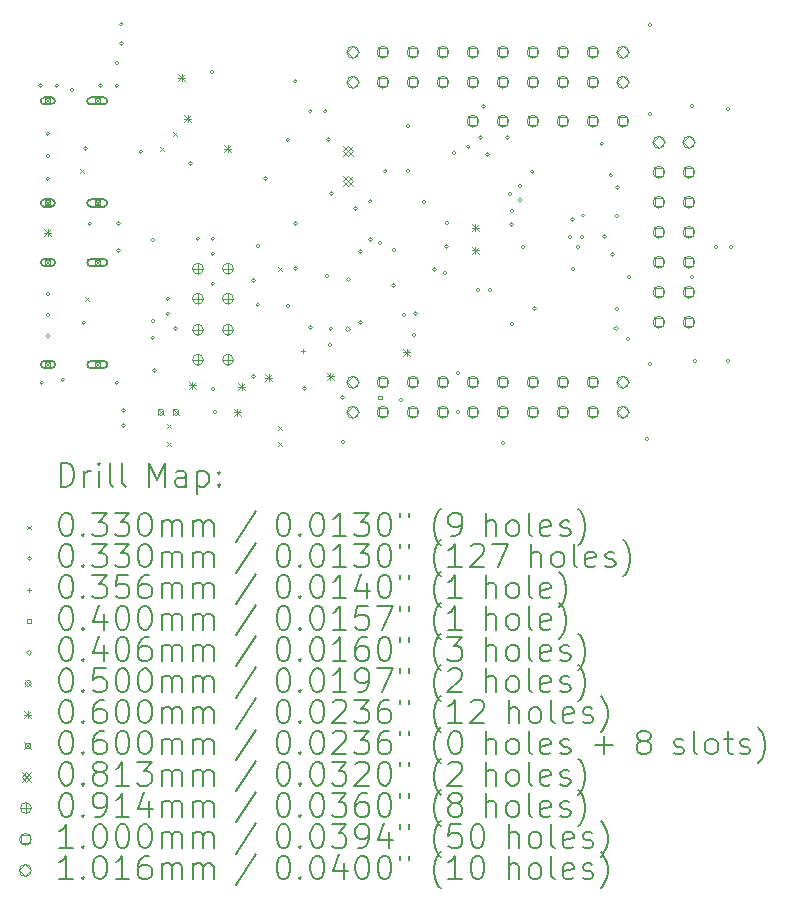
<source format=gbr>
%TF.GenerationSoftware,KiCad,Pcbnew,(7.99.0-174-g31be74b8b3)*%
%TF.CreationDate,2023-07-10T17:11:16+02:00*%
%TF.ProjectId,HydraBus,48796472-6142-4757-932e-6b696361645f,1.0 Rev1.4*%
%TF.SameCoordinates,Original*%
%TF.FileFunction,Drillmap*%
%TF.FilePolarity,Positive*%
%FSLAX45Y45*%
G04 Gerber Fmt 4.5, Leading zero omitted, Abs format (unit mm)*
G04 Created by KiCad (PCBNEW (7.99.0-174-g31be74b8b3)) date 2023-07-10 17:11:16*
%MOMM*%
%LPD*%
G01*
G04 APERTURE LIST*
%ADD10C,0.200000*%
%ADD11C,0.033000*%
%ADD12C,0.033020*%
%ADD13C,0.035560*%
%ADD14C,0.040000*%
%ADD15C,0.040640*%
%ADD16C,0.050000*%
%ADD17C,0.060000*%
%ADD18C,0.081280*%
%ADD19C,0.091440*%
%ADD20C,0.100000*%
%ADD21C,0.101600*%
G04 APERTURE END LIST*
D10*
D11*
X15261600Y-8111500D02*
X15294600Y-8144500D01*
X15294600Y-8111500D02*
X15261600Y-8144500D01*
X15299700Y-9191000D02*
X15332700Y-9224000D01*
X15332700Y-9191000D02*
X15299700Y-9224000D01*
X15938710Y-7921000D02*
X15971710Y-7954000D01*
X15971710Y-7921000D02*
X15938710Y-7954000D01*
X15998200Y-10270500D02*
X16031200Y-10303500D01*
X16031200Y-10270500D02*
X15998200Y-10303500D01*
X15998200Y-10422900D02*
X16031200Y-10455900D01*
X16031200Y-10422900D02*
X15998200Y-10455900D01*
X16049000Y-7794000D02*
X16082000Y-7827000D01*
X16082000Y-7794000D02*
X16049000Y-7827000D01*
X16938000Y-8937000D02*
X16971000Y-8970000D01*
X16971000Y-8937000D02*
X16938000Y-8970000D01*
X16938000Y-10283200D02*
X16971000Y-10316200D01*
X16971000Y-10283200D02*
X16938000Y-10316200D01*
X16938000Y-10422900D02*
X16971000Y-10455900D01*
X16971000Y-10422900D02*
X16938000Y-10455900D01*
D12*
X14939010Y-7404100D02*
G75*
G03*
X14939010Y-7404100I-16510J0D01*
G01*
X14951710Y-9918700D02*
G75*
G03*
X14951710Y-9918700I-16510J0D01*
G01*
X15002510Y-7810500D02*
G75*
G03*
X15002510Y-7810500I-16510J0D01*
G01*
X15002510Y-8001000D02*
G75*
G03*
X15002510Y-8001000I-16510J0D01*
G01*
X15002510Y-8191500D02*
G75*
G03*
X15002510Y-8191500I-16510J0D01*
G01*
X15002510Y-9169400D02*
G75*
G03*
X15002510Y-9169400I-16510J0D01*
G01*
X15002510Y-9347200D02*
G75*
G03*
X15002510Y-9347200I-16510J0D01*
G01*
X15002510Y-9525000D02*
G75*
G03*
X15002510Y-9525000I-16510J0D01*
G01*
X15078710Y-7404100D02*
G75*
G03*
X15078710Y-7404100I-16510J0D01*
G01*
X15129510Y-9893300D02*
G75*
G03*
X15129510Y-9893300I-16510J0D01*
G01*
X15205710Y-7442200D02*
G75*
G03*
X15205710Y-7442200I-16510J0D01*
G01*
X15307310Y-9410700D02*
G75*
G03*
X15307310Y-9410700I-16510J0D01*
G01*
X15320010Y-7937500D02*
G75*
G03*
X15320010Y-7937500I-16510J0D01*
G01*
X15358110Y-8572500D02*
G75*
G03*
X15358110Y-8572500I-16510J0D01*
G01*
X15447010Y-7404100D02*
G75*
G03*
X15447010Y-7404100I-16510J0D01*
G01*
X15586710Y-7213600D02*
G75*
G03*
X15586710Y-7213600I-16510J0D01*
G01*
X15586710Y-7404100D02*
G75*
G03*
X15586710Y-7404100I-16510J0D01*
G01*
X15586710Y-9918700D02*
G75*
G03*
X15586710Y-9918700I-16510J0D01*
G01*
X15599410Y-8572500D02*
G75*
G03*
X15599410Y-8572500I-16510J0D01*
G01*
X15599410Y-8801100D02*
G75*
G03*
X15599410Y-8801100I-16510J0D01*
G01*
X15624810Y-6883400D02*
G75*
G03*
X15624810Y-6883400I-16510J0D01*
G01*
X15624810Y-7048500D02*
G75*
G03*
X15624810Y-7048500I-16510J0D01*
G01*
X15641320Y-10157460D02*
G75*
G03*
X15641320Y-10157460I-16510J0D01*
G01*
X15643070Y-10280170D02*
G75*
G03*
X15643070Y-10280170I-16510J0D01*
G01*
X15789910Y-7962900D02*
G75*
G03*
X15789910Y-7962900I-16510J0D01*
G01*
X15891510Y-8709660D02*
G75*
G03*
X15891510Y-8709660I-16510J0D01*
G01*
X15891510Y-9398000D02*
G75*
G03*
X15891510Y-9398000I-16510J0D01*
G01*
X15891510Y-9537700D02*
G75*
G03*
X15891510Y-9537700I-16510J0D01*
G01*
X15904210Y-9817100D02*
G75*
G03*
X15904210Y-9817100I-16510J0D01*
G01*
X16018510Y-9207500D02*
G75*
G03*
X16018510Y-9207500I-16510J0D01*
G01*
X16018510Y-9334500D02*
G75*
G03*
X16018510Y-9334500I-16510J0D01*
G01*
X16082010Y-9461500D02*
G75*
G03*
X16082010Y-9461500I-16510J0D01*
G01*
X16209010Y-8064500D02*
G75*
G03*
X16209010Y-8064500I-16510J0D01*
G01*
X16272510Y-8699500D02*
G75*
G03*
X16272510Y-8699500I-16510J0D01*
G01*
X16390620Y-7287260D02*
G75*
G03*
X16390620Y-7287260I-16510J0D01*
G01*
X16399510Y-8699500D02*
G75*
G03*
X16399510Y-8699500I-16510J0D01*
G01*
X16399510Y-8826500D02*
G75*
G03*
X16399510Y-8826500I-16510J0D01*
G01*
X16399510Y-9080500D02*
G75*
G03*
X16399510Y-9080500I-16510J0D01*
G01*
X16399990Y-9969500D02*
G75*
G03*
X16399990Y-9969500I-16510J0D01*
G01*
X16416020Y-10170160D02*
G75*
G03*
X16416020Y-10170160I-16510J0D01*
G01*
X16742410Y-9055100D02*
G75*
G03*
X16742410Y-9055100I-16510J0D01*
G01*
X16742890Y-9868690D02*
G75*
G03*
X16742890Y-9868690I-16510J0D01*
G01*
X16780510Y-8763000D02*
G75*
G03*
X16780510Y-8763000I-16510J0D01*
G01*
X16780510Y-9258300D02*
G75*
G03*
X16780510Y-9258300I-16510J0D01*
G01*
X16844010Y-8191500D02*
G75*
G03*
X16844010Y-8191500I-16510J0D01*
G01*
X17034510Y-7861300D02*
G75*
G03*
X17034510Y-7861300I-16510J0D01*
G01*
X17034510Y-9271000D02*
G75*
G03*
X17034510Y-9271000I-16510J0D01*
G01*
X17098010Y-7366000D02*
G75*
G03*
X17098010Y-7366000I-16510J0D01*
G01*
X17098010Y-8572500D02*
G75*
G03*
X17098010Y-8572500I-16510J0D01*
G01*
X17098010Y-8953500D02*
G75*
G03*
X17098010Y-8953500I-16510J0D01*
G01*
X17174690Y-9970290D02*
G75*
G03*
X17174690Y-9970290I-16510J0D01*
G01*
X17225010Y-7620000D02*
G75*
G03*
X17225010Y-7620000I-16510J0D01*
G01*
X17225010Y-9450000D02*
G75*
G03*
X17225010Y-9450000I-16510J0D01*
G01*
X17352010Y-7620000D02*
G75*
G03*
X17352010Y-7620000I-16510J0D01*
G01*
X17364710Y-9017000D02*
G75*
G03*
X17364710Y-9017000I-16510J0D01*
G01*
X17377410Y-7861300D02*
G75*
G03*
X17377410Y-7861300I-16510J0D01*
G01*
X17390110Y-9601200D02*
G75*
G03*
X17390110Y-9601200I-16510J0D01*
G01*
X17398890Y-9461500D02*
G75*
G03*
X17398890Y-9461500I-16510J0D01*
G01*
X17402810Y-8318500D02*
G75*
G03*
X17402810Y-8318500I-16510J0D01*
G01*
X17495520Y-10043160D02*
G75*
G03*
X17495520Y-10043160I-16510J0D01*
G01*
X17500600Y-10419080D02*
G75*
G03*
X17500600Y-10419080I-16510J0D01*
G01*
X17606010Y-8445500D02*
G75*
G03*
X17606010Y-8445500I-16510J0D01*
G01*
X17647570Y-8811270D02*
G75*
G03*
X17647570Y-8811270I-16510J0D01*
G01*
X17647920Y-9408160D02*
G75*
G03*
X17647920Y-9408160I-16510J0D01*
G01*
X17731690Y-8708570D02*
G75*
G03*
X17731690Y-8708570I-16510J0D01*
G01*
X17733010Y-8382000D02*
G75*
G03*
X17733010Y-8382000I-16510J0D01*
G01*
X17814090Y-8737240D02*
G75*
G03*
X17814090Y-8737240I-16510J0D01*
G01*
X17860010Y-8128000D02*
G75*
G03*
X17860010Y-8128000I-16510J0D01*
G01*
X17925810Y-9095530D02*
G75*
G03*
X17925810Y-9095530I-16510J0D01*
G01*
X17932590Y-8798250D02*
G75*
G03*
X17932590Y-8798250I-16510J0D01*
G01*
X17990820Y-10068560D02*
G75*
G03*
X17990820Y-10068560I-16510J0D01*
G01*
X18016220Y-9344660D02*
G75*
G03*
X18016220Y-9344660I-16510J0D01*
G01*
X18050510Y-7747000D02*
G75*
G03*
X18050510Y-7747000I-16510J0D01*
G01*
X18050510Y-8128000D02*
G75*
G03*
X18050510Y-8128000I-16510J0D01*
G01*
X18101790Y-9513090D02*
G75*
G03*
X18101790Y-9513090I-16510J0D01*
G01*
X18114490Y-9335290D02*
G75*
G03*
X18114490Y-9335290I-16510J0D01*
G01*
X18186490Y-8386650D02*
G75*
G03*
X18186490Y-8386650I-16510J0D01*
G01*
X18277540Y-8962230D02*
G75*
G03*
X18277540Y-8962230I-16510J0D01*
G01*
X18364970Y-8989770D02*
G75*
G03*
X18364970Y-8989770I-16510J0D01*
G01*
X18379960Y-8767080D02*
G75*
G03*
X18379960Y-8767080I-16510J0D01*
G01*
X18380410Y-8566300D02*
G75*
G03*
X18380410Y-8566300I-16510J0D01*
G01*
X18443270Y-7974320D02*
G75*
G03*
X18443270Y-7974320I-16510J0D01*
G01*
X18473420Y-9839960D02*
G75*
G03*
X18473420Y-9839960I-16510J0D01*
G01*
X18473420Y-10170160D02*
G75*
G03*
X18473420Y-10170160I-16510J0D01*
G01*
X18561140Y-7922230D02*
G75*
G03*
X18561140Y-7922230I-16510J0D01*
G01*
X18643520Y-9136370D02*
G75*
G03*
X18643520Y-9136370I-16510J0D01*
G01*
X18663920Y-7846060D02*
G75*
G03*
X18663920Y-7846060I-16510J0D01*
G01*
X18689320Y-7579360D02*
G75*
G03*
X18689320Y-7579360I-16510J0D01*
G01*
X18723360Y-7985610D02*
G75*
G03*
X18723360Y-7985610I-16510J0D01*
G01*
X18746240Y-9136370D02*
G75*
G03*
X18746240Y-9136370I-16510J0D01*
G01*
X18854420Y-10429240D02*
G75*
G03*
X18854420Y-10429240I-16510J0D01*
G01*
X18893810Y-7845890D02*
G75*
G03*
X18893810Y-7845890I-16510J0D01*
G01*
X18916860Y-8322180D02*
G75*
G03*
X18916860Y-8322180I-16510J0D01*
G01*
X18929560Y-8467180D02*
G75*
G03*
X18929560Y-8467180I-16510J0D01*
G01*
X18929560Y-8580430D02*
G75*
G03*
X18929560Y-8580430I-16510J0D01*
G01*
X18930620Y-9420860D02*
G75*
G03*
X18930620Y-9420860I-16510J0D01*
G01*
X18996590Y-8255340D02*
G75*
G03*
X18996590Y-8255340I-16510J0D01*
G01*
X18996590Y-8372140D02*
G75*
G03*
X18996590Y-8372140I-16510J0D01*
G01*
X19024200Y-8773170D02*
G75*
G03*
X19024200Y-8773170I-16510J0D01*
G01*
X19102710Y-8132930D02*
G75*
G03*
X19102710Y-8132930I-16510J0D01*
G01*
X19121120Y-9293860D02*
G75*
G03*
X19121120Y-9293860I-16510J0D01*
G01*
X19423810Y-8686930D02*
G75*
G03*
X19423810Y-8686930I-16510J0D01*
G01*
X19446240Y-8536940D02*
G75*
G03*
X19446240Y-8536940I-16510J0D01*
G01*
X19446240Y-8956040D02*
G75*
G03*
X19446240Y-8956040I-16510J0D01*
G01*
X19490480Y-8774380D02*
G75*
G03*
X19490480Y-8774380I-16510J0D01*
G01*
X19525890Y-8685860D02*
G75*
G03*
X19525890Y-8685860I-16510J0D01*
G01*
X19532728Y-8504048D02*
G75*
G03*
X19532728Y-8504048I-16510J0D01*
G01*
X19691440Y-7896830D02*
G75*
G03*
X19691440Y-7896830I-16510J0D01*
G01*
X19716890Y-8683390D02*
G75*
G03*
X19716890Y-8683390I-16510J0D01*
G01*
X19767640Y-8163530D02*
G75*
G03*
X19767640Y-8163530I-16510J0D01*
G01*
X19781520Y-8836660D02*
G75*
G03*
X19781520Y-8836660I-16510J0D01*
G01*
X19819620Y-8506460D02*
G75*
G03*
X19819620Y-8506460I-16510J0D01*
G01*
X19819620Y-9293860D02*
G75*
G03*
X19819620Y-9293860I-16510J0D01*
G01*
X19824450Y-8267610D02*
G75*
G03*
X19824450Y-8267610I-16510J0D01*
G01*
X19913600Y-9550400D02*
G75*
G03*
X19913600Y-9550400I-16510J0D01*
G01*
X19921220Y-9027160D02*
G75*
G03*
X19921220Y-9027160I-16510J0D01*
G01*
X20073620Y-10398760D02*
G75*
G03*
X20073620Y-10398760I-16510J0D01*
G01*
X20099020Y-6893560D02*
G75*
G03*
X20099020Y-6893560I-16510J0D01*
G01*
X20099020Y-7642860D02*
G75*
G03*
X20099020Y-7642860I-16510J0D01*
G01*
X20099020Y-9763760D02*
G75*
G03*
X20099020Y-9763760I-16510J0D01*
G01*
X20454620Y-7579360D02*
G75*
G03*
X20454620Y-7579360I-16510J0D01*
G01*
X20454620Y-9027160D02*
G75*
G03*
X20454620Y-9027160I-16510J0D01*
G01*
X20480020Y-9738360D02*
G75*
G03*
X20480020Y-9738360I-16510J0D01*
G01*
X20657820Y-8773160D02*
G75*
G03*
X20657820Y-8773160I-16510J0D01*
G01*
X20759420Y-7604760D02*
G75*
G03*
X20759420Y-7604760I-16510J0D01*
G01*
X20759420Y-9738360D02*
G75*
G03*
X20759420Y-9738360I-16510J0D01*
G01*
X20784820Y-8773160D02*
G75*
G03*
X20784820Y-8773160I-16510J0D01*
G01*
D13*
X17145000Y-9631680D02*
X17145000Y-9667240D01*
X17127220Y-9649460D02*
X17162780Y-9649460D01*
D14*
X17810652Y-10057302D02*
X17810652Y-10029018D01*
X17782368Y-10029018D01*
X17782368Y-10057302D01*
X17810652Y-10057302D01*
D15*
X17519950Y-9481820D02*
X17540270Y-9461500D01*
X17519950Y-9441180D01*
X17499630Y-9461500D01*
X17519950Y-9481820D01*
X17526000Y-9062720D02*
X17546320Y-9042400D01*
X17526000Y-9022080D01*
X17505680Y-9042400D01*
X17526000Y-9062720D01*
X19794190Y-9477240D02*
X19814510Y-9456920D01*
X19794190Y-9436600D01*
X19773870Y-9456920D01*
X19794190Y-9477240D01*
D16*
X15917310Y-10145160D02*
X15967310Y-10195160D01*
X15967310Y-10145160D02*
X15917310Y-10195160D01*
X15967310Y-10170160D02*
G75*
G03*
X15967310Y-10170160I-25000J0D01*
G01*
X16044310Y-10145160D02*
X16094310Y-10195160D01*
X16094310Y-10145160D02*
X16044310Y-10195160D01*
X16094310Y-10170160D02*
G75*
G03*
X16094310Y-10170160I-25000J0D01*
G01*
D17*
X14956000Y-8618700D02*
X15016000Y-8678700D01*
X15016000Y-8618700D02*
X14956000Y-8678700D01*
X14986000Y-8618700D02*
X14986000Y-8678700D01*
X14956000Y-8648700D02*
X15016000Y-8648700D01*
X16090110Y-7308060D02*
X16150110Y-7368060D01*
X16150110Y-7308060D02*
X16090110Y-7368060D01*
X16120110Y-7308060D02*
X16120110Y-7368060D01*
X16090110Y-7338060D02*
X16150110Y-7338060D01*
X16140910Y-7653500D02*
X16200910Y-7713500D01*
X16200910Y-7653500D02*
X16140910Y-7713500D01*
X16170910Y-7653500D02*
X16170910Y-7713500D01*
X16140910Y-7683500D02*
X16200910Y-7683500D01*
X16179010Y-9911560D02*
X16239010Y-9971560D01*
X16239010Y-9911560D02*
X16179010Y-9971560D01*
X16209010Y-9911560D02*
X16209010Y-9971560D01*
X16179010Y-9941560D02*
X16239010Y-9941560D01*
X16480000Y-7907500D02*
X16540000Y-7967500D01*
X16540000Y-7907500D02*
X16480000Y-7967500D01*
X16510000Y-7907500D02*
X16510000Y-7967500D01*
X16480000Y-7937500D02*
X16540000Y-7937500D01*
X16560010Y-10140160D02*
X16620010Y-10200160D01*
X16620010Y-10140160D02*
X16560010Y-10200160D01*
X16590010Y-10140160D02*
X16590010Y-10200160D01*
X16560010Y-10170160D02*
X16620010Y-10170160D01*
X16598110Y-9924260D02*
X16658110Y-9984260D01*
X16658110Y-9924260D02*
X16598110Y-9984260D01*
X16628110Y-9924260D02*
X16628110Y-9984260D01*
X16598110Y-9954260D02*
X16658110Y-9954260D01*
X16826710Y-9848060D02*
X16886710Y-9908060D01*
X16886710Y-9848060D02*
X16826710Y-9908060D01*
X16856710Y-9848060D02*
X16856710Y-9908060D01*
X16826710Y-9878060D02*
X16886710Y-9878060D01*
X17347410Y-9835360D02*
X17407410Y-9895360D01*
X17407410Y-9835360D02*
X17347410Y-9895360D01*
X17377410Y-9835360D02*
X17377410Y-9895360D01*
X17347410Y-9865360D02*
X17407410Y-9865360D01*
X17995110Y-9632160D02*
X18055110Y-9692160D01*
X18055110Y-9632160D02*
X17995110Y-9692160D01*
X18025110Y-9632160D02*
X18025110Y-9692160D01*
X17995110Y-9662160D02*
X18055110Y-9662160D01*
X18574700Y-8577530D02*
X18634700Y-8637530D01*
X18634700Y-8577530D02*
X18574700Y-8637530D01*
X18604700Y-8577530D02*
X18604700Y-8637530D01*
X18574700Y-8607530D02*
X18634700Y-8607530D01*
X18574700Y-8768030D02*
X18634700Y-8828030D01*
X18634700Y-8768030D02*
X18574700Y-8828030D01*
X18604700Y-8768030D02*
X18604700Y-8828030D01*
X18574700Y-8798030D02*
X18634700Y-8798030D01*
X14955959Y-7504000D02*
X15015959Y-7564000D01*
X15015959Y-7504000D02*
X14955959Y-7564000D01*
X15007172Y-7555213D02*
X15007172Y-7512787D01*
X14964745Y-7512787D01*
X14964745Y-7555213D01*
X15007172Y-7555213D01*
D10*
X15015959Y-7504000D02*
X14955959Y-7504000D01*
X14955959Y-7504000D02*
G75*
G03*
X14955959Y-7564000I0J-30000D01*
G01*
X14955959Y-7564000D02*
X15015959Y-7564000D01*
X15015959Y-7564000D02*
G75*
G03*
X15015959Y-7504000I0J30000D01*
G01*
D17*
X14955959Y-8368000D02*
X15015959Y-8428000D01*
X15015959Y-8368000D02*
X14955959Y-8428000D01*
X15007172Y-8419213D02*
X15007172Y-8376787D01*
X14964745Y-8376787D01*
X14964745Y-8419213D01*
X15007172Y-8419213D01*
D10*
X15015959Y-8368000D02*
X14955959Y-8368000D01*
X14955959Y-8368000D02*
G75*
G03*
X14955959Y-8428000I0J-30000D01*
G01*
X14955959Y-8428000D02*
X15015959Y-8428000D01*
X15015959Y-8428000D02*
G75*
G03*
X15015959Y-8368000I0J30000D01*
G01*
D17*
X14955959Y-8872500D02*
X15015959Y-8932500D01*
X15015959Y-8872500D02*
X14955959Y-8932500D01*
X15007172Y-8923713D02*
X15007172Y-8881287D01*
X14964745Y-8881287D01*
X14964745Y-8923713D01*
X15007172Y-8923713D01*
D10*
X15015959Y-8872500D02*
X14955959Y-8872500D01*
X14955959Y-8872500D02*
G75*
G03*
X14955959Y-8932500I0J-30000D01*
G01*
X14955959Y-8932500D02*
X15015959Y-8932500D01*
X15015959Y-8932500D02*
G75*
G03*
X15015959Y-8872500I0J30000D01*
G01*
D17*
X14955959Y-9736500D02*
X15015959Y-9796500D01*
X15015959Y-9736500D02*
X14955959Y-9796500D01*
X15007172Y-9787713D02*
X15007172Y-9745287D01*
X14964745Y-9745287D01*
X14964745Y-9787713D01*
X15007172Y-9787713D01*
D10*
X15015959Y-9736500D02*
X14955959Y-9736500D01*
X14955959Y-9736500D02*
G75*
G03*
X14955959Y-9796500I0J-30000D01*
G01*
X14955959Y-9796500D02*
X15015959Y-9796500D01*
X15015959Y-9796500D02*
G75*
G03*
X15015959Y-9736500I0J30000D01*
G01*
D17*
X15373959Y-7504000D02*
X15433959Y-7564000D01*
X15433959Y-7504000D02*
X15373959Y-7564000D01*
X15425172Y-7555213D02*
X15425172Y-7512787D01*
X15382745Y-7512787D01*
X15382745Y-7555213D01*
X15425172Y-7555213D01*
D10*
X15458959Y-7504000D02*
X15348959Y-7504000D01*
X15348959Y-7504000D02*
G75*
G03*
X15348959Y-7564000I0J-30000D01*
G01*
X15348959Y-7564000D02*
X15458959Y-7564000D01*
X15458959Y-7564000D02*
G75*
G03*
X15458959Y-7504000I0J30000D01*
G01*
D17*
X15373959Y-8368000D02*
X15433959Y-8428000D01*
X15433959Y-8368000D02*
X15373959Y-8428000D01*
X15425172Y-8419213D02*
X15425172Y-8376787D01*
X15382745Y-8376787D01*
X15382745Y-8419213D01*
X15425172Y-8419213D01*
D10*
X15458959Y-8368000D02*
X15348959Y-8368000D01*
X15348959Y-8368000D02*
G75*
G03*
X15348959Y-8428000I0J-30000D01*
G01*
X15348959Y-8428000D02*
X15458959Y-8428000D01*
X15458959Y-8428000D02*
G75*
G03*
X15458959Y-8368000I0J30000D01*
G01*
D17*
X15373959Y-8872500D02*
X15433959Y-8932500D01*
X15433959Y-8872500D02*
X15373959Y-8932500D01*
X15425172Y-8923713D02*
X15425172Y-8881287D01*
X15382745Y-8881287D01*
X15382745Y-8923713D01*
X15425172Y-8923713D01*
D10*
X15458959Y-8872500D02*
X15348959Y-8872500D01*
X15348959Y-8872500D02*
G75*
G03*
X15348959Y-8932500I0J-30000D01*
G01*
X15348959Y-8932500D02*
X15458959Y-8932500D01*
X15458959Y-8932500D02*
G75*
G03*
X15458959Y-8872500I0J30000D01*
G01*
D17*
X15373959Y-9736500D02*
X15433959Y-9796500D01*
X15433959Y-9736500D02*
X15373959Y-9796500D01*
X15425172Y-9787713D02*
X15425172Y-9745287D01*
X15382745Y-9745287D01*
X15382745Y-9787713D01*
X15425172Y-9787713D01*
D10*
X15458959Y-9736500D02*
X15348959Y-9736500D01*
X15348959Y-9736500D02*
G75*
G03*
X15348959Y-9796500I0J-30000D01*
G01*
X15348959Y-9796500D02*
X15458959Y-9796500D01*
X15458959Y-9796500D02*
G75*
G03*
X15458959Y-9736500I0J30000D01*
G01*
D18*
X17485360Y-7919720D02*
X17566640Y-8001000D01*
X17566640Y-7919720D02*
X17485360Y-8001000D01*
X17526000Y-8001000D02*
X17566640Y-7960360D01*
X17526000Y-7919720D01*
X17485360Y-7960360D01*
X17526000Y-8001000D01*
X17485360Y-8173720D02*
X17566640Y-8255000D01*
X17566640Y-8173720D02*
X17485360Y-8255000D01*
X17526000Y-8255000D02*
X17566640Y-8214360D01*
X17526000Y-8173720D01*
X17485360Y-8214360D01*
X17526000Y-8255000D01*
D19*
X16256000Y-8907780D02*
X16256000Y-8999220D01*
X16210280Y-8953500D02*
X16301720Y-8953500D01*
X16301720Y-8953500D02*
G75*
G03*
X16301720Y-8953500I-45720J0D01*
G01*
X16256000Y-9161780D02*
X16256000Y-9253220D01*
X16210280Y-9207500D02*
X16301720Y-9207500D01*
X16301720Y-9207500D02*
G75*
G03*
X16301720Y-9207500I-45720J0D01*
G01*
X16256000Y-9425940D02*
X16256000Y-9517380D01*
X16210280Y-9471660D02*
X16301720Y-9471660D01*
X16301720Y-9471660D02*
G75*
G03*
X16301720Y-9471660I-45720J0D01*
G01*
X16256000Y-9679940D02*
X16256000Y-9771380D01*
X16210280Y-9725660D02*
X16301720Y-9725660D01*
X16301720Y-9725660D02*
G75*
G03*
X16301720Y-9725660I-45720J0D01*
G01*
X16510000Y-8907780D02*
X16510000Y-8999220D01*
X16464280Y-8953500D02*
X16555720Y-8953500D01*
X16555720Y-8953500D02*
G75*
G03*
X16555720Y-8953500I-45720J0D01*
G01*
X16510000Y-9161780D02*
X16510000Y-9253220D01*
X16464280Y-9207500D02*
X16555720Y-9207500D01*
X16555720Y-9207500D02*
G75*
G03*
X16555720Y-9207500I-45720J0D01*
G01*
X16510000Y-9425940D02*
X16510000Y-9517380D01*
X16464280Y-9471660D02*
X16555720Y-9471660D01*
X16555720Y-9471660D02*
G75*
G03*
X16555720Y-9471660I-45720J0D01*
G01*
X16510000Y-9679940D02*
X16510000Y-9771380D01*
X16464280Y-9725660D02*
X16555720Y-9725660D01*
X16555720Y-9725660D02*
G75*
G03*
X16555720Y-9725660I-45720J0D01*
G01*
D20*
X17857266Y-7157516D02*
X17857266Y-7086804D01*
X17786554Y-7086804D01*
X17786554Y-7157516D01*
X17857266Y-7157516D01*
X17871910Y-7122160D02*
G75*
G03*
X17871910Y-7122160I-50000J0D01*
G01*
X17857266Y-7411516D02*
X17857266Y-7340804D01*
X17786554Y-7340804D01*
X17786554Y-7411516D01*
X17857266Y-7411516D01*
X17871910Y-7376160D02*
G75*
G03*
X17871910Y-7376160I-50000J0D01*
G01*
X17857266Y-9951516D02*
X17857266Y-9880804D01*
X17786554Y-9880804D01*
X17786554Y-9951516D01*
X17857266Y-9951516D01*
X17871910Y-9916160D02*
G75*
G03*
X17871910Y-9916160I-50000J0D01*
G01*
X17857266Y-10205516D02*
X17857266Y-10134804D01*
X17786554Y-10134804D01*
X17786554Y-10205516D01*
X17857266Y-10205516D01*
X17871910Y-10170160D02*
G75*
G03*
X17871910Y-10170160I-50000J0D01*
G01*
X18111266Y-7157516D02*
X18111266Y-7086804D01*
X18040554Y-7086804D01*
X18040554Y-7157516D01*
X18111266Y-7157516D01*
X18125910Y-7122160D02*
G75*
G03*
X18125910Y-7122160I-50000J0D01*
G01*
X18111266Y-7411516D02*
X18111266Y-7340804D01*
X18040554Y-7340804D01*
X18040554Y-7411516D01*
X18111266Y-7411516D01*
X18125910Y-7376160D02*
G75*
G03*
X18125910Y-7376160I-50000J0D01*
G01*
X18111266Y-9951516D02*
X18111266Y-9880804D01*
X18040554Y-9880804D01*
X18040554Y-9951516D01*
X18111266Y-9951516D01*
X18125910Y-9916160D02*
G75*
G03*
X18125910Y-9916160I-50000J0D01*
G01*
X18111266Y-10205516D02*
X18111266Y-10134804D01*
X18040554Y-10134804D01*
X18040554Y-10205516D01*
X18111266Y-10205516D01*
X18125910Y-10170160D02*
G75*
G03*
X18125910Y-10170160I-50000J0D01*
G01*
X18365266Y-7157516D02*
X18365266Y-7086804D01*
X18294554Y-7086804D01*
X18294554Y-7157516D01*
X18365266Y-7157516D01*
X18379910Y-7122160D02*
G75*
G03*
X18379910Y-7122160I-50000J0D01*
G01*
X18365266Y-7411516D02*
X18365266Y-7340804D01*
X18294554Y-7340804D01*
X18294554Y-7411516D01*
X18365266Y-7411516D01*
X18379910Y-7376160D02*
G75*
G03*
X18379910Y-7376160I-50000J0D01*
G01*
X18365266Y-9951516D02*
X18365266Y-9880804D01*
X18294554Y-9880804D01*
X18294554Y-9951516D01*
X18365266Y-9951516D01*
X18379910Y-9916160D02*
G75*
G03*
X18379910Y-9916160I-50000J0D01*
G01*
X18365266Y-10205516D02*
X18365266Y-10134804D01*
X18294554Y-10134804D01*
X18294554Y-10205516D01*
X18365266Y-10205516D01*
X18379910Y-10170160D02*
G75*
G03*
X18379910Y-10170160I-50000J0D01*
G01*
X18619266Y-7157516D02*
X18619266Y-7086804D01*
X18548554Y-7086804D01*
X18548554Y-7157516D01*
X18619266Y-7157516D01*
X18633910Y-7122160D02*
G75*
G03*
X18633910Y-7122160I-50000J0D01*
G01*
X18619266Y-7411516D02*
X18619266Y-7340804D01*
X18548554Y-7340804D01*
X18548554Y-7411516D01*
X18619266Y-7411516D01*
X18633910Y-7376160D02*
G75*
G03*
X18633910Y-7376160I-50000J0D01*
G01*
X18619266Y-7741716D02*
X18619266Y-7671004D01*
X18548554Y-7671004D01*
X18548554Y-7741716D01*
X18619266Y-7741716D01*
X18633910Y-7706360D02*
G75*
G03*
X18633910Y-7706360I-50000J0D01*
G01*
X18619266Y-9951516D02*
X18619266Y-9880804D01*
X18548554Y-9880804D01*
X18548554Y-9951516D01*
X18619266Y-9951516D01*
X18633910Y-9916160D02*
G75*
G03*
X18633910Y-9916160I-50000J0D01*
G01*
X18619266Y-10205516D02*
X18619266Y-10134804D01*
X18548554Y-10134804D01*
X18548554Y-10205516D01*
X18619266Y-10205516D01*
X18633910Y-10170160D02*
G75*
G03*
X18633910Y-10170160I-50000J0D01*
G01*
X18873266Y-7157516D02*
X18873266Y-7086804D01*
X18802554Y-7086804D01*
X18802554Y-7157516D01*
X18873266Y-7157516D01*
X18887910Y-7122160D02*
G75*
G03*
X18887910Y-7122160I-50000J0D01*
G01*
X18873266Y-7411516D02*
X18873266Y-7340804D01*
X18802554Y-7340804D01*
X18802554Y-7411516D01*
X18873266Y-7411516D01*
X18887910Y-7376160D02*
G75*
G03*
X18887910Y-7376160I-50000J0D01*
G01*
X18873266Y-7741716D02*
X18873266Y-7671004D01*
X18802554Y-7671004D01*
X18802554Y-7741716D01*
X18873266Y-7741716D01*
X18887910Y-7706360D02*
G75*
G03*
X18887910Y-7706360I-50000J0D01*
G01*
X18873266Y-9951516D02*
X18873266Y-9880804D01*
X18802554Y-9880804D01*
X18802554Y-9951516D01*
X18873266Y-9951516D01*
X18887910Y-9916160D02*
G75*
G03*
X18887910Y-9916160I-50000J0D01*
G01*
X18873266Y-10205516D02*
X18873266Y-10134804D01*
X18802554Y-10134804D01*
X18802554Y-10205516D01*
X18873266Y-10205516D01*
X18887910Y-10170160D02*
G75*
G03*
X18887910Y-10170160I-50000J0D01*
G01*
X19127266Y-7157516D02*
X19127266Y-7086804D01*
X19056554Y-7086804D01*
X19056554Y-7157516D01*
X19127266Y-7157516D01*
X19141910Y-7122160D02*
G75*
G03*
X19141910Y-7122160I-50000J0D01*
G01*
X19127266Y-7411516D02*
X19127266Y-7340804D01*
X19056554Y-7340804D01*
X19056554Y-7411516D01*
X19127266Y-7411516D01*
X19141910Y-7376160D02*
G75*
G03*
X19141910Y-7376160I-50000J0D01*
G01*
X19127266Y-7741716D02*
X19127266Y-7671004D01*
X19056554Y-7671004D01*
X19056554Y-7741716D01*
X19127266Y-7741716D01*
X19141910Y-7706360D02*
G75*
G03*
X19141910Y-7706360I-50000J0D01*
G01*
X19127266Y-9951516D02*
X19127266Y-9880804D01*
X19056554Y-9880804D01*
X19056554Y-9951516D01*
X19127266Y-9951516D01*
X19141910Y-9916160D02*
G75*
G03*
X19141910Y-9916160I-50000J0D01*
G01*
X19127266Y-10205516D02*
X19127266Y-10134804D01*
X19056554Y-10134804D01*
X19056554Y-10205516D01*
X19127266Y-10205516D01*
X19141910Y-10170160D02*
G75*
G03*
X19141910Y-10170160I-50000J0D01*
G01*
X19381266Y-7157516D02*
X19381266Y-7086804D01*
X19310554Y-7086804D01*
X19310554Y-7157516D01*
X19381266Y-7157516D01*
X19395910Y-7122160D02*
G75*
G03*
X19395910Y-7122160I-50000J0D01*
G01*
X19381266Y-7411516D02*
X19381266Y-7340804D01*
X19310554Y-7340804D01*
X19310554Y-7411516D01*
X19381266Y-7411516D01*
X19395910Y-7376160D02*
G75*
G03*
X19395910Y-7376160I-50000J0D01*
G01*
X19381266Y-7741716D02*
X19381266Y-7671004D01*
X19310554Y-7671004D01*
X19310554Y-7741716D01*
X19381266Y-7741716D01*
X19395910Y-7706360D02*
G75*
G03*
X19395910Y-7706360I-50000J0D01*
G01*
X19381266Y-9951516D02*
X19381266Y-9880804D01*
X19310554Y-9880804D01*
X19310554Y-9951516D01*
X19381266Y-9951516D01*
X19395910Y-9916160D02*
G75*
G03*
X19395910Y-9916160I-50000J0D01*
G01*
X19381266Y-10205516D02*
X19381266Y-10134804D01*
X19310554Y-10134804D01*
X19310554Y-10205516D01*
X19381266Y-10205516D01*
X19395910Y-10170160D02*
G75*
G03*
X19395910Y-10170160I-50000J0D01*
G01*
X19635266Y-7157516D02*
X19635266Y-7086804D01*
X19564554Y-7086804D01*
X19564554Y-7157516D01*
X19635266Y-7157516D01*
X19649910Y-7122160D02*
G75*
G03*
X19649910Y-7122160I-50000J0D01*
G01*
X19635266Y-7411516D02*
X19635266Y-7340804D01*
X19564554Y-7340804D01*
X19564554Y-7411516D01*
X19635266Y-7411516D01*
X19649910Y-7376160D02*
G75*
G03*
X19649910Y-7376160I-50000J0D01*
G01*
X19635266Y-7741716D02*
X19635266Y-7671004D01*
X19564554Y-7671004D01*
X19564554Y-7741716D01*
X19635266Y-7741716D01*
X19649910Y-7706360D02*
G75*
G03*
X19649910Y-7706360I-50000J0D01*
G01*
X19635266Y-9951516D02*
X19635266Y-9880804D01*
X19564554Y-9880804D01*
X19564554Y-9951516D01*
X19635266Y-9951516D01*
X19649910Y-9916160D02*
G75*
G03*
X19649910Y-9916160I-50000J0D01*
G01*
X19635266Y-10205516D02*
X19635266Y-10134804D01*
X19564554Y-10134804D01*
X19564554Y-10205516D01*
X19635266Y-10205516D01*
X19649910Y-10170160D02*
G75*
G03*
X19649910Y-10170160I-50000J0D01*
G01*
X19889266Y-7741716D02*
X19889266Y-7671004D01*
X19818554Y-7671004D01*
X19818554Y-7741716D01*
X19889266Y-7741716D01*
X19903910Y-7706360D02*
G75*
G03*
X19903910Y-7706360I-50000J0D01*
G01*
X20194066Y-8173516D02*
X20194066Y-8102804D01*
X20123354Y-8102804D01*
X20123354Y-8173516D01*
X20194066Y-8173516D01*
X20208710Y-8138160D02*
G75*
G03*
X20208710Y-8138160I-50000J0D01*
G01*
X20194066Y-8427516D02*
X20194066Y-8356804D01*
X20123354Y-8356804D01*
X20123354Y-8427516D01*
X20194066Y-8427516D01*
X20208710Y-8392160D02*
G75*
G03*
X20208710Y-8392160I-50000J0D01*
G01*
X20194066Y-8681516D02*
X20194066Y-8610804D01*
X20123354Y-8610804D01*
X20123354Y-8681516D01*
X20194066Y-8681516D01*
X20208710Y-8646160D02*
G75*
G03*
X20208710Y-8646160I-50000J0D01*
G01*
X20194066Y-8935516D02*
X20194066Y-8864804D01*
X20123354Y-8864804D01*
X20123354Y-8935516D01*
X20194066Y-8935516D01*
X20208710Y-8900160D02*
G75*
G03*
X20208710Y-8900160I-50000J0D01*
G01*
X20194066Y-9189516D02*
X20194066Y-9118804D01*
X20123354Y-9118804D01*
X20123354Y-9189516D01*
X20194066Y-9189516D01*
X20208710Y-9154160D02*
G75*
G03*
X20208710Y-9154160I-50000J0D01*
G01*
X20194066Y-9443516D02*
X20194066Y-9372804D01*
X20123354Y-9372804D01*
X20123354Y-9443516D01*
X20194066Y-9443516D01*
X20208710Y-9408160D02*
G75*
G03*
X20208710Y-9408160I-50000J0D01*
G01*
X20448066Y-8173516D02*
X20448066Y-8102804D01*
X20377354Y-8102804D01*
X20377354Y-8173516D01*
X20448066Y-8173516D01*
X20462710Y-8138160D02*
G75*
G03*
X20462710Y-8138160I-50000J0D01*
G01*
X20448066Y-8427516D02*
X20448066Y-8356804D01*
X20377354Y-8356804D01*
X20377354Y-8427516D01*
X20448066Y-8427516D01*
X20462710Y-8392160D02*
G75*
G03*
X20462710Y-8392160I-50000J0D01*
G01*
X20448066Y-8681516D02*
X20448066Y-8610804D01*
X20377354Y-8610804D01*
X20377354Y-8681516D01*
X20448066Y-8681516D01*
X20462710Y-8646160D02*
G75*
G03*
X20462710Y-8646160I-50000J0D01*
G01*
X20448066Y-8935516D02*
X20448066Y-8864804D01*
X20377354Y-8864804D01*
X20377354Y-8935516D01*
X20448066Y-8935516D01*
X20462710Y-8900160D02*
G75*
G03*
X20462710Y-8900160I-50000J0D01*
G01*
X20448066Y-9189516D02*
X20448066Y-9118804D01*
X20377354Y-9118804D01*
X20377354Y-9189516D01*
X20448066Y-9189516D01*
X20462710Y-9154160D02*
G75*
G03*
X20462710Y-9154160I-50000J0D01*
G01*
X20448066Y-9443516D02*
X20448066Y-9372804D01*
X20377354Y-9372804D01*
X20377354Y-9443516D01*
X20448066Y-9443516D01*
X20462710Y-9408160D02*
G75*
G03*
X20462710Y-9408160I-50000J0D01*
G01*
D21*
X17567910Y-7172960D02*
X17618710Y-7122160D01*
X17567910Y-7071360D01*
X17517110Y-7122160D01*
X17567910Y-7172960D01*
X17618710Y-7122160D02*
G75*
G03*
X17618710Y-7122160I-50800J0D01*
G01*
X17567910Y-7426960D02*
X17618710Y-7376160D01*
X17567910Y-7325360D01*
X17517110Y-7376160D01*
X17567910Y-7426960D01*
X17618710Y-7376160D02*
G75*
G03*
X17618710Y-7376160I-50800J0D01*
G01*
X17567910Y-9966960D02*
X17618710Y-9916160D01*
X17567910Y-9865360D01*
X17517110Y-9916160D01*
X17567910Y-9966960D01*
X17618710Y-9916160D02*
G75*
G03*
X17618710Y-9916160I-50800J0D01*
G01*
X17567910Y-10220960D02*
X17618710Y-10170160D01*
X17567910Y-10119360D01*
X17517110Y-10170160D01*
X17567910Y-10220960D01*
X17618710Y-10170160D02*
G75*
G03*
X17618710Y-10170160I-50800J0D01*
G01*
X19853910Y-7172960D02*
X19904710Y-7122160D01*
X19853910Y-7071360D01*
X19803110Y-7122160D01*
X19853910Y-7172960D01*
X19904710Y-7122160D02*
G75*
G03*
X19904710Y-7122160I-50800J0D01*
G01*
X19853910Y-7426960D02*
X19904710Y-7376160D01*
X19853910Y-7325360D01*
X19803110Y-7376160D01*
X19853910Y-7426960D01*
X19904710Y-7376160D02*
G75*
G03*
X19904710Y-7376160I-50800J0D01*
G01*
X19853910Y-9966960D02*
X19904710Y-9916160D01*
X19853910Y-9865360D01*
X19803110Y-9916160D01*
X19853910Y-9966960D01*
X19904710Y-9916160D02*
G75*
G03*
X19904710Y-9916160I-50800J0D01*
G01*
X19854210Y-10220360D02*
X19905010Y-10169560D01*
X19854210Y-10118760D01*
X19803410Y-10169560D01*
X19854210Y-10220360D01*
X19905010Y-10169560D02*
G75*
G03*
X19905010Y-10169560I-50800J0D01*
G01*
X20158710Y-7934960D02*
X20209510Y-7884160D01*
X20158710Y-7833360D01*
X20107910Y-7884160D01*
X20158710Y-7934960D01*
X20209510Y-7884160D02*
G75*
G03*
X20209510Y-7884160I-50800J0D01*
G01*
X20412710Y-7934960D02*
X20463510Y-7884160D01*
X20412710Y-7833360D01*
X20361910Y-7884160D01*
X20412710Y-7934960D01*
X20463510Y-7884160D02*
G75*
G03*
X20463510Y-7884160I-50800J0D01*
G01*
D10*
X15092729Y-10798836D02*
X15092729Y-10598836D01*
X15092729Y-10598836D02*
X15140348Y-10598836D01*
X15140348Y-10598836D02*
X15168919Y-10608360D01*
X15168919Y-10608360D02*
X15187967Y-10627408D01*
X15187967Y-10627408D02*
X15197491Y-10646455D01*
X15197491Y-10646455D02*
X15207015Y-10684550D01*
X15207015Y-10684550D02*
X15207015Y-10713122D01*
X15207015Y-10713122D02*
X15197491Y-10751217D01*
X15197491Y-10751217D02*
X15187967Y-10770265D01*
X15187967Y-10770265D02*
X15168919Y-10789312D01*
X15168919Y-10789312D02*
X15140348Y-10798836D01*
X15140348Y-10798836D02*
X15092729Y-10798836D01*
X15292729Y-10798836D02*
X15292729Y-10665503D01*
X15292729Y-10703598D02*
X15302253Y-10684550D01*
X15302253Y-10684550D02*
X15311777Y-10675027D01*
X15311777Y-10675027D02*
X15330824Y-10665503D01*
X15330824Y-10665503D02*
X15349872Y-10665503D01*
X15416538Y-10798836D02*
X15416538Y-10665503D01*
X15416538Y-10598836D02*
X15407015Y-10608360D01*
X15407015Y-10608360D02*
X15416538Y-10617884D01*
X15416538Y-10617884D02*
X15426062Y-10608360D01*
X15426062Y-10608360D02*
X15416538Y-10598836D01*
X15416538Y-10598836D02*
X15416538Y-10617884D01*
X15540348Y-10798836D02*
X15521300Y-10789312D01*
X15521300Y-10789312D02*
X15511777Y-10770265D01*
X15511777Y-10770265D02*
X15511777Y-10598836D01*
X15645110Y-10798836D02*
X15626062Y-10789312D01*
X15626062Y-10789312D02*
X15616538Y-10770265D01*
X15616538Y-10770265D02*
X15616538Y-10598836D01*
X15841300Y-10798836D02*
X15841300Y-10598836D01*
X15841300Y-10598836D02*
X15907967Y-10741693D01*
X15907967Y-10741693D02*
X15974634Y-10598836D01*
X15974634Y-10598836D02*
X15974634Y-10798836D01*
X16155586Y-10798836D02*
X16155586Y-10694074D01*
X16155586Y-10694074D02*
X16146062Y-10675027D01*
X16146062Y-10675027D02*
X16127015Y-10665503D01*
X16127015Y-10665503D02*
X16088919Y-10665503D01*
X16088919Y-10665503D02*
X16069872Y-10675027D01*
X16155586Y-10789312D02*
X16136538Y-10798836D01*
X16136538Y-10798836D02*
X16088919Y-10798836D01*
X16088919Y-10798836D02*
X16069872Y-10789312D01*
X16069872Y-10789312D02*
X16060348Y-10770265D01*
X16060348Y-10770265D02*
X16060348Y-10751217D01*
X16060348Y-10751217D02*
X16069872Y-10732170D01*
X16069872Y-10732170D02*
X16088919Y-10722646D01*
X16088919Y-10722646D02*
X16136538Y-10722646D01*
X16136538Y-10722646D02*
X16155586Y-10713122D01*
X16250824Y-10665503D02*
X16250824Y-10865503D01*
X16250824Y-10675027D02*
X16269872Y-10665503D01*
X16269872Y-10665503D02*
X16307967Y-10665503D01*
X16307967Y-10665503D02*
X16327015Y-10675027D01*
X16327015Y-10675027D02*
X16336538Y-10684550D01*
X16336538Y-10684550D02*
X16346062Y-10703598D01*
X16346062Y-10703598D02*
X16346062Y-10760741D01*
X16346062Y-10760741D02*
X16336538Y-10779789D01*
X16336538Y-10779789D02*
X16327015Y-10789312D01*
X16327015Y-10789312D02*
X16307967Y-10798836D01*
X16307967Y-10798836D02*
X16269872Y-10798836D01*
X16269872Y-10798836D02*
X16250824Y-10789312D01*
X16431777Y-10779789D02*
X16441300Y-10789312D01*
X16441300Y-10789312D02*
X16431777Y-10798836D01*
X16431777Y-10798836D02*
X16422253Y-10789312D01*
X16422253Y-10789312D02*
X16431777Y-10779789D01*
X16431777Y-10779789D02*
X16431777Y-10798836D01*
X16431777Y-10675027D02*
X16441300Y-10684550D01*
X16441300Y-10684550D02*
X16431777Y-10694074D01*
X16431777Y-10694074D02*
X16422253Y-10684550D01*
X16422253Y-10684550D02*
X16431777Y-10675027D01*
X16431777Y-10675027D02*
X16431777Y-10694074D01*
D11*
X14812110Y-11128860D02*
X14845110Y-11161860D01*
X14845110Y-11128860D02*
X14812110Y-11161860D01*
D10*
X15130824Y-11018836D02*
X15149872Y-11018836D01*
X15149872Y-11018836D02*
X15168919Y-11028360D01*
X15168919Y-11028360D02*
X15178443Y-11037884D01*
X15178443Y-11037884D02*
X15187967Y-11056931D01*
X15187967Y-11056931D02*
X15197491Y-11095027D01*
X15197491Y-11095027D02*
X15197491Y-11142646D01*
X15197491Y-11142646D02*
X15187967Y-11180741D01*
X15187967Y-11180741D02*
X15178443Y-11199788D01*
X15178443Y-11199788D02*
X15168919Y-11209312D01*
X15168919Y-11209312D02*
X15149872Y-11218836D01*
X15149872Y-11218836D02*
X15130824Y-11218836D01*
X15130824Y-11218836D02*
X15111777Y-11209312D01*
X15111777Y-11209312D02*
X15102253Y-11199788D01*
X15102253Y-11199788D02*
X15092729Y-11180741D01*
X15092729Y-11180741D02*
X15083205Y-11142646D01*
X15083205Y-11142646D02*
X15083205Y-11095027D01*
X15083205Y-11095027D02*
X15092729Y-11056931D01*
X15092729Y-11056931D02*
X15102253Y-11037884D01*
X15102253Y-11037884D02*
X15111777Y-11028360D01*
X15111777Y-11028360D02*
X15130824Y-11018836D01*
X15283205Y-11199788D02*
X15292729Y-11209312D01*
X15292729Y-11209312D02*
X15283205Y-11218836D01*
X15283205Y-11218836D02*
X15273681Y-11209312D01*
X15273681Y-11209312D02*
X15283205Y-11199788D01*
X15283205Y-11199788D02*
X15283205Y-11218836D01*
X15359396Y-11018836D02*
X15483205Y-11018836D01*
X15483205Y-11018836D02*
X15416538Y-11095027D01*
X15416538Y-11095027D02*
X15445110Y-11095027D01*
X15445110Y-11095027D02*
X15464158Y-11104550D01*
X15464158Y-11104550D02*
X15473681Y-11114074D01*
X15473681Y-11114074D02*
X15483205Y-11133122D01*
X15483205Y-11133122D02*
X15483205Y-11180741D01*
X15483205Y-11180741D02*
X15473681Y-11199788D01*
X15473681Y-11199788D02*
X15464158Y-11209312D01*
X15464158Y-11209312D02*
X15445110Y-11218836D01*
X15445110Y-11218836D02*
X15387967Y-11218836D01*
X15387967Y-11218836D02*
X15368919Y-11209312D01*
X15368919Y-11209312D02*
X15359396Y-11199788D01*
X15549872Y-11018836D02*
X15673681Y-11018836D01*
X15673681Y-11018836D02*
X15607015Y-11095027D01*
X15607015Y-11095027D02*
X15635586Y-11095027D01*
X15635586Y-11095027D02*
X15654634Y-11104550D01*
X15654634Y-11104550D02*
X15664158Y-11114074D01*
X15664158Y-11114074D02*
X15673681Y-11133122D01*
X15673681Y-11133122D02*
X15673681Y-11180741D01*
X15673681Y-11180741D02*
X15664158Y-11199788D01*
X15664158Y-11199788D02*
X15654634Y-11209312D01*
X15654634Y-11209312D02*
X15635586Y-11218836D01*
X15635586Y-11218836D02*
X15578443Y-11218836D01*
X15578443Y-11218836D02*
X15559396Y-11209312D01*
X15559396Y-11209312D02*
X15549872Y-11199788D01*
X15797491Y-11018836D02*
X15816539Y-11018836D01*
X15816539Y-11018836D02*
X15835586Y-11028360D01*
X15835586Y-11028360D02*
X15845110Y-11037884D01*
X15845110Y-11037884D02*
X15854634Y-11056931D01*
X15854634Y-11056931D02*
X15864158Y-11095027D01*
X15864158Y-11095027D02*
X15864158Y-11142646D01*
X15864158Y-11142646D02*
X15854634Y-11180741D01*
X15854634Y-11180741D02*
X15845110Y-11199788D01*
X15845110Y-11199788D02*
X15835586Y-11209312D01*
X15835586Y-11209312D02*
X15816539Y-11218836D01*
X15816539Y-11218836D02*
X15797491Y-11218836D01*
X15797491Y-11218836D02*
X15778443Y-11209312D01*
X15778443Y-11209312D02*
X15768919Y-11199788D01*
X15768919Y-11199788D02*
X15759396Y-11180741D01*
X15759396Y-11180741D02*
X15749872Y-11142646D01*
X15749872Y-11142646D02*
X15749872Y-11095027D01*
X15749872Y-11095027D02*
X15759396Y-11056931D01*
X15759396Y-11056931D02*
X15768919Y-11037884D01*
X15768919Y-11037884D02*
X15778443Y-11028360D01*
X15778443Y-11028360D02*
X15797491Y-11018836D01*
X15949872Y-11218836D02*
X15949872Y-11085503D01*
X15949872Y-11104550D02*
X15959396Y-11095027D01*
X15959396Y-11095027D02*
X15978443Y-11085503D01*
X15978443Y-11085503D02*
X16007015Y-11085503D01*
X16007015Y-11085503D02*
X16026062Y-11095027D01*
X16026062Y-11095027D02*
X16035586Y-11114074D01*
X16035586Y-11114074D02*
X16035586Y-11218836D01*
X16035586Y-11114074D02*
X16045110Y-11095027D01*
X16045110Y-11095027D02*
X16064158Y-11085503D01*
X16064158Y-11085503D02*
X16092729Y-11085503D01*
X16092729Y-11085503D02*
X16111777Y-11095027D01*
X16111777Y-11095027D02*
X16121300Y-11114074D01*
X16121300Y-11114074D02*
X16121300Y-11218836D01*
X16216539Y-11218836D02*
X16216539Y-11085503D01*
X16216539Y-11104550D02*
X16226062Y-11095027D01*
X16226062Y-11095027D02*
X16245110Y-11085503D01*
X16245110Y-11085503D02*
X16273681Y-11085503D01*
X16273681Y-11085503D02*
X16292729Y-11095027D01*
X16292729Y-11095027D02*
X16302253Y-11114074D01*
X16302253Y-11114074D02*
X16302253Y-11218836D01*
X16302253Y-11114074D02*
X16311777Y-11095027D01*
X16311777Y-11095027D02*
X16330824Y-11085503D01*
X16330824Y-11085503D02*
X16359396Y-11085503D01*
X16359396Y-11085503D02*
X16378443Y-11095027D01*
X16378443Y-11095027D02*
X16387967Y-11114074D01*
X16387967Y-11114074D02*
X16387967Y-11218836D01*
X16746062Y-11009312D02*
X16574634Y-11266455D01*
X16970824Y-11018836D02*
X16989872Y-11018836D01*
X16989872Y-11018836D02*
X17008920Y-11028360D01*
X17008920Y-11028360D02*
X17018443Y-11037884D01*
X17018443Y-11037884D02*
X17027967Y-11056931D01*
X17027967Y-11056931D02*
X17037491Y-11095027D01*
X17037491Y-11095027D02*
X17037491Y-11142646D01*
X17037491Y-11142646D02*
X17027967Y-11180741D01*
X17027967Y-11180741D02*
X17018443Y-11199788D01*
X17018443Y-11199788D02*
X17008920Y-11209312D01*
X17008920Y-11209312D02*
X16989872Y-11218836D01*
X16989872Y-11218836D02*
X16970824Y-11218836D01*
X16970824Y-11218836D02*
X16951777Y-11209312D01*
X16951777Y-11209312D02*
X16942253Y-11199788D01*
X16942253Y-11199788D02*
X16932729Y-11180741D01*
X16932729Y-11180741D02*
X16923205Y-11142646D01*
X16923205Y-11142646D02*
X16923205Y-11095027D01*
X16923205Y-11095027D02*
X16932729Y-11056931D01*
X16932729Y-11056931D02*
X16942253Y-11037884D01*
X16942253Y-11037884D02*
X16951777Y-11028360D01*
X16951777Y-11028360D02*
X16970824Y-11018836D01*
X17123205Y-11199788D02*
X17132729Y-11209312D01*
X17132729Y-11209312D02*
X17123205Y-11218836D01*
X17123205Y-11218836D02*
X17113682Y-11209312D01*
X17113682Y-11209312D02*
X17123205Y-11199788D01*
X17123205Y-11199788D02*
X17123205Y-11218836D01*
X17256539Y-11018836D02*
X17275586Y-11018836D01*
X17275586Y-11018836D02*
X17294634Y-11028360D01*
X17294634Y-11028360D02*
X17304158Y-11037884D01*
X17304158Y-11037884D02*
X17313682Y-11056931D01*
X17313682Y-11056931D02*
X17323205Y-11095027D01*
X17323205Y-11095027D02*
X17323205Y-11142646D01*
X17323205Y-11142646D02*
X17313682Y-11180741D01*
X17313682Y-11180741D02*
X17304158Y-11199788D01*
X17304158Y-11199788D02*
X17294634Y-11209312D01*
X17294634Y-11209312D02*
X17275586Y-11218836D01*
X17275586Y-11218836D02*
X17256539Y-11218836D01*
X17256539Y-11218836D02*
X17237491Y-11209312D01*
X17237491Y-11209312D02*
X17227967Y-11199788D01*
X17227967Y-11199788D02*
X17218443Y-11180741D01*
X17218443Y-11180741D02*
X17208920Y-11142646D01*
X17208920Y-11142646D02*
X17208920Y-11095027D01*
X17208920Y-11095027D02*
X17218443Y-11056931D01*
X17218443Y-11056931D02*
X17227967Y-11037884D01*
X17227967Y-11037884D02*
X17237491Y-11028360D01*
X17237491Y-11028360D02*
X17256539Y-11018836D01*
X17513682Y-11218836D02*
X17399396Y-11218836D01*
X17456539Y-11218836D02*
X17456539Y-11018836D01*
X17456539Y-11018836D02*
X17437491Y-11047408D01*
X17437491Y-11047408D02*
X17418443Y-11066455D01*
X17418443Y-11066455D02*
X17399396Y-11075979D01*
X17580348Y-11018836D02*
X17704158Y-11018836D01*
X17704158Y-11018836D02*
X17637491Y-11095027D01*
X17637491Y-11095027D02*
X17666063Y-11095027D01*
X17666063Y-11095027D02*
X17685110Y-11104550D01*
X17685110Y-11104550D02*
X17694634Y-11114074D01*
X17694634Y-11114074D02*
X17704158Y-11133122D01*
X17704158Y-11133122D02*
X17704158Y-11180741D01*
X17704158Y-11180741D02*
X17694634Y-11199788D01*
X17694634Y-11199788D02*
X17685110Y-11209312D01*
X17685110Y-11209312D02*
X17666063Y-11218836D01*
X17666063Y-11218836D02*
X17608920Y-11218836D01*
X17608920Y-11218836D02*
X17589872Y-11209312D01*
X17589872Y-11209312D02*
X17580348Y-11199788D01*
X17827967Y-11018836D02*
X17847015Y-11018836D01*
X17847015Y-11018836D02*
X17866063Y-11028360D01*
X17866063Y-11028360D02*
X17875586Y-11037884D01*
X17875586Y-11037884D02*
X17885110Y-11056931D01*
X17885110Y-11056931D02*
X17894634Y-11095027D01*
X17894634Y-11095027D02*
X17894634Y-11142646D01*
X17894634Y-11142646D02*
X17885110Y-11180741D01*
X17885110Y-11180741D02*
X17875586Y-11199788D01*
X17875586Y-11199788D02*
X17866063Y-11209312D01*
X17866063Y-11209312D02*
X17847015Y-11218836D01*
X17847015Y-11218836D02*
X17827967Y-11218836D01*
X17827967Y-11218836D02*
X17808920Y-11209312D01*
X17808920Y-11209312D02*
X17799396Y-11199788D01*
X17799396Y-11199788D02*
X17789872Y-11180741D01*
X17789872Y-11180741D02*
X17780348Y-11142646D01*
X17780348Y-11142646D02*
X17780348Y-11095027D01*
X17780348Y-11095027D02*
X17789872Y-11056931D01*
X17789872Y-11056931D02*
X17799396Y-11037884D01*
X17799396Y-11037884D02*
X17808920Y-11028360D01*
X17808920Y-11028360D02*
X17827967Y-11018836D01*
X17970824Y-11018836D02*
X17970824Y-11056931D01*
X18047015Y-11018836D02*
X18047015Y-11056931D01*
X18309872Y-11295027D02*
X18300348Y-11285503D01*
X18300348Y-11285503D02*
X18281301Y-11256931D01*
X18281301Y-11256931D02*
X18271777Y-11237884D01*
X18271777Y-11237884D02*
X18262253Y-11209312D01*
X18262253Y-11209312D02*
X18252729Y-11161693D01*
X18252729Y-11161693D02*
X18252729Y-11123598D01*
X18252729Y-11123598D02*
X18262253Y-11075979D01*
X18262253Y-11075979D02*
X18271777Y-11047408D01*
X18271777Y-11047408D02*
X18281301Y-11028360D01*
X18281301Y-11028360D02*
X18300348Y-10999789D01*
X18300348Y-10999789D02*
X18309872Y-10990265D01*
X18395586Y-11218836D02*
X18433682Y-11218836D01*
X18433682Y-11218836D02*
X18452729Y-11209312D01*
X18452729Y-11209312D02*
X18462253Y-11199788D01*
X18462253Y-11199788D02*
X18481301Y-11171217D01*
X18481301Y-11171217D02*
X18490824Y-11133122D01*
X18490824Y-11133122D02*
X18490824Y-11056931D01*
X18490824Y-11056931D02*
X18481301Y-11037884D01*
X18481301Y-11037884D02*
X18471777Y-11028360D01*
X18471777Y-11028360D02*
X18452729Y-11018836D01*
X18452729Y-11018836D02*
X18414634Y-11018836D01*
X18414634Y-11018836D02*
X18395586Y-11028360D01*
X18395586Y-11028360D02*
X18386063Y-11037884D01*
X18386063Y-11037884D02*
X18376539Y-11056931D01*
X18376539Y-11056931D02*
X18376539Y-11104550D01*
X18376539Y-11104550D02*
X18386063Y-11123598D01*
X18386063Y-11123598D02*
X18395586Y-11133122D01*
X18395586Y-11133122D02*
X18414634Y-11142646D01*
X18414634Y-11142646D02*
X18452729Y-11142646D01*
X18452729Y-11142646D02*
X18471777Y-11133122D01*
X18471777Y-11133122D02*
X18481301Y-11123598D01*
X18481301Y-11123598D02*
X18490824Y-11104550D01*
X18696539Y-11218836D02*
X18696539Y-11018836D01*
X18782253Y-11218836D02*
X18782253Y-11114074D01*
X18782253Y-11114074D02*
X18772729Y-11095027D01*
X18772729Y-11095027D02*
X18753682Y-11085503D01*
X18753682Y-11085503D02*
X18725110Y-11085503D01*
X18725110Y-11085503D02*
X18706063Y-11095027D01*
X18706063Y-11095027D02*
X18696539Y-11104550D01*
X18906063Y-11218836D02*
X18887015Y-11209312D01*
X18887015Y-11209312D02*
X18877491Y-11199788D01*
X18877491Y-11199788D02*
X18867967Y-11180741D01*
X18867967Y-11180741D02*
X18867967Y-11123598D01*
X18867967Y-11123598D02*
X18877491Y-11104550D01*
X18877491Y-11104550D02*
X18887015Y-11095027D01*
X18887015Y-11095027D02*
X18906063Y-11085503D01*
X18906063Y-11085503D02*
X18934634Y-11085503D01*
X18934634Y-11085503D02*
X18953682Y-11095027D01*
X18953682Y-11095027D02*
X18963205Y-11104550D01*
X18963205Y-11104550D02*
X18972729Y-11123598D01*
X18972729Y-11123598D02*
X18972729Y-11180741D01*
X18972729Y-11180741D02*
X18963205Y-11199788D01*
X18963205Y-11199788D02*
X18953682Y-11209312D01*
X18953682Y-11209312D02*
X18934634Y-11218836D01*
X18934634Y-11218836D02*
X18906063Y-11218836D01*
X19087015Y-11218836D02*
X19067967Y-11209312D01*
X19067967Y-11209312D02*
X19058444Y-11190265D01*
X19058444Y-11190265D02*
X19058444Y-11018836D01*
X19239396Y-11209312D02*
X19220348Y-11218836D01*
X19220348Y-11218836D02*
X19182253Y-11218836D01*
X19182253Y-11218836D02*
X19163205Y-11209312D01*
X19163205Y-11209312D02*
X19153682Y-11190265D01*
X19153682Y-11190265D02*
X19153682Y-11114074D01*
X19153682Y-11114074D02*
X19163205Y-11095027D01*
X19163205Y-11095027D02*
X19182253Y-11085503D01*
X19182253Y-11085503D02*
X19220348Y-11085503D01*
X19220348Y-11085503D02*
X19239396Y-11095027D01*
X19239396Y-11095027D02*
X19248920Y-11114074D01*
X19248920Y-11114074D02*
X19248920Y-11133122D01*
X19248920Y-11133122D02*
X19153682Y-11152170D01*
X19325110Y-11209312D02*
X19344158Y-11218836D01*
X19344158Y-11218836D02*
X19382253Y-11218836D01*
X19382253Y-11218836D02*
X19401301Y-11209312D01*
X19401301Y-11209312D02*
X19410825Y-11190265D01*
X19410825Y-11190265D02*
X19410825Y-11180741D01*
X19410825Y-11180741D02*
X19401301Y-11161693D01*
X19401301Y-11161693D02*
X19382253Y-11152170D01*
X19382253Y-11152170D02*
X19353682Y-11152170D01*
X19353682Y-11152170D02*
X19334634Y-11142646D01*
X19334634Y-11142646D02*
X19325110Y-11123598D01*
X19325110Y-11123598D02*
X19325110Y-11114074D01*
X19325110Y-11114074D02*
X19334634Y-11095027D01*
X19334634Y-11095027D02*
X19353682Y-11085503D01*
X19353682Y-11085503D02*
X19382253Y-11085503D01*
X19382253Y-11085503D02*
X19401301Y-11095027D01*
X19477491Y-11295027D02*
X19487015Y-11285503D01*
X19487015Y-11285503D02*
X19506063Y-11256931D01*
X19506063Y-11256931D02*
X19515586Y-11237884D01*
X19515586Y-11237884D02*
X19525110Y-11209312D01*
X19525110Y-11209312D02*
X19534634Y-11161693D01*
X19534634Y-11161693D02*
X19534634Y-11123598D01*
X19534634Y-11123598D02*
X19525110Y-11075979D01*
X19525110Y-11075979D02*
X19515586Y-11047408D01*
X19515586Y-11047408D02*
X19506063Y-11028360D01*
X19506063Y-11028360D02*
X19487015Y-10999789D01*
X19487015Y-10999789D02*
X19477491Y-10990265D01*
D12*
X14845110Y-11409360D02*
G75*
G03*
X14845110Y-11409360I-16510J0D01*
G01*
D10*
X15130824Y-11282836D02*
X15149872Y-11282836D01*
X15149872Y-11282836D02*
X15168919Y-11292360D01*
X15168919Y-11292360D02*
X15178443Y-11301884D01*
X15178443Y-11301884D02*
X15187967Y-11320931D01*
X15187967Y-11320931D02*
X15197491Y-11359027D01*
X15197491Y-11359027D02*
X15197491Y-11406646D01*
X15197491Y-11406646D02*
X15187967Y-11444741D01*
X15187967Y-11444741D02*
X15178443Y-11463788D01*
X15178443Y-11463788D02*
X15168919Y-11473312D01*
X15168919Y-11473312D02*
X15149872Y-11482836D01*
X15149872Y-11482836D02*
X15130824Y-11482836D01*
X15130824Y-11482836D02*
X15111777Y-11473312D01*
X15111777Y-11473312D02*
X15102253Y-11463788D01*
X15102253Y-11463788D02*
X15092729Y-11444741D01*
X15092729Y-11444741D02*
X15083205Y-11406646D01*
X15083205Y-11406646D02*
X15083205Y-11359027D01*
X15083205Y-11359027D02*
X15092729Y-11320931D01*
X15092729Y-11320931D02*
X15102253Y-11301884D01*
X15102253Y-11301884D02*
X15111777Y-11292360D01*
X15111777Y-11292360D02*
X15130824Y-11282836D01*
X15283205Y-11463788D02*
X15292729Y-11473312D01*
X15292729Y-11473312D02*
X15283205Y-11482836D01*
X15283205Y-11482836D02*
X15273681Y-11473312D01*
X15273681Y-11473312D02*
X15283205Y-11463788D01*
X15283205Y-11463788D02*
X15283205Y-11482836D01*
X15359396Y-11282836D02*
X15483205Y-11282836D01*
X15483205Y-11282836D02*
X15416538Y-11359027D01*
X15416538Y-11359027D02*
X15445110Y-11359027D01*
X15445110Y-11359027D02*
X15464158Y-11368550D01*
X15464158Y-11368550D02*
X15473681Y-11378074D01*
X15473681Y-11378074D02*
X15483205Y-11397122D01*
X15483205Y-11397122D02*
X15483205Y-11444741D01*
X15483205Y-11444741D02*
X15473681Y-11463788D01*
X15473681Y-11463788D02*
X15464158Y-11473312D01*
X15464158Y-11473312D02*
X15445110Y-11482836D01*
X15445110Y-11482836D02*
X15387967Y-11482836D01*
X15387967Y-11482836D02*
X15368919Y-11473312D01*
X15368919Y-11473312D02*
X15359396Y-11463788D01*
X15549872Y-11282836D02*
X15673681Y-11282836D01*
X15673681Y-11282836D02*
X15607015Y-11359027D01*
X15607015Y-11359027D02*
X15635586Y-11359027D01*
X15635586Y-11359027D02*
X15654634Y-11368550D01*
X15654634Y-11368550D02*
X15664158Y-11378074D01*
X15664158Y-11378074D02*
X15673681Y-11397122D01*
X15673681Y-11397122D02*
X15673681Y-11444741D01*
X15673681Y-11444741D02*
X15664158Y-11463788D01*
X15664158Y-11463788D02*
X15654634Y-11473312D01*
X15654634Y-11473312D02*
X15635586Y-11482836D01*
X15635586Y-11482836D02*
X15578443Y-11482836D01*
X15578443Y-11482836D02*
X15559396Y-11473312D01*
X15559396Y-11473312D02*
X15549872Y-11463788D01*
X15797491Y-11282836D02*
X15816539Y-11282836D01*
X15816539Y-11282836D02*
X15835586Y-11292360D01*
X15835586Y-11292360D02*
X15845110Y-11301884D01*
X15845110Y-11301884D02*
X15854634Y-11320931D01*
X15854634Y-11320931D02*
X15864158Y-11359027D01*
X15864158Y-11359027D02*
X15864158Y-11406646D01*
X15864158Y-11406646D02*
X15854634Y-11444741D01*
X15854634Y-11444741D02*
X15845110Y-11463788D01*
X15845110Y-11463788D02*
X15835586Y-11473312D01*
X15835586Y-11473312D02*
X15816539Y-11482836D01*
X15816539Y-11482836D02*
X15797491Y-11482836D01*
X15797491Y-11482836D02*
X15778443Y-11473312D01*
X15778443Y-11473312D02*
X15768919Y-11463788D01*
X15768919Y-11463788D02*
X15759396Y-11444741D01*
X15759396Y-11444741D02*
X15749872Y-11406646D01*
X15749872Y-11406646D02*
X15749872Y-11359027D01*
X15749872Y-11359027D02*
X15759396Y-11320931D01*
X15759396Y-11320931D02*
X15768919Y-11301884D01*
X15768919Y-11301884D02*
X15778443Y-11292360D01*
X15778443Y-11292360D02*
X15797491Y-11282836D01*
X15949872Y-11482836D02*
X15949872Y-11349503D01*
X15949872Y-11368550D02*
X15959396Y-11359027D01*
X15959396Y-11359027D02*
X15978443Y-11349503D01*
X15978443Y-11349503D02*
X16007015Y-11349503D01*
X16007015Y-11349503D02*
X16026062Y-11359027D01*
X16026062Y-11359027D02*
X16035586Y-11378074D01*
X16035586Y-11378074D02*
X16035586Y-11482836D01*
X16035586Y-11378074D02*
X16045110Y-11359027D01*
X16045110Y-11359027D02*
X16064158Y-11349503D01*
X16064158Y-11349503D02*
X16092729Y-11349503D01*
X16092729Y-11349503D02*
X16111777Y-11359027D01*
X16111777Y-11359027D02*
X16121300Y-11378074D01*
X16121300Y-11378074D02*
X16121300Y-11482836D01*
X16216539Y-11482836D02*
X16216539Y-11349503D01*
X16216539Y-11368550D02*
X16226062Y-11359027D01*
X16226062Y-11359027D02*
X16245110Y-11349503D01*
X16245110Y-11349503D02*
X16273681Y-11349503D01*
X16273681Y-11349503D02*
X16292729Y-11359027D01*
X16292729Y-11359027D02*
X16302253Y-11378074D01*
X16302253Y-11378074D02*
X16302253Y-11482836D01*
X16302253Y-11378074D02*
X16311777Y-11359027D01*
X16311777Y-11359027D02*
X16330824Y-11349503D01*
X16330824Y-11349503D02*
X16359396Y-11349503D01*
X16359396Y-11349503D02*
X16378443Y-11359027D01*
X16378443Y-11359027D02*
X16387967Y-11378074D01*
X16387967Y-11378074D02*
X16387967Y-11482836D01*
X16746062Y-11273312D02*
X16574634Y-11530455D01*
X16970824Y-11282836D02*
X16989872Y-11282836D01*
X16989872Y-11282836D02*
X17008920Y-11292360D01*
X17008920Y-11292360D02*
X17018443Y-11301884D01*
X17018443Y-11301884D02*
X17027967Y-11320931D01*
X17027967Y-11320931D02*
X17037491Y-11359027D01*
X17037491Y-11359027D02*
X17037491Y-11406646D01*
X17037491Y-11406646D02*
X17027967Y-11444741D01*
X17027967Y-11444741D02*
X17018443Y-11463788D01*
X17018443Y-11463788D02*
X17008920Y-11473312D01*
X17008920Y-11473312D02*
X16989872Y-11482836D01*
X16989872Y-11482836D02*
X16970824Y-11482836D01*
X16970824Y-11482836D02*
X16951777Y-11473312D01*
X16951777Y-11473312D02*
X16942253Y-11463788D01*
X16942253Y-11463788D02*
X16932729Y-11444741D01*
X16932729Y-11444741D02*
X16923205Y-11406646D01*
X16923205Y-11406646D02*
X16923205Y-11359027D01*
X16923205Y-11359027D02*
X16932729Y-11320931D01*
X16932729Y-11320931D02*
X16942253Y-11301884D01*
X16942253Y-11301884D02*
X16951777Y-11292360D01*
X16951777Y-11292360D02*
X16970824Y-11282836D01*
X17123205Y-11463788D02*
X17132729Y-11473312D01*
X17132729Y-11473312D02*
X17123205Y-11482836D01*
X17123205Y-11482836D02*
X17113682Y-11473312D01*
X17113682Y-11473312D02*
X17123205Y-11463788D01*
X17123205Y-11463788D02*
X17123205Y-11482836D01*
X17256539Y-11282836D02*
X17275586Y-11282836D01*
X17275586Y-11282836D02*
X17294634Y-11292360D01*
X17294634Y-11292360D02*
X17304158Y-11301884D01*
X17304158Y-11301884D02*
X17313682Y-11320931D01*
X17313682Y-11320931D02*
X17323205Y-11359027D01*
X17323205Y-11359027D02*
X17323205Y-11406646D01*
X17323205Y-11406646D02*
X17313682Y-11444741D01*
X17313682Y-11444741D02*
X17304158Y-11463788D01*
X17304158Y-11463788D02*
X17294634Y-11473312D01*
X17294634Y-11473312D02*
X17275586Y-11482836D01*
X17275586Y-11482836D02*
X17256539Y-11482836D01*
X17256539Y-11482836D02*
X17237491Y-11473312D01*
X17237491Y-11473312D02*
X17227967Y-11463788D01*
X17227967Y-11463788D02*
X17218443Y-11444741D01*
X17218443Y-11444741D02*
X17208920Y-11406646D01*
X17208920Y-11406646D02*
X17208920Y-11359027D01*
X17208920Y-11359027D02*
X17218443Y-11320931D01*
X17218443Y-11320931D02*
X17227967Y-11301884D01*
X17227967Y-11301884D02*
X17237491Y-11292360D01*
X17237491Y-11292360D02*
X17256539Y-11282836D01*
X17513682Y-11482836D02*
X17399396Y-11482836D01*
X17456539Y-11482836D02*
X17456539Y-11282836D01*
X17456539Y-11282836D02*
X17437491Y-11311408D01*
X17437491Y-11311408D02*
X17418443Y-11330455D01*
X17418443Y-11330455D02*
X17399396Y-11339979D01*
X17580348Y-11282836D02*
X17704158Y-11282836D01*
X17704158Y-11282836D02*
X17637491Y-11359027D01*
X17637491Y-11359027D02*
X17666063Y-11359027D01*
X17666063Y-11359027D02*
X17685110Y-11368550D01*
X17685110Y-11368550D02*
X17694634Y-11378074D01*
X17694634Y-11378074D02*
X17704158Y-11397122D01*
X17704158Y-11397122D02*
X17704158Y-11444741D01*
X17704158Y-11444741D02*
X17694634Y-11463788D01*
X17694634Y-11463788D02*
X17685110Y-11473312D01*
X17685110Y-11473312D02*
X17666063Y-11482836D01*
X17666063Y-11482836D02*
X17608920Y-11482836D01*
X17608920Y-11482836D02*
X17589872Y-11473312D01*
X17589872Y-11473312D02*
X17580348Y-11463788D01*
X17827967Y-11282836D02*
X17847015Y-11282836D01*
X17847015Y-11282836D02*
X17866063Y-11292360D01*
X17866063Y-11292360D02*
X17875586Y-11301884D01*
X17875586Y-11301884D02*
X17885110Y-11320931D01*
X17885110Y-11320931D02*
X17894634Y-11359027D01*
X17894634Y-11359027D02*
X17894634Y-11406646D01*
X17894634Y-11406646D02*
X17885110Y-11444741D01*
X17885110Y-11444741D02*
X17875586Y-11463788D01*
X17875586Y-11463788D02*
X17866063Y-11473312D01*
X17866063Y-11473312D02*
X17847015Y-11482836D01*
X17847015Y-11482836D02*
X17827967Y-11482836D01*
X17827967Y-11482836D02*
X17808920Y-11473312D01*
X17808920Y-11473312D02*
X17799396Y-11463788D01*
X17799396Y-11463788D02*
X17789872Y-11444741D01*
X17789872Y-11444741D02*
X17780348Y-11406646D01*
X17780348Y-11406646D02*
X17780348Y-11359027D01*
X17780348Y-11359027D02*
X17789872Y-11320931D01*
X17789872Y-11320931D02*
X17799396Y-11301884D01*
X17799396Y-11301884D02*
X17808920Y-11292360D01*
X17808920Y-11292360D02*
X17827967Y-11282836D01*
X17970824Y-11282836D02*
X17970824Y-11320931D01*
X18047015Y-11282836D02*
X18047015Y-11320931D01*
X18309872Y-11559027D02*
X18300348Y-11549503D01*
X18300348Y-11549503D02*
X18281301Y-11520931D01*
X18281301Y-11520931D02*
X18271777Y-11501884D01*
X18271777Y-11501884D02*
X18262253Y-11473312D01*
X18262253Y-11473312D02*
X18252729Y-11425693D01*
X18252729Y-11425693D02*
X18252729Y-11387598D01*
X18252729Y-11387598D02*
X18262253Y-11339979D01*
X18262253Y-11339979D02*
X18271777Y-11311408D01*
X18271777Y-11311408D02*
X18281301Y-11292360D01*
X18281301Y-11292360D02*
X18300348Y-11263788D01*
X18300348Y-11263788D02*
X18309872Y-11254265D01*
X18490824Y-11482836D02*
X18376539Y-11482836D01*
X18433682Y-11482836D02*
X18433682Y-11282836D01*
X18433682Y-11282836D02*
X18414634Y-11311408D01*
X18414634Y-11311408D02*
X18395586Y-11330455D01*
X18395586Y-11330455D02*
X18376539Y-11339979D01*
X18567015Y-11301884D02*
X18576539Y-11292360D01*
X18576539Y-11292360D02*
X18595586Y-11282836D01*
X18595586Y-11282836D02*
X18643205Y-11282836D01*
X18643205Y-11282836D02*
X18662253Y-11292360D01*
X18662253Y-11292360D02*
X18671777Y-11301884D01*
X18671777Y-11301884D02*
X18681301Y-11320931D01*
X18681301Y-11320931D02*
X18681301Y-11339979D01*
X18681301Y-11339979D02*
X18671777Y-11368550D01*
X18671777Y-11368550D02*
X18557491Y-11482836D01*
X18557491Y-11482836D02*
X18681301Y-11482836D01*
X18747967Y-11282836D02*
X18881301Y-11282836D01*
X18881301Y-11282836D02*
X18795586Y-11482836D01*
X19077491Y-11482836D02*
X19077491Y-11282836D01*
X19163205Y-11482836D02*
X19163205Y-11378074D01*
X19163205Y-11378074D02*
X19153682Y-11359027D01*
X19153682Y-11359027D02*
X19134634Y-11349503D01*
X19134634Y-11349503D02*
X19106063Y-11349503D01*
X19106063Y-11349503D02*
X19087015Y-11359027D01*
X19087015Y-11359027D02*
X19077491Y-11368550D01*
X19287015Y-11482836D02*
X19267967Y-11473312D01*
X19267967Y-11473312D02*
X19258444Y-11463788D01*
X19258444Y-11463788D02*
X19248920Y-11444741D01*
X19248920Y-11444741D02*
X19248920Y-11387598D01*
X19248920Y-11387598D02*
X19258444Y-11368550D01*
X19258444Y-11368550D02*
X19267967Y-11359027D01*
X19267967Y-11359027D02*
X19287015Y-11349503D01*
X19287015Y-11349503D02*
X19315586Y-11349503D01*
X19315586Y-11349503D02*
X19334634Y-11359027D01*
X19334634Y-11359027D02*
X19344158Y-11368550D01*
X19344158Y-11368550D02*
X19353682Y-11387598D01*
X19353682Y-11387598D02*
X19353682Y-11444741D01*
X19353682Y-11444741D02*
X19344158Y-11463788D01*
X19344158Y-11463788D02*
X19334634Y-11473312D01*
X19334634Y-11473312D02*
X19315586Y-11482836D01*
X19315586Y-11482836D02*
X19287015Y-11482836D01*
X19467967Y-11482836D02*
X19448920Y-11473312D01*
X19448920Y-11473312D02*
X19439396Y-11454265D01*
X19439396Y-11454265D02*
X19439396Y-11282836D01*
X19620348Y-11473312D02*
X19601301Y-11482836D01*
X19601301Y-11482836D02*
X19563205Y-11482836D01*
X19563205Y-11482836D02*
X19544158Y-11473312D01*
X19544158Y-11473312D02*
X19534634Y-11454265D01*
X19534634Y-11454265D02*
X19534634Y-11378074D01*
X19534634Y-11378074D02*
X19544158Y-11359027D01*
X19544158Y-11359027D02*
X19563205Y-11349503D01*
X19563205Y-11349503D02*
X19601301Y-11349503D01*
X19601301Y-11349503D02*
X19620348Y-11359027D01*
X19620348Y-11359027D02*
X19629872Y-11378074D01*
X19629872Y-11378074D02*
X19629872Y-11397122D01*
X19629872Y-11397122D02*
X19534634Y-11416169D01*
X19706063Y-11473312D02*
X19725110Y-11482836D01*
X19725110Y-11482836D02*
X19763205Y-11482836D01*
X19763205Y-11482836D02*
X19782253Y-11473312D01*
X19782253Y-11473312D02*
X19791777Y-11454265D01*
X19791777Y-11454265D02*
X19791777Y-11444741D01*
X19791777Y-11444741D02*
X19782253Y-11425693D01*
X19782253Y-11425693D02*
X19763205Y-11416169D01*
X19763205Y-11416169D02*
X19734634Y-11416169D01*
X19734634Y-11416169D02*
X19715586Y-11406646D01*
X19715586Y-11406646D02*
X19706063Y-11387598D01*
X19706063Y-11387598D02*
X19706063Y-11378074D01*
X19706063Y-11378074D02*
X19715586Y-11359027D01*
X19715586Y-11359027D02*
X19734634Y-11349503D01*
X19734634Y-11349503D02*
X19763205Y-11349503D01*
X19763205Y-11349503D02*
X19782253Y-11359027D01*
X19858444Y-11559027D02*
X19867967Y-11549503D01*
X19867967Y-11549503D02*
X19887015Y-11520931D01*
X19887015Y-11520931D02*
X19896539Y-11501884D01*
X19896539Y-11501884D02*
X19906063Y-11473312D01*
X19906063Y-11473312D02*
X19915586Y-11425693D01*
X19915586Y-11425693D02*
X19915586Y-11387598D01*
X19915586Y-11387598D02*
X19906063Y-11339979D01*
X19906063Y-11339979D02*
X19896539Y-11311408D01*
X19896539Y-11311408D02*
X19887015Y-11292360D01*
X19887015Y-11292360D02*
X19867967Y-11263788D01*
X19867967Y-11263788D02*
X19858444Y-11254265D01*
D13*
X14827330Y-11655580D02*
X14827330Y-11691140D01*
X14809550Y-11673360D02*
X14845110Y-11673360D01*
D10*
X15130824Y-11546836D02*
X15149872Y-11546836D01*
X15149872Y-11546836D02*
X15168919Y-11556360D01*
X15168919Y-11556360D02*
X15178443Y-11565884D01*
X15178443Y-11565884D02*
X15187967Y-11584931D01*
X15187967Y-11584931D02*
X15197491Y-11623027D01*
X15197491Y-11623027D02*
X15197491Y-11670646D01*
X15197491Y-11670646D02*
X15187967Y-11708741D01*
X15187967Y-11708741D02*
X15178443Y-11727788D01*
X15178443Y-11727788D02*
X15168919Y-11737312D01*
X15168919Y-11737312D02*
X15149872Y-11746836D01*
X15149872Y-11746836D02*
X15130824Y-11746836D01*
X15130824Y-11746836D02*
X15111777Y-11737312D01*
X15111777Y-11737312D02*
X15102253Y-11727788D01*
X15102253Y-11727788D02*
X15092729Y-11708741D01*
X15092729Y-11708741D02*
X15083205Y-11670646D01*
X15083205Y-11670646D02*
X15083205Y-11623027D01*
X15083205Y-11623027D02*
X15092729Y-11584931D01*
X15092729Y-11584931D02*
X15102253Y-11565884D01*
X15102253Y-11565884D02*
X15111777Y-11556360D01*
X15111777Y-11556360D02*
X15130824Y-11546836D01*
X15283205Y-11727788D02*
X15292729Y-11737312D01*
X15292729Y-11737312D02*
X15283205Y-11746836D01*
X15283205Y-11746836D02*
X15273681Y-11737312D01*
X15273681Y-11737312D02*
X15283205Y-11727788D01*
X15283205Y-11727788D02*
X15283205Y-11746836D01*
X15359396Y-11546836D02*
X15483205Y-11546836D01*
X15483205Y-11546836D02*
X15416538Y-11623027D01*
X15416538Y-11623027D02*
X15445110Y-11623027D01*
X15445110Y-11623027D02*
X15464158Y-11632550D01*
X15464158Y-11632550D02*
X15473681Y-11642074D01*
X15473681Y-11642074D02*
X15483205Y-11661122D01*
X15483205Y-11661122D02*
X15483205Y-11708741D01*
X15483205Y-11708741D02*
X15473681Y-11727788D01*
X15473681Y-11727788D02*
X15464158Y-11737312D01*
X15464158Y-11737312D02*
X15445110Y-11746836D01*
X15445110Y-11746836D02*
X15387967Y-11746836D01*
X15387967Y-11746836D02*
X15368919Y-11737312D01*
X15368919Y-11737312D02*
X15359396Y-11727788D01*
X15664158Y-11546836D02*
X15568919Y-11546836D01*
X15568919Y-11546836D02*
X15559396Y-11642074D01*
X15559396Y-11642074D02*
X15568919Y-11632550D01*
X15568919Y-11632550D02*
X15587967Y-11623027D01*
X15587967Y-11623027D02*
X15635586Y-11623027D01*
X15635586Y-11623027D02*
X15654634Y-11632550D01*
X15654634Y-11632550D02*
X15664158Y-11642074D01*
X15664158Y-11642074D02*
X15673681Y-11661122D01*
X15673681Y-11661122D02*
X15673681Y-11708741D01*
X15673681Y-11708741D02*
X15664158Y-11727788D01*
X15664158Y-11727788D02*
X15654634Y-11737312D01*
X15654634Y-11737312D02*
X15635586Y-11746836D01*
X15635586Y-11746836D02*
X15587967Y-11746836D01*
X15587967Y-11746836D02*
X15568919Y-11737312D01*
X15568919Y-11737312D02*
X15559396Y-11727788D01*
X15845110Y-11546836D02*
X15807015Y-11546836D01*
X15807015Y-11546836D02*
X15787967Y-11556360D01*
X15787967Y-11556360D02*
X15778443Y-11565884D01*
X15778443Y-11565884D02*
X15759396Y-11594455D01*
X15759396Y-11594455D02*
X15749872Y-11632550D01*
X15749872Y-11632550D02*
X15749872Y-11708741D01*
X15749872Y-11708741D02*
X15759396Y-11727788D01*
X15759396Y-11727788D02*
X15768919Y-11737312D01*
X15768919Y-11737312D02*
X15787967Y-11746836D01*
X15787967Y-11746836D02*
X15826062Y-11746836D01*
X15826062Y-11746836D02*
X15845110Y-11737312D01*
X15845110Y-11737312D02*
X15854634Y-11727788D01*
X15854634Y-11727788D02*
X15864158Y-11708741D01*
X15864158Y-11708741D02*
X15864158Y-11661122D01*
X15864158Y-11661122D02*
X15854634Y-11642074D01*
X15854634Y-11642074D02*
X15845110Y-11632550D01*
X15845110Y-11632550D02*
X15826062Y-11623027D01*
X15826062Y-11623027D02*
X15787967Y-11623027D01*
X15787967Y-11623027D02*
X15768919Y-11632550D01*
X15768919Y-11632550D02*
X15759396Y-11642074D01*
X15759396Y-11642074D02*
X15749872Y-11661122D01*
X15949872Y-11746836D02*
X15949872Y-11613503D01*
X15949872Y-11632550D02*
X15959396Y-11623027D01*
X15959396Y-11623027D02*
X15978443Y-11613503D01*
X15978443Y-11613503D02*
X16007015Y-11613503D01*
X16007015Y-11613503D02*
X16026062Y-11623027D01*
X16026062Y-11623027D02*
X16035586Y-11642074D01*
X16035586Y-11642074D02*
X16035586Y-11746836D01*
X16035586Y-11642074D02*
X16045110Y-11623027D01*
X16045110Y-11623027D02*
X16064158Y-11613503D01*
X16064158Y-11613503D02*
X16092729Y-11613503D01*
X16092729Y-11613503D02*
X16111777Y-11623027D01*
X16111777Y-11623027D02*
X16121300Y-11642074D01*
X16121300Y-11642074D02*
X16121300Y-11746836D01*
X16216539Y-11746836D02*
X16216539Y-11613503D01*
X16216539Y-11632550D02*
X16226062Y-11623027D01*
X16226062Y-11623027D02*
X16245110Y-11613503D01*
X16245110Y-11613503D02*
X16273681Y-11613503D01*
X16273681Y-11613503D02*
X16292729Y-11623027D01*
X16292729Y-11623027D02*
X16302253Y-11642074D01*
X16302253Y-11642074D02*
X16302253Y-11746836D01*
X16302253Y-11642074D02*
X16311777Y-11623027D01*
X16311777Y-11623027D02*
X16330824Y-11613503D01*
X16330824Y-11613503D02*
X16359396Y-11613503D01*
X16359396Y-11613503D02*
X16378443Y-11623027D01*
X16378443Y-11623027D02*
X16387967Y-11642074D01*
X16387967Y-11642074D02*
X16387967Y-11746836D01*
X16746062Y-11537312D02*
X16574634Y-11794455D01*
X16970824Y-11546836D02*
X16989872Y-11546836D01*
X16989872Y-11546836D02*
X17008920Y-11556360D01*
X17008920Y-11556360D02*
X17018443Y-11565884D01*
X17018443Y-11565884D02*
X17027967Y-11584931D01*
X17027967Y-11584931D02*
X17037491Y-11623027D01*
X17037491Y-11623027D02*
X17037491Y-11670646D01*
X17037491Y-11670646D02*
X17027967Y-11708741D01*
X17027967Y-11708741D02*
X17018443Y-11727788D01*
X17018443Y-11727788D02*
X17008920Y-11737312D01*
X17008920Y-11737312D02*
X16989872Y-11746836D01*
X16989872Y-11746836D02*
X16970824Y-11746836D01*
X16970824Y-11746836D02*
X16951777Y-11737312D01*
X16951777Y-11737312D02*
X16942253Y-11727788D01*
X16942253Y-11727788D02*
X16932729Y-11708741D01*
X16932729Y-11708741D02*
X16923205Y-11670646D01*
X16923205Y-11670646D02*
X16923205Y-11623027D01*
X16923205Y-11623027D02*
X16932729Y-11584931D01*
X16932729Y-11584931D02*
X16942253Y-11565884D01*
X16942253Y-11565884D02*
X16951777Y-11556360D01*
X16951777Y-11556360D02*
X16970824Y-11546836D01*
X17123205Y-11727788D02*
X17132729Y-11737312D01*
X17132729Y-11737312D02*
X17123205Y-11746836D01*
X17123205Y-11746836D02*
X17113682Y-11737312D01*
X17113682Y-11737312D02*
X17123205Y-11727788D01*
X17123205Y-11727788D02*
X17123205Y-11746836D01*
X17256539Y-11546836D02*
X17275586Y-11546836D01*
X17275586Y-11546836D02*
X17294634Y-11556360D01*
X17294634Y-11556360D02*
X17304158Y-11565884D01*
X17304158Y-11565884D02*
X17313682Y-11584931D01*
X17313682Y-11584931D02*
X17323205Y-11623027D01*
X17323205Y-11623027D02*
X17323205Y-11670646D01*
X17323205Y-11670646D02*
X17313682Y-11708741D01*
X17313682Y-11708741D02*
X17304158Y-11727788D01*
X17304158Y-11727788D02*
X17294634Y-11737312D01*
X17294634Y-11737312D02*
X17275586Y-11746836D01*
X17275586Y-11746836D02*
X17256539Y-11746836D01*
X17256539Y-11746836D02*
X17237491Y-11737312D01*
X17237491Y-11737312D02*
X17227967Y-11727788D01*
X17227967Y-11727788D02*
X17218443Y-11708741D01*
X17218443Y-11708741D02*
X17208920Y-11670646D01*
X17208920Y-11670646D02*
X17208920Y-11623027D01*
X17208920Y-11623027D02*
X17218443Y-11584931D01*
X17218443Y-11584931D02*
X17227967Y-11565884D01*
X17227967Y-11565884D02*
X17237491Y-11556360D01*
X17237491Y-11556360D02*
X17256539Y-11546836D01*
X17513682Y-11746836D02*
X17399396Y-11746836D01*
X17456539Y-11746836D02*
X17456539Y-11546836D01*
X17456539Y-11546836D02*
X17437491Y-11575408D01*
X17437491Y-11575408D02*
X17418443Y-11594455D01*
X17418443Y-11594455D02*
X17399396Y-11603979D01*
X17685110Y-11613503D02*
X17685110Y-11746836D01*
X17637491Y-11537312D02*
X17589872Y-11680169D01*
X17589872Y-11680169D02*
X17713682Y-11680169D01*
X17827967Y-11546836D02*
X17847015Y-11546836D01*
X17847015Y-11546836D02*
X17866063Y-11556360D01*
X17866063Y-11556360D02*
X17875586Y-11565884D01*
X17875586Y-11565884D02*
X17885110Y-11584931D01*
X17885110Y-11584931D02*
X17894634Y-11623027D01*
X17894634Y-11623027D02*
X17894634Y-11670646D01*
X17894634Y-11670646D02*
X17885110Y-11708741D01*
X17885110Y-11708741D02*
X17875586Y-11727788D01*
X17875586Y-11727788D02*
X17866063Y-11737312D01*
X17866063Y-11737312D02*
X17847015Y-11746836D01*
X17847015Y-11746836D02*
X17827967Y-11746836D01*
X17827967Y-11746836D02*
X17808920Y-11737312D01*
X17808920Y-11737312D02*
X17799396Y-11727788D01*
X17799396Y-11727788D02*
X17789872Y-11708741D01*
X17789872Y-11708741D02*
X17780348Y-11670646D01*
X17780348Y-11670646D02*
X17780348Y-11623027D01*
X17780348Y-11623027D02*
X17789872Y-11584931D01*
X17789872Y-11584931D02*
X17799396Y-11565884D01*
X17799396Y-11565884D02*
X17808920Y-11556360D01*
X17808920Y-11556360D02*
X17827967Y-11546836D01*
X17970824Y-11546836D02*
X17970824Y-11584931D01*
X18047015Y-11546836D02*
X18047015Y-11584931D01*
X18309872Y-11823027D02*
X18300348Y-11813503D01*
X18300348Y-11813503D02*
X18281301Y-11784931D01*
X18281301Y-11784931D02*
X18271777Y-11765884D01*
X18271777Y-11765884D02*
X18262253Y-11737312D01*
X18262253Y-11737312D02*
X18252729Y-11689693D01*
X18252729Y-11689693D02*
X18252729Y-11651598D01*
X18252729Y-11651598D02*
X18262253Y-11603979D01*
X18262253Y-11603979D02*
X18271777Y-11575408D01*
X18271777Y-11575408D02*
X18281301Y-11556360D01*
X18281301Y-11556360D02*
X18300348Y-11527788D01*
X18300348Y-11527788D02*
X18309872Y-11518265D01*
X18490824Y-11746836D02*
X18376539Y-11746836D01*
X18433682Y-11746836D02*
X18433682Y-11546836D01*
X18433682Y-11546836D02*
X18414634Y-11575408D01*
X18414634Y-11575408D02*
X18395586Y-11594455D01*
X18395586Y-11594455D02*
X18376539Y-11603979D01*
X18696539Y-11746836D02*
X18696539Y-11546836D01*
X18782253Y-11746836D02*
X18782253Y-11642074D01*
X18782253Y-11642074D02*
X18772729Y-11623027D01*
X18772729Y-11623027D02*
X18753682Y-11613503D01*
X18753682Y-11613503D02*
X18725110Y-11613503D01*
X18725110Y-11613503D02*
X18706063Y-11623027D01*
X18706063Y-11623027D02*
X18696539Y-11632550D01*
X18906063Y-11746836D02*
X18887015Y-11737312D01*
X18887015Y-11737312D02*
X18877491Y-11727788D01*
X18877491Y-11727788D02*
X18867967Y-11708741D01*
X18867967Y-11708741D02*
X18867967Y-11651598D01*
X18867967Y-11651598D02*
X18877491Y-11632550D01*
X18877491Y-11632550D02*
X18887015Y-11623027D01*
X18887015Y-11623027D02*
X18906063Y-11613503D01*
X18906063Y-11613503D02*
X18934634Y-11613503D01*
X18934634Y-11613503D02*
X18953682Y-11623027D01*
X18953682Y-11623027D02*
X18963205Y-11632550D01*
X18963205Y-11632550D02*
X18972729Y-11651598D01*
X18972729Y-11651598D02*
X18972729Y-11708741D01*
X18972729Y-11708741D02*
X18963205Y-11727788D01*
X18963205Y-11727788D02*
X18953682Y-11737312D01*
X18953682Y-11737312D02*
X18934634Y-11746836D01*
X18934634Y-11746836D02*
X18906063Y-11746836D01*
X19087015Y-11746836D02*
X19067967Y-11737312D01*
X19067967Y-11737312D02*
X19058444Y-11718265D01*
X19058444Y-11718265D02*
X19058444Y-11546836D01*
X19239396Y-11737312D02*
X19220348Y-11746836D01*
X19220348Y-11746836D02*
X19182253Y-11746836D01*
X19182253Y-11746836D02*
X19163205Y-11737312D01*
X19163205Y-11737312D02*
X19153682Y-11718265D01*
X19153682Y-11718265D02*
X19153682Y-11642074D01*
X19153682Y-11642074D02*
X19163205Y-11623027D01*
X19163205Y-11623027D02*
X19182253Y-11613503D01*
X19182253Y-11613503D02*
X19220348Y-11613503D01*
X19220348Y-11613503D02*
X19239396Y-11623027D01*
X19239396Y-11623027D02*
X19248920Y-11642074D01*
X19248920Y-11642074D02*
X19248920Y-11661122D01*
X19248920Y-11661122D02*
X19153682Y-11680169D01*
X19315586Y-11823027D02*
X19325110Y-11813503D01*
X19325110Y-11813503D02*
X19344158Y-11784931D01*
X19344158Y-11784931D02*
X19353682Y-11765884D01*
X19353682Y-11765884D02*
X19363205Y-11737312D01*
X19363205Y-11737312D02*
X19372729Y-11689693D01*
X19372729Y-11689693D02*
X19372729Y-11651598D01*
X19372729Y-11651598D02*
X19363205Y-11603979D01*
X19363205Y-11603979D02*
X19353682Y-11575408D01*
X19353682Y-11575408D02*
X19344158Y-11556360D01*
X19344158Y-11556360D02*
X19325110Y-11527788D01*
X19325110Y-11527788D02*
X19315586Y-11518265D01*
D14*
X14839252Y-11951502D02*
X14839252Y-11923218D01*
X14810968Y-11923218D01*
X14810968Y-11951502D01*
X14839252Y-11951502D01*
D10*
X15130824Y-11810836D02*
X15149872Y-11810836D01*
X15149872Y-11810836D02*
X15168919Y-11820360D01*
X15168919Y-11820360D02*
X15178443Y-11829884D01*
X15178443Y-11829884D02*
X15187967Y-11848931D01*
X15187967Y-11848931D02*
X15197491Y-11887027D01*
X15197491Y-11887027D02*
X15197491Y-11934646D01*
X15197491Y-11934646D02*
X15187967Y-11972741D01*
X15187967Y-11972741D02*
X15178443Y-11991788D01*
X15178443Y-11991788D02*
X15168919Y-12001312D01*
X15168919Y-12001312D02*
X15149872Y-12010836D01*
X15149872Y-12010836D02*
X15130824Y-12010836D01*
X15130824Y-12010836D02*
X15111777Y-12001312D01*
X15111777Y-12001312D02*
X15102253Y-11991788D01*
X15102253Y-11991788D02*
X15092729Y-11972741D01*
X15092729Y-11972741D02*
X15083205Y-11934646D01*
X15083205Y-11934646D02*
X15083205Y-11887027D01*
X15083205Y-11887027D02*
X15092729Y-11848931D01*
X15092729Y-11848931D02*
X15102253Y-11829884D01*
X15102253Y-11829884D02*
X15111777Y-11820360D01*
X15111777Y-11820360D02*
X15130824Y-11810836D01*
X15283205Y-11991788D02*
X15292729Y-12001312D01*
X15292729Y-12001312D02*
X15283205Y-12010836D01*
X15283205Y-12010836D02*
X15273681Y-12001312D01*
X15273681Y-12001312D02*
X15283205Y-11991788D01*
X15283205Y-11991788D02*
X15283205Y-12010836D01*
X15464158Y-11877503D02*
X15464158Y-12010836D01*
X15416538Y-11801312D02*
X15368919Y-11944169D01*
X15368919Y-11944169D02*
X15492729Y-11944169D01*
X15607015Y-11810836D02*
X15626062Y-11810836D01*
X15626062Y-11810836D02*
X15645110Y-11820360D01*
X15645110Y-11820360D02*
X15654634Y-11829884D01*
X15654634Y-11829884D02*
X15664158Y-11848931D01*
X15664158Y-11848931D02*
X15673681Y-11887027D01*
X15673681Y-11887027D02*
X15673681Y-11934646D01*
X15673681Y-11934646D02*
X15664158Y-11972741D01*
X15664158Y-11972741D02*
X15654634Y-11991788D01*
X15654634Y-11991788D02*
X15645110Y-12001312D01*
X15645110Y-12001312D02*
X15626062Y-12010836D01*
X15626062Y-12010836D02*
X15607015Y-12010836D01*
X15607015Y-12010836D02*
X15587967Y-12001312D01*
X15587967Y-12001312D02*
X15578443Y-11991788D01*
X15578443Y-11991788D02*
X15568919Y-11972741D01*
X15568919Y-11972741D02*
X15559396Y-11934646D01*
X15559396Y-11934646D02*
X15559396Y-11887027D01*
X15559396Y-11887027D02*
X15568919Y-11848931D01*
X15568919Y-11848931D02*
X15578443Y-11829884D01*
X15578443Y-11829884D02*
X15587967Y-11820360D01*
X15587967Y-11820360D02*
X15607015Y-11810836D01*
X15797491Y-11810836D02*
X15816539Y-11810836D01*
X15816539Y-11810836D02*
X15835586Y-11820360D01*
X15835586Y-11820360D02*
X15845110Y-11829884D01*
X15845110Y-11829884D02*
X15854634Y-11848931D01*
X15854634Y-11848931D02*
X15864158Y-11887027D01*
X15864158Y-11887027D02*
X15864158Y-11934646D01*
X15864158Y-11934646D02*
X15854634Y-11972741D01*
X15854634Y-11972741D02*
X15845110Y-11991788D01*
X15845110Y-11991788D02*
X15835586Y-12001312D01*
X15835586Y-12001312D02*
X15816539Y-12010836D01*
X15816539Y-12010836D02*
X15797491Y-12010836D01*
X15797491Y-12010836D02*
X15778443Y-12001312D01*
X15778443Y-12001312D02*
X15768919Y-11991788D01*
X15768919Y-11991788D02*
X15759396Y-11972741D01*
X15759396Y-11972741D02*
X15749872Y-11934646D01*
X15749872Y-11934646D02*
X15749872Y-11887027D01*
X15749872Y-11887027D02*
X15759396Y-11848931D01*
X15759396Y-11848931D02*
X15768919Y-11829884D01*
X15768919Y-11829884D02*
X15778443Y-11820360D01*
X15778443Y-11820360D02*
X15797491Y-11810836D01*
X15949872Y-12010836D02*
X15949872Y-11877503D01*
X15949872Y-11896550D02*
X15959396Y-11887027D01*
X15959396Y-11887027D02*
X15978443Y-11877503D01*
X15978443Y-11877503D02*
X16007015Y-11877503D01*
X16007015Y-11877503D02*
X16026062Y-11887027D01*
X16026062Y-11887027D02*
X16035586Y-11906074D01*
X16035586Y-11906074D02*
X16035586Y-12010836D01*
X16035586Y-11906074D02*
X16045110Y-11887027D01*
X16045110Y-11887027D02*
X16064158Y-11877503D01*
X16064158Y-11877503D02*
X16092729Y-11877503D01*
X16092729Y-11877503D02*
X16111777Y-11887027D01*
X16111777Y-11887027D02*
X16121300Y-11906074D01*
X16121300Y-11906074D02*
X16121300Y-12010836D01*
X16216539Y-12010836D02*
X16216539Y-11877503D01*
X16216539Y-11896550D02*
X16226062Y-11887027D01*
X16226062Y-11887027D02*
X16245110Y-11877503D01*
X16245110Y-11877503D02*
X16273681Y-11877503D01*
X16273681Y-11877503D02*
X16292729Y-11887027D01*
X16292729Y-11887027D02*
X16302253Y-11906074D01*
X16302253Y-11906074D02*
X16302253Y-12010836D01*
X16302253Y-11906074D02*
X16311777Y-11887027D01*
X16311777Y-11887027D02*
X16330824Y-11877503D01*
X16330824Y-11877503D02*
X16359396Y-11877503D01*
X16359396Y-11877503D02*
X16378443Y-11887027D01*
X16378443Y-11887027D02*
X16387967Y-11906074D01*
X16387967Y-11906074D02*
X16387967Y-12010836D01*
X16746062Y-11801312D02*
X16574634Y-12058455D01*
X16970824Y-11810836D02*
X16989872Y-11810836D01*
X16989872Y-11810836D02*
X17008920Y-11820360D01*
X17008920Y-11820360D02*
X17018443Y-11829884D01*
X17018443Y-11829884D02*
X17027967Y-11848931D01*
X17027967Y-11848931D02*
X17037491Y-11887027D01*
X17037491Y-11887027D02*
X17037491Y-11934646D01*
X17037491Y-11934646D02*
X17027967Y-11972741D01*
X17027967Y-11972741D02*
X17018443Y-11991788D01*
X17018443Y-11991788D02*
X17008920Y-12001312D01*
X17008920Y-12001312D02*
X16989872Y-12010836D01*
X16989872Y-12010836D02*
X16970824Y-12010836D01*
X16970824Y-12010836D02*
X16951777Y-12001312D01*
X16951777Y-12001312D02*
X16942253Y-11991788D01*
X16942253Y-11991788D02*
X16932729Y-11972741D01*
X16932729Y-11972741D02*
X16923205Y-11934646D01*
X16923205Y-11934646D02*
X16923205Y-11887027D01*
X16923205Y-11887027D02*
X16932729Y-11848931D01*
X16932729Y-11848931D02*
X16942253Y-11829884D01*
X16942253Y-11829884D02*
X16951777Y-11820360D01*
X16951777Y-11820360D02*
X16970824Y-11810836D01*
X17123205Y-11991788D02*
X17132729Y-12001312D01*
X17132729Y-12001312D02*
X17123205Y-12010836D01*
X17123205Y-12010836D02*
X17113682Y-12001312D01*
X17113682Y-12001312D02*
X17123205Y-11991788D01*
X17123205Y-11991788D02*
X17123205Y-12010836D01*
X17256539Y-11810836D02*
X17275586Y-11810836D01*
X17275586Y-11810836D02*
X17294634Y-11820360D01*
X17294634Y-11820360D02*
X17304158Y-11829884D01*
X17304158Y-11829884D02*
X17313682Y-11848931D01*
X17313682Y-11848931D02*
X17323205Y-11887027D01*
X17323205Y-11887027D02*
X17323205Y-11934646D01*
X17323205Y-11934646D02*
X17313682Y-11972741D01*
X17313682Y-11972741D02*
X17304158Y-11991788D01*
X17304158Y-11991788D02*
X17294634Y-12001312D01*
X17294634Y-12001312D02*
X17275586Y-12010836D01*
X17275586Y-12010836D02*
X17256539Y-12010836D01*
X17256539Y-12010836D02*
X17237491Y-12001312D01*
X17237491Y-12001312D02*
X17227967Y-11991788D01*
X17227967Y-11991788D02*
X17218443Y-11972741D01*
X17218443Y-11972741D02*
X17208920Y-11934646D01*
X17208920Y-11934646D02*
X17208920Y-11887027D01*
X17208920Y-11887027D02*
X17218443Y-11848931D01*
X17218443Y-11848931D02*
X17227967Y-11829884D01*
X17227967Y-11829884D02*
X17237491Y-11820360D01*
X17237491Y-11820360D02*
X17256539Y-11810836D01*
X17513682Y-12010836D02*
X17399396Y-12010836D01*
X17456539Y-12010836D02*
X17456539Y-11810836D01*
X17456539Y-11810836D02*
X17437491Y-11839408D01*
X17437491Y-11839408D02*
X17418443Y-11858455D01*
X17418443Y-11858455D02*
X17399396Y-11867979D01*
X17694634Y-11810836D02*
X17599396Y-11810836D01*
X17599396Y-11810836D02*
X17589872Y-11906074D01*
X17589872Y-11906074D02*
X17599396Y-11896550D01*
X17599396Y-11896550D02*
X17618443Y-11887027D01*
X17618443Y-11887027D02*
X17666063Y-11887027D01*
X17666063Y-11887027D02*
X17685110Y-11896550D01*
X17685110Y-11896550D02*
X17694634Y-11906074D01*
X17694634Y-11906074D02*
X17704158Y-11925122D01*
X17704158Y-11925122D02*
X17704158Y-11972741D01*
X17704158Y-11972741D02*
X17694634Y-11991788D01*
X17694634Y-11991788D02*
X17685110Y-12001312D01*
X17685110Y-12001312D02*
X17666063Y-12010836D01*
X17666063Y-12010836D02*
X17618443Y-12010836D01*
X17618443Y-12010836D02*
X17599396Y-12001312D01*
X17599396Y-12001312D02*
X17589872Y-11991788D01*
X17770824Y-11810836D02*
X17904158Y-11810836D01*
X17904158Y-11810836D02*
X17818443Y-12010836D01*
X17970824Y-11810836D02*
X17970824Y-11848931D01*
X18047015Y-11810836D02*
X18047015Y-11848931D01*
X18309872Y-12087027D02*
X18300348Y-12077503D01*
X18300348Y-12077503D02*
X18281301Y-12048931D01*
X18281301Y-12048931D02*
X18271777Y-12029884D01*
X18271777Y-12029884D02*
X18262253Y-12001312D01*
X18262253Y-12001312D02*
X18252729Y-11953693D01*
X18252729Y-11953693D02*
X18252729Y-11915598D01*
X18252729Y-11915598D02*
X18262253Y-11867979D01*
X18262253Y-11867979D02*
X18271777Y-11839408D01*
X18271777Y-11839408D02*
X18281301Y-11820360D01*
X18281301Y-11820360D02*
X18300348Y-11791788D01*
X18300348Y-11791788D02*
X18309872Y-11782265D01*
X18490824Y-12010836D02*
X18376539Y-12010836D01*
X18433682Y-12010836D02*
X18433682Y-11810836D01*
X18433682Y-11810836D02*
X18414634Y-11839408D01*
X18414634Y-11839408D02*
X18395586Y-11858455D01*
X18395586Y-11858455D02*
X18376539Y-11867979D01*
X18696539Y-12010836D02*
X18696539Y-11810836D01*
X18782253Y-12010836D02*
X18782253Y-11906074D01*
X18782253Y-11906074D02*
X18772729Y-11887027D01*
X18772729Y-11887027D02*
X18753682Y-11877503D01*
X18753682Y-11877503D02*
X18725110Y-11877503D01*
X18725110Y-11877503D02*
X18706063Y-11887027D01*
X18706063Y-11887027D02*
X18696539Y-11896550D01*
X18906063Y-12010836D02*
X18887015Y-12001312D01*
X18887015Y-12001312D02*
X18877491Y-11991788D01*
X18877491Y-11991788D02*
X18867967Y-11972741D01*
X18867967Y-11972741D02*
X18867967Y-11915598D01*
X18867967Y-11915598D02*
X18877491Y-11896550D01*
X18877491Y-11896550D02*
X18887015Y-11887027D01*
X18887015Y-11887027D02*
X18906063Y-11877503D01*
X18906063Y-11877503D02*
X18934634Y-11877503D01*
X18934634Y-11877503D02*
X18953682Y-11887027D01*
X18953682Y-11887027D02*
X18963205Y-11896550D01*
X18963205Y-11896550D02*
X18972729Y-11915598D01*
X18972729Y-11915598D02*
X18972729Y-11972741D01*
X18972729Y-11972741D02*
X18963205Y-11991788D01*
X18963205Y-11991788D02*
X18953682Y-12001312D01*
X18953682Y-12001312D02*
X18934634Y-12010836D01*
X18934634Y-12010836D02*
X18906063Y-12010836D01*
X19087015Y-12010836D02*
X19067967Y-12001312D01*
X19067967Y-12001312D02*
X19058444Y-11982265D01*
X19058444Y-11982265D02*
X19058444Y-11810836D01*
X19239396Y-12001312D02*
X19220348Y-12010836D01*
X19220348Y-12010836D02*
X19182253Y-12010836D01*
X19182253Y-12010836D02*
X19163205Y-12001312D01*
X19163205Y-12001312D02*
X19153682Y-11982265D01*
X19153682Y-11982265D02*
X19153682Y-11906074D01*
X19153682Y-11906074D02*
X19163205Y-11887027D01*
X19163205Y-11887027D02*
X19182253Y-11877503D01*
X19182253Y-11877503D02*
X19220348Y-11877503D01*
X19220348Y-11877503D02*
X19239396Y-11887027D01*
X19239396Y-11887027D02*
X19248920Y-11906074D01*
X19248920Y-11906074D02*
X19248920Y-11925122D01*
X19248920Y-11925122D02*
X19153682Y-11944169D01*
X19315586Y-12087027D02*
X19325110Y-12077503D01*
X19325110Y-12077503D02*
X19344158Y-12048931D01*
X19344158Y-12048931D02*
X19353682Y-12029884D01*
X19353682Y-12029884D02*
X19363205Y-12001312D01*
X19363205Y-12001312D02*
X19372729Y-11953693D01*
X19372729Y-11953693D02*
X19372729Y-11915598D01*
X19372729Y-11915598D02*
X19363205Y-11867979D01*
X19363205Y-11867979D02*
X19353682Y-11839408D01*
X19353682Y-11839408D02*
X19344158Y-11820360D01*
X19344158Y-11820360D02*
X19325110Y-11791788D01*
X19325110Y-11791788D02*
X19315586Y-11782265D01*
D15*
X14824790Y-12221680D02*
X14845110Y-12201360D01*
X14824790Y-12181040D01*
X14804470Y-12201360D01*
X14824790Y-12221680D01*
D10*
X15130824Y-12074836D02*
X15149872Y-12074836D01*
X15149872Y-12074836D02*
X15168919Y-12084360D01*
X15168919Y-12084360D02*
X15178443Y-12093884D01*
X15178443Y-12093884D02*
X15187967Y-12112931D01*
X15187967Y-12112931D02*
X15197491Y-12151027D01*
X15197491Y-12151027D02*
X15197491Y-12198646D01*
X15197491Y-12198646D02*
X15187967Y-12236741D01*
X15187967Y-12236741D02*
X15178443Y-12255788D01*
X15178443Y-12255788D02*
X15168919Y-12265312D01*
X15168919Y-12265312D02*
X15149872Y-12274836D01*
X15149872Y-12274836D02*
X15130824Y-12274836D01*
X15130824Y-12274836D02*
X15111777Y-12265312D01*
X15111777Y-12265312D02*
X15102253Y-12255788D01*
X15102253Y-12255788D02*
X15092729Y-12236741D01*
X15092729Y-12236741D02*
X15083205Y-12198646D01*
X15083205Y-12198646D02*
X15083205Y-12151027D01*
X15083205Y-12151027D02*
X15092729Y-12112931D01*
X15092729Y-12112931D02*
X15102253Y-12093884D01*
X15102253Y-12093884D02*
X15111777Y-12084360D01*
X15111777Y-12084360D02*
X15130824Y-12074836D01*
X15283205Y-12255788D02*
X15292729Y-12265312D01*
X15292729Y-12265312D02*
X15283205Y-12274836D01*
X15283205Y-12274836D02*
X15273681Y-12265312D01*
X15273681Y-12265312D02*
X15283205Y-12255788D01*
X15283205Y-12255788D02*
X15283205Y-12274836D01*
X15464158Y-12141503D02*
X15464158Y-12274836D01*
X15416538Y-12065312D02*
X15368919Y-12208169D01*
X15368919Y-12208169D02*
X15492729Y-12208169D01*
X15607015Y-12074836D02*
X15626062Y-12074836D01*
X15626062Y-12074836D02*
X15645110Y-12084360D01*
X15645110Y-12084360D02*
X15654634Y-12093884D01*
X15654634Y-12093884D02*
X15664158Y-12112931D01*
X15664158Y-12112931D02*
X15673681Y-12151027D01*
X15673681Y-12151027D02*
X15673681Y-12198646D01*
X15673681Y-12198646D02*
X15664158Y-12236741D01*
X15664158Y-12236741D02*
X15654634Y-12255788D01*
X15654634Y-12255788D02*
X15645110Y-12265312D01*
X15645110Y-12265312D02*
X15626062Y-12274836D01*
X15626062Y-12274836D02*
X15607015Y-12274836D01*
X15607015Y-12274836D02*
X15587967Y-12265312D01*
X15587967Y-12265312D02*
X15578443Y-12255788D01*
X15578443Y-12255788D02*
X15568919Y-12236741D01*
X15568919Y-12236741D02*
X15559396Y-12198646D01*
X15559396Y-12198646D02*
X15559396Y-12151027D01*
X15559396Y-12151027D02*
X15568919Y-12112931D01*
X15568919Y-12112931D02*
X15578443Y-12093884D01*
X15578443Y-12093884D02*
X15587967Y-12084360D01*
X15587967Y-12084360D02*
X15607015Y-12074836D01*
X15845110Y-12074836D02*
X15807015Y-12074836D01*
X15807015Y-12074836D02*
X15787967Y-12084360D01*
X15787967Y-12084360D02*
X15778443Y-12093884D01*
X15778443Y-12093884D02*
X15759396Y-12122455D01*
X15759396Y-12122455D02*
X15749872Y-12160550D01*
X15749872Y-12160550D02*
X15749872Y-12236741D01*
X15749872Y-12236741D02*
X15759396Y-12255788D01*
X15759396Y-12255788D02*
X15768919Y-12265312D01*
X15768919Y-12265312D02*
X15787967Y-12274836D01*
X15787967Y-12274836D02*
X15826062Y-12274836D01*
X15826062Y-12274836D02*
X15845110Y-12265312D01*
X15845110Y-12265312D02*
X15854634Y-12255788D01*
X15854634Y-12255788D02*
X15864158Y-12236741D01*
X15864158Y-12236741D02*
X15864158Y-12189122D01*
X15864158Y-12189122D02*
X15854634Y-12170074D01*
X15854634Y-12170074D02*
X15845110Y-12160550D01*
X15845110Y-12160550D02*
X15826062Y-12151027D01*
X15826062Y-12151027D02*
X15787967Y-12151027D01*
X15787967Y-12151027D02*
X15768919Y-12160550D01*
X15768919Y-12160550D02*
X15759396Y-12170074D01*
X15759396Y-12170074D02*
X15749872Y-12189122D01*
X15949872Y-12274836D02*
X15949872Y-12141503D01*
X15949872Y-12160550D02*
X15959396Y-12151027D01*
X15959396Y-12151027D02*
X15978443Y-12141503D01*
X15978443Y-12141503D02*
X16007015Y-12141503D01*
X16007015Y-12141503D02*
X16026062Y-12151027D01*
X16026062Y-12151027D02*
X16035586Y-12170074D01*
X16035586Y-12170074D02*
X16035586Y-12274836D01*
X16035586Y-12170074D02*
X16045110Y-12151027D01*
X16045110Y-12151027D02*
X16064158Y-12141503D01*
X16064158Y-12141503D02*
X16092729Y-12141503D01*
X16092729Y-12141503D02*
X16111777Y-12151027D01*
X16111777Y-12151027D02*
X16121300Y-12170074D01*
X16121300Y-12170074D02*
X16121300Y-12274836D01*
X16216539Y-12274836D02*
X16216539Y-12141503D01*
X16216539Y-12160550D02*
X16226062Y-12151027D01*
X16226062Y-12151027D02*
X16245110Y-12141503D01*
X16245110Y-12141503D02*
X16273681Y-12141503D01*
X16273681Y-12141503D02*
X16292729Y-12151027D01*
X16292729Y-12151027D02*
X16302253Y-12170074D01*
X16302253Y-12170074D02*
X16302253Y-12274836D01*
X16302253Y-12170074D02*
X16311777Y-12151027D01*
X16311777Y-12151027D02*
X16330824Y-12141503D01*
X16330824Y-12141503D02*
X16359396Y-12141503D01*
X16359396Y-12141503D02*
X16378443Y-12151027D01*
X16378443Y-12151027D02*
X16387967Y-12170074D01*
X16387967Y-12170074D02*
X16387967Y-12274836D01*
X16746062Y-12065312D02*
X16574634Y-12322455D01*
X16970824Y-12074836D02*
X16989872Y-12074836D01*
X16989872Y-12074836D02*
X17008920Y-12084360D01*
X17008920Y-12084360D02*
X17018443Y-12093884D01*
X17018443Y-12093884D02*
X17027967Y-12112931D01*
X17027967Y-12112931D02*
X17037491Y-12151027D01*
X17037491Y-12151027D02*
X17037491Y-12198646D01*
X17037491Y-12198646D02*
X17027967Y-12236741D01*
X17027967Y-12236741D02*
X17018443Y-12255788D01*
X17018443Y-12255788D02*
X17008920Y-12265312D01*
X17008920Y-12265312D02*
X16989872Y-12274836D01*
X16989872Y-12274836D02*
X16970824Y-12274836D01*
X16970824Y-12274836D02*
X16951777Y-12265312D01*
X16951777Y-12265312D02*
X16942253Y-12255788D01*
X16942253Y-12255788D02*
X16932729Y-12236741D01*
X16932729Y-12236741D02*
X16923205Y-12198646D01*
X16923205Y-12198646D02*
X16923205Y-12151027D01*
X16923205Y-12151027D02*
X16932729Y-12112931D01*
X16932729Y-12112931D02*
X16942253Y-12093884D01*
X16942253Y-12093884D02*
X16951777Y-12084360D01*
X16951777Y-12084360D02*
X16970824Y-12074836D01*
X17123205Y-12255788D02*
X17132729Y-12265312D01*
X17132729Y-12265312D02*
X17123205Y-12274836D01*
X17123205Y-12274836D02*
X17113682Y-12265312D01*
X17113682Y-12265312D02*
X17123205Y-12255788D01*
X17123205Y-12255788D02*
X17123205Y-12274836D01*
X17256539Y-12074836D02*
X17275586Y-12074836D01*
X17275586Y-12074836D02*
X17294634Y-12084360D01*
X17294634Y-12084360D02*
X17304158Y-12093884D01*
X17304158Y-12093884D02*
X17313682Y-12112931D01*
X17313682Y-12112931D02*
X17323205Y-12151027D01*
X17323205Y-12151027D02*
X17323205Y-12198646D01*
X17323205Y-12198646D02*
X17313682Y-12236741D01*
X17313682Y-12236741D02*
X17304158Y-12255788D01*
X17304158Y-12255788D02*
X17294634Y-12265312D01*
X17294634Y-12265312D02*
X17275586Y-12274836D01*
X17275586Y-12274836D02*
X17256539Y-12274836D01*
X17256539Y-12274836D02*
X17237491Y-12265312D01*
X17237491Y-12265312D02*
X17227967Y-12255788D01*
X17227967Y-12255788D02*
X17218443Y-12236741D01*
X17218443Y-12236741D02*
X17208920Y-12198646D01*
X17208920Y-12198646D02*
X17208920Y-12151027D01*
X17208920Y-12151027D02*
X17218443Y-12112931D01*
X17218443Y-12112931D02*
X17227967Y-12093884D01*
X17227967Y-12093884D02*
X17237491Y-12084360D01*
X17237491Y-12084360D02*
X17256539Y-12074836D01*
X17513682Y-12274836D02*
X17399396Y-12274836D01*
X17456539Y-12274836D02*
X17456539Y-12074836D01*
X17456539Y-12074836D02*
X17437491Y-12103408D01*
X17437491Y-12103408D02*
X17418443Y-12122455D01*
X17418443Y-12122455D02*
X17399396Y-12131979D01*
X17685110Y-12074836D02*
X17647015Y-12074836D01*
X17647015Y-12074836D02*
X17627967Y-12084360D01*
X17627967Y-12084360D02*
X17618443Y-12093884D01*
X17618443Y-12093884D02*
X17599396Y-12122455D01*
X17599396Y-12122455D02*
X17589872Y-12160550D01*
X17589872Y-12160550D02*
X17589872Y-12236741D01*
X17589872Y-12236741D02*
X17599396Y-12255788D01*
X17599396Y-12255788D02*
X17608920Y-12265312D01*
X17608920Y-12265312D02*
X17627967Y-12274836D01*
X17627967Y-12274836D02*
X17666063Y-12274836D01*
X17666063Y-12274836D02*
X17685110Y-12265312D01*
X17685110Y-12265312D02*
X17694634Y-12255788D01*
X17694634Y-12255788D02*
X17704158Y-12236741D01*
X17704158Y-12236741D02*
X17704158Y-12189122D01*
X17704158Y-12189122D02*
X17694634Y-12170074D01*
X17694634Y-12170074D02*
X17685110Y-12160550D01*
X17685110Y-12160550D02*
X17666063Y-12151027D01*
X17666063Y-12151027D02*
X17627967Y-12151027D01*
X17627967Y-12151027D02*
X17608920Y-12160550D01*
X17608920Y-12160550D02*
X17599396Y-12170074D01*
X17599396Y-12170074D02*
X17589872Y-12189122D01*
X17827967Y-12074836D02*
X17847015Y-12074836D01*
X17847015Y-12074836D02*
X17866063Y-12084360D01*
X17866063Y-12084360D02*
X17875586Y-12093884D01*
X17875586Y-12093884D02*
X17885110Y-12112931D01*
X17885110Y-12112931D02*
X17894634Y-12151027D01*
X17894634Y-12151027D02*
X17894634Y-12198646D01*
X17894634Y-12198646D02*
X17885110Y-12236741D01*
X17885110Y-12236741D02*
X17875586Y-12255788D01*
X17875586Y-12255788D02*
X17866063Y-12265312D01*
X17866063Y-12265312D02*
X17847015Y-12274836D01*
X17847015Y-12274836D02*
X17827967Y-12274836D01*
X17827967Y-12274836D02*
X17808920Y-12265312D01*
X17808920Y-12265312D02*
X17799396Y-12255788D01*
X17799396Y-12255788D02*
X17789872Y-12236741D01*
X17789872Y-12236741D02*
X17780348Y-12198646D01*
X17780348Y-12198646D02*
X17780348Y-12151027D01*
X17780348Y-12151027D02*
X17789872Y-12112931D01*
X17789872Y-12112931D02*
X17799396Y-12093884D01*
X17799396Y-12093884D02*
X17808920Y-12084360D01*
X17808920Y-12084360D02*
X17827967Y-12074836D01*
X17970824Y-12074836D02*
X17970824Y-12112931D01*
X18047015Y-12074836D02*
X18047015Y-12112931D01*
X18309872Y-12351027D02*
X18300348Y-12341503D01*
X18300348Y-12341503D02*
X18281301Y-12312931D01*
X18281301Y-12312931D02*
X18271777Y-12293884D01*
X18271777Y-12293884D02*
X18262253Y-12265312D01*
X18262253Y-12265312D02*
X18252729Y-12217693D01*
X18252729Y-12217693D02*
X18252729Y-12179598D01*
X18252729Y-12179598D02*
X18262253Y-12131979D01*
X18262253Y-12131979D02*
X18271777Y-12103408D01*
X18271777Y-12103408D02*
X18281301Y-12084360D01*
X18281301Y-12084360D02*
X18300348Y-12055788D01*
X18300348Y-12055788D02*
X18309872Y-12046265D01*
X18367015Y-12074836D02*
X18490824Y-12074836D01*
X18490824Y-12074836D02*
X18424158Y-12151027D01*
X18424158Y-12151027D02*
X18452729Y-12151027D01*
X18452729Y-12151027D02*
X18471777Y-12160550D01*
X18471777Y-12160550D02*
X18481301Y-12170074D01*
X18481301Y-12170074D02*
X18490824Y-12189122D01*
X18490824Y-12189122D02*
X18490824Y-12236741D01*
X18490824Y-12236741D02*
X18481301Y-12255788D01*
X18481301Y-12255788D02*
X18471777Y-12265312D01*
X18471777Y-12265312D02*
X18452729Y-12274836D01*
X18452729Y-12274836D02*
X18395586Y-12274836D01*
X18395586Y-12274836D02*
X18376539Y-12265312D01*
X18376539Y-12265312D02*
X18367015Y-12255788D01*
X18696539Y-12274836D02*
X18696539Y-12074836D01*
X18782253Y-12274836D02*
X18782253Y-12170074D01*
X18782253Y-12170074D02*
X18772729Y-12151027D01*
X18772729Y-12151027D02*
X18753682Y-12141503D01*
X18753682Y-12141503D02*
X18725110Y-12141503D01*
X18725110Y-12141503D02*
X18706063Y-12151027D01*
X18706063Y-12151027D02*
X18696539Y-12160550D01*
X18906063Y-12274836D02*
X18887015Y-12265312D01*
X18887015Y-12265312D02*
X18877491Y-12255788D01*
X18877491Y-12255788D02*
X18867967Y-12236741D01*
X18867967Y-12236741D02*
X18867967Y-12179598D01*
X18867967Y-12179598D02*
X18877491Y-12160550D01*
X18877491Y-12160550D02*
X18887015Y-12151027D01*
X18887015Y-12151027D02*
X18906063Y-12141503D01*
X18906063Y-12141503D02*
X18934634Y-12141503D01*
X18934634Y-12141503D02*
X18953682Y-12151027D01*
X18953682Y-12151027D02*
X18963205Y-12160550D01*
X18963205Y-12160550D02*
X18972729Y-12179598D01*
X18972729Y-12179598D02*
X18972729Y-12236741D01*
X18972729Y-12236741D02*
X18963205Y-12255788D01*
X18963205Y-12255788D02*
X18953682Y-12265312D01*
X18953682Y-12265312D02*
X18934634Y-12274836D01*
X18934634Y-12274836D02*
X18906063Y-12274836D01*
X19087015Y-12274836D02*
X19067967Y-12265312D01*
X19067967Y-12265312D02*
X19058444Y-12246265D01*
X19058444Y-12246265D02*
X19058444Y-12074836D01*
X19239396Y-12265312D02*
X19220348Y-12274836D01*
X19220348Y-12274836D02*
X19182253Y-12274836D01*
X19182253Y-12274836D02*
X19163205Y-12265312D01*
X19163205Y-12265312D02*
X19153682Y-12246265D01*
X19153682Y-12246265D02*
X19153682Y-12170074D01*
X19153682Y-12170074D02*
X19163205Y-12151027D01*
X19163205Y-12151027D02*
X19182253Y-12141503D01*
X19182253Y-12141503D02*
X19220348Y-12141503D01*
X19220348Y-12141503D02*
X19239396Y-12151027D01*
X19239396Y-12151027D02*
X19248920Y-12170074D01*
X19248920Y-12170074D02*
X19248920Y-12189122D01*
X19248920Y-12189122D02*
X19153682Y-12208169D01*
X19325110Y-12265312D02*
X19344158Y-12274836D01*
X19344158Y-12274836D02*
X19382253Y-12274836D01*
X19382253Y-12274836D02*
X19401301Y-12265312D01*
X19401301Y-12265312D02*
X19410825Y-12246265D01*
X19410825Y-12246265D02*
X19410825Y-12236741D01*
X19410825Y-12236741D02*
X19401301Y-12217693D01*
X19401301Y-12217693D02*
X19382253Y-12208169D01*
X19382253Y-12208169D02*
X19353682Y-12208169D01*
X19353682Y-12208169D02*
X19334634Y-12198646D01*
X19334634Y-12198646D02*
X19325110Y-12179598D01*
X19325110Y-12179598D02*
X19325110Y-12170074D01*
X19325110Y-12170074D02*
X19334634Y-12151027D01*
X19334634Y-12151027D02*
X19353682Y-12141503D01*
X19353682Y-12141503D02*
X19382253Y-12141503D01*
X19382253Y-12141503D02*
X19401301Y-12151027D01*
X19477491Y-12351027D02*
X19487015Y-12341503D01*
X19487015Y-12341503D02*
X19506063Y-12312931D01*
X19506063Y-12312931D02*
X19515586Y-12293884D01*
X19515586Y-12293884D02*
X19525110Y-12265312D01*
X19525110Y-12265312D02*
X19534634Y-12217693D01*
X19534634Y-12217693D02*
X19534634Y-12179598D01*
X19534634Y-12179598D02*
X19525110Y-12131979D01*
X19525110Y-12131979D02*
X19515586Y-12103408D01*
X19515586Y-12103408D02*
X19506063Y-12084360D01*
X19506063Y-12084360D02*
X19487015Y-12055788D01*
X19487015Y-12055788D02*
X19477491Y-12046265D01*
D16*
X14795110Y-12440360D02*
X14845110Y-12490360D01*
X14845110Y-12440360D02*
X14795110Y-12490360D01*
X14845110Y-12465360D02*
G75*
G03*
X14845110Y-12465360I-25000J0D01*
G01*
D10*
X15130824Y-12338836D02*
X15149872Y-12338836D01*
X15149872Y-12338836D02*
X15168919Y-12348360D01*
X15168919Y-12348360D02*
X15178443Y-12357884D01*
X15178443Y-12357884D02*
X15187967Y-12376931D01*
X15187967Y-12376931D02*
X15197491Y-12415027D01*
X15197491Y-12415027D02*
X15197491Y-12462646D01*
X15197491Y-12462646D02*
X15187967Y-12500741D01*
X15187967Y-12500741D02*
X15178443Y-12519788D01*
X15178443Y-12519788D02*
X15168919Y-12529312D01*
X15168919Y-12529312D02*
X15149872Y-12538836D01*
X15149872Y-12538836D02*
X15130824Y-12538836D01*
X15130824Y-12538836D02*
X15111777Y-12529312D01*
X15111777Y-12529312D02*
X15102253Y-12519788D01*
X15102253Y-12519788D02*
X15092729Y-12500741D01*
X15092729Y-12500741D02*
X15083205Y-12462646D01*
X15083205Y-12462646D02*
X15083205Y-12415027D01*
X15083205Y-12415027D02*
X15092729Y-12376931D01*
X15092729Y-12376931D02*
X15102253Y-12357884D01*
X15102253Y-12357884D02*
X15111777Y-12348360D01*
X15111777Y-12348360D02*
X15130824Y-12338836D01*
X15283205Y-12519788D02*
X15292729Y-12529312D01*
X15292729Y-12529312D02*
X15283205Y-12538836D01*
X15283205Y-12538836D02*
X15273681Y-12529312D01*
X15273681Y-12529312D02*
X15283205Y-12519788D01*
X15283205Y-12519788D02*
X15283205Y-12538836D01*
X15473681Y-12338836D02*
X15378443Y-12338836D01*
X15378443Y-12338836D02*
X15368919Y-12434074D01*
X15368919Y-12434074D02*
X15378443Y-12424550D01*
X15378443Y-12424550D02*
X15397491Y-12415027D01*
X15397491Y-12415027D02*
X15445110Y-12415027D01*
X15445110Y-12415027D02*
X15464158Y-12424550D01*
X15464158Y-12424550D02*
X15473681Y-12434074D01*
X15473681Y-12434074D02*
X15483205Y-12453122D01*
X15483205Y-12453122D02*
X15483205Y-12500741D01*
X15483205Y-12500741D02*
X15473681Y-12519788D01*
X15473681Y-12519788D02*
X15464158Y-12529312D01*
X15464158Y-12529312D02*
X15445110Y-12538836D01*
X15445110Y-12538836D02*
X15397491Y-12538836D01*
X15397491Y-12538836D02*
X15378443Y-12529312D01*
X15378443Y-12529312D02*
X15368919Y-12519788D01*
X15607015Y-12338836D02*
X15626062Y-12338836D01*
X15626062Y-12338836D02*
X15645110Y-12348360D01*
X15645110Y-12348360D02*
X15654634Y-12357884D01*
X15654634Y-12357884D02*
X15664158Y-12376931D01*
X15664158Y-12376931D02*
X15673681Y-12415027D01*
X15673681Y-12415027D02*
X15673681Y-12462646D01*
X15673681Y-12462646D02*
X15664158Y-12500741D01*
X15664158Y-12500741D02*
X15654634Y-12519788D01*
X15654634Y-12519788D02*
X15645110Y-12529312D01*
X15645110Y-12529312D02*
X15626062Y-12538836D01*
X15626062Y-12538836D02*
X15607015Y-12538836D01*
X15607015Y-12538836D02*
X15587967Y-12529312D01*
X15587967Y-12529312D02*
X15578443Y-12519788D01*
X15578443Y-12519788D02*
X15568919Y-12500741D01*
X15568919Y-12500741D02*
X15559396Y-12462646D01*
X15559396Y-12462646D02*
X15559396Y-12415027D01*
X15559396Y-12415027D02*
X15568919Y-12376931D01*
X15568919Y-12376931D02*
X15578443Y-12357884D01*
X15578443Y-12357884D02*
X15587967Y-12348360D01*
X15587967Y-12348360D02*
X15607015Y-12338836D01*
X15797491Y-12338836D02*
X15816539Y-12338836D01*
X15816539Y-12338836D02*
X15835586Y-12348360D01*
X15835586Y-12348360D02*
X15845110Y-12357884D01*
X15845110Y-12357884D02*
X15854634Y-12376931D01*
X15854634Y-12376931D02*
X15864158Y-12415027D01*
X15864158Y-12415027D02*
X15864158Y-12462646D01*
X15864158Y-12462646D02*
X15854634Y-12500741D01*
X15854634Y-12500741D02*
X15845110Y-12519788D01*
X15845110Y-12519788D02*
X15835586Y-12529312D01*
X15835586Y-12529312D02*
X15816539Y-12538836D01*
X15816539Y-12538836D02*
X15797491Y-12538836D01*
X15797491Y-12538836D02*
X15778443Y-12529312D01*
X15778443Y-12529312D02*
X15768919Y-12519788D01*
X15768919Y-12519788D02*
X15759396Y-12500741D01*
X15759396Y-12500741D02*
X15749872Y-12462646D01*
X15749872Y-12462646D02*
X15749872Y-12415027D01*
X15749872Y-12415027D02*
X15759396Y-12376931D01*
X15759396Y-12376931D02*
X15768919Y-12357884D01*
X15768919Y-12357884D02*
X15778443Y-12348360D01*
X15778443Y-12348360D02*
X15797491Y-12338836D01*
X15949872Y-12538836D02*
X15949872Y-12405503D01*
X15949872Y-12424550D02*
X15959396Y-12415027D01*
X15959396Y-12415027D02*
X15978443Y-12405503D01*
X15978443Y-12405503D02*
X16007015Y-12405503D01*
X16007015Y-12405503D02*
X16026062Y-12415027D01*
X16026062Y-12415027D02*
X16035586Y-12434074D01*
X16035586Y-12434074D02*
X16035586Y-12538836D01*
X16035586Y-12434074D02*
X16045110Y-12415027D01*
X16045110Y-12415027D02*
X16064158Y-12405503D01*
X16064158Y-12405503D02*
X16092729Y-12405503D01*
X16092729Y-12405503D02*
X16111777Y-12415027D01*
X16111777Y-12415027D02*
X16121300Y-12434074D01*
X16121300Y-12434074D02*
X16121300Y-12538836D01*
X16216539Y-12538836D02*
X16216539Y-12405503D01*
X16216539Y-12424550D02*
X16226062Y-12415027D01*
X16226062Y-12415027D02*
X16245110Y-12405503D01*
X16245110Y-12405503D02*
X16273681Y-12405503D01*
X16273681Y-12405503D02*
X16292729Y-12415027D01*
X16292729Y-12415027D02*
X16302253Y-12434074D01*
X16302253Y-12434074D02*
X16302253Y-12538836D01*
X16302253Y-12434074D02*
X16311777Y-12415027D01*
X16311777Y-12415027D02*
X16330824Y-12405503D01*
X16330824Y-12405503D02*
X16359396Y-12405503D01*
X16359396Y-12405503D02*
X16378443Y-12415027D01*
X16378443Y-12415027D02*
X16387967Y-12434074D01*
X16387967Y-12434074D02*
X16387967Y-12538836D01*
X16746062Y-12329312D02*
X16574634Y-12586455D01*
X16970824Y-12338836D02*
X16989872Y-12338836D01*
X16989872Y-12338836D02*
X17008920Y-12348360D01*
X17008920Y-12348360D02*
X17018443Y-12357884D01*
X17018443Y-12357884D02*
X17027967Y-12376931D01*
X17027967Y-12376931D02*
X17037491Y-12415027D01*
X17037491Y-12415027D02*
X17037491Y-12462646D01*
X17037491Y-12462646D02*
X17027967Y-12500741D01*
X17027967Y-12500741D02*
X17018443Y-12519788D01*
X17018443Y-12519788D02*
X17008920Y-12529312D01*
X17008920Y-12529312D02*
X16989872Y-12538836D01*
X16989872Y-12538836D02*
X16970824Y-12538836D01*
X16970824Y-12538836D02*
X16951777Y-12529312D01*
X16951777Y-12529312D02*
X16942253Y-12519788D01*
X16942253Y-12519788D02*
X16932729Y-12500741D01*
X16932729Y-12500741D02*
X16923205Y-12462646D01*
X16923205Y-12462646D02*
X16923205Y-12415027D01*
X16923205Y-12415027D02*
X16932729Y-12376931D01*
X16932729Y-12376931D02*
X16942253Y-12357884D01*
X16942253Y-12357884D02*
X16951777Y-12348360D01*
X16951777Y-12348360D02*
X16970824Y-12338836D01*
X17123205Y-12519788D02*
X17132729Y-12529312D01*
X17132729Y-12529312D02*
X17123205Y-12538836D01*
X17123205Y-12538836D02*
X17113682Y-12529312D01*
X17113682Y-12529312D02*
X17123205Y-12519788D01*
X17123205Y-12519788D02*
X17123205Y-12538836D01*
X17256539Y-12338836D02*
X17275586Y-12338836D01*
X17275586Y-12338836D02*
X17294634Y-12348360D01*
X17294634Y-12348360D02*
X17304158Y-12357884D01*
X17304158Y-12357884D02*
X17313682Y-12376931D01*
X17313682Y-12376931D02*
X17323205Y-12415027D01*
X17323205Y-12415027D02*
X17323205Y-12462646D01*
X17323205Y-12462646D02*
X17313682Y-12500741D01*
X17313682Y-12500741D02*
X17304158Y-12519788D01*
X17304158Y-12519788D02*
X17294634Y-12529312D01*
X17294634Y-12529312D02*
X17275586Y-12538836D01*
X17275586Y-12538836D02*
X17256539Y-12538836D01*
X17256539Y-12538836D02*
X17237491Y-12529312D01*
X17237491Y-12529312D02*
X17227967Y-12519788D01*
X17227967Y-12519788D02*
X17218443Y-12500741D01*
X17218443Y-12500741D02*
X17208920Y-12462646D01*
X17208920Y-12462646D02*
X17208920Y-12415027D01*
X17208920Y-12415027D02*
X17218443Y-12376931D01*
X17218443Y-12376931D02*
X17227967Y-12357884D01*
X17227967Y-12357884D02*
X17237491Y-12348360D01*
X17237491Y-12348360D02*
X17256539Y-12338836D01*
X17513682Y-12538836D02*
X17399396Y-12538836D01*
X17456539Y-12538836D02*
X17456539Y-12338836D01*
X17456539Y-12338836D02*
X17437491Y-12367408D01*
X17437491Y-12367408D02*
X17418443Y-12386455D01*
X17418443Y-12386455D02*
X17399396Y-12395979D01*
X17608920Y-12538836D02*
X17647015Y-12538836D01*
X17647015Y-12538836D02*
X17666063Y-12529312D01*
X17666063Y-12529312D02*
X17675586Y-12519788D01*
X17675586Y-12519788D02*
X17694634Y-12491217D01*
X17694634Y-12491217D02*
X17704158Y-12453122D01*
X17704158Y-12453122D02*
X17704158Y-12376931D01*
X17704158Y-12376931D02*
X17694634Y-12357884D01*
X17694634Y-12357884D02*
X17685110Y-12348360D01*
X17685110Y-12348360D02*
X17666063Y-12338836D01*
X17666063Y-12338836D02*
X17627967Y-12338836D01*
X17627967Y-12338836D02*
X17608920Y-12348360D01*
X17608920Y-12348360D02*
X17599396Y-12357884D01*
X17599396Y-12357884D02*
X17589872Y-12376931D01*
X17589872Y-12376931D02*
X17589872Y-12424550D01*
X17589872Y-12424550D02*
X17599396Y-12443598D01*
X17599396Y-12443598D02*
X17608920Y-12453122D01*
X17608920Y-12453122D02*
X17627967Y-12462646D01*
X17627967Y-12462646D02*
X17666063Y-12462646D01*
X17666063Y-12462646D02*
X17685110Y-12453122D01*
X17685110Y-12453122D02*
X17694634Y-12443598D01*
X17694634Y-12443598D02*
X17704158Y-12424550D01*
X17770824Y-12338836D02*
X17904158Y-12338836D01*
X17904158Y-12338836D02*
X17818443Y-12538836D01*
X17970824Y-12338836D02*
X17970824Y-12376931D01*
X18047015Y-12338836D02*
X18047015Y-12376931D01*
X18309872Y-12615027D02*
X18300348Y-12605503D01*
X18300348Y-12605503D02*
X18281301Y-12576931D01*
X18281301Y-12576931D02*
X18271777Y-12557884D01*
X18271777Y-12557884D02*
X18262253Y-12529312D01*
X18262253Y-12529312D02*
X18252729Y-12481693D01*
X18252729Y-12481693D02*
X18252729Y-12443598D01*
X18252729Y-12443598D02*
X18262253Y-12395979D01*
X18262253Y-12395979D02*
X18271777Y-12367408D01*
X18271777Y-12367408D02*
X18281301Y-12348360D01*
X18281301Y-12348360D02*
X18300348Y-12319788D01*
X18300348Y-12319788D02*
X18309872Y-12310265D01*
X18376539Y-12357884D02*
X18386063Y-12348360D01*
X18386063Y-12348360D02*
X18405110Y-12338836D01*
X18405110Y-12338836D02*
X18452729Y-12338836D01*
X18452729Y-12338836D02*
X18471777Y-12348360D01*
X18471777Y-12348360D02*
X18481301Y-12357884D01*
X18481301Y-12357884D02*
X18490824Y-12376931D01*
X18490824Y-12376931D02*
X18490824Y-12395979D01*
X18490824Y-12395979D02*
X18481301Y-12424550D01*
X18481301Y-12424550D02*
X18367015Y-12538836D01*
X18367015Y-12538836D02*
X18490824Y-12538836D01*
X18696539Y-12538836D02*
X18696539Y-12338836D01*
X18782253Y-12538836D02*
X18782253Y-12434074D01*
X18782253Y-12434074D02*
X18772729Y-12415027D01*
X18772729Y-12415027D02*
X18753682Y-12405503D01*
X18753682Y-12405503D02*
X18725110Y-12405503D01*
X18725110Y-12405503D02*
X18706063Y-12415027D01*
X18706063Y-12415027D02*
X18696539Y-12424550D01*
X18906063Y-12538836D02*
X18887015Y-12529312D01*
X18887015Y-12529312D02*
X18877491Y-12519788D01*
X18877491Y-12519788D02*
X18867967Y-12500741D01*
X18867967Y-12500741D02*
X18867967Y-12443598D01*
X18867967Y-12443598D02*
X18877491Y-12424550D01*
X18877491Y-12424550D02*
X18887015Y-12415027D01*
X18887015Y-12415027D02*
X18906063Y-12405503D01*
X18906063Y-12405503D02*
X18934634Y-12405503D01*
X18934634Y-12405503D02*
X18953682Y-12415027D01*
X18953682Y-12415027D02*
X18963205Y-12424550D01*
X18963205Y-12424550D02*
X18972729Y-12443598D01*
X18972729Y-12443598D02*
X18972729Y-12500741D01*
X18972729Y-12500741D02*
X18963205Y-12519788D01*
X18963205Y-12519788D02*
X18953682Y-12529312D01*
X18953682Y-12529312D02*
X18934634Y-12538836D01*
X18934634Y-12538836D02*
X18906063Y-12538836D01*
X19087015Y-12538836D02*
X19067967Y-12529312D01*
X19067967Y-12529312D02*
X19058444Y-12510265D01*
X19058444Y-12510265D02*
X19058444Y-12338836D01*
X19239396Y-12529312D02*
X19220348Y-12538836D01*
X19220348Y-12538836D02*
X19182253Y-12538836D01*
X19182253Y-12538836D02*
X19163205Y-12529312D01*
X19163205Y-12529312D02*
X19153682Y-12510265D01*
X19153682Y-12510265D02*
X19153682Y-12434074D01*
X19153682Y-12434074D02*
X19163205Y-12415027D01*
X19163205Y-12415027D02*
X19182253Y-12405503D01*
X19182253Y-12405503D02*
X19220348Y-12405503D01*
X19220348Y-12405503D02*
X19239396Y-12415027D01*
X19239396Y-12415027D02*
X19248920Y-12434074D01*
X19248920Y-12434074D02*
X19248920Y-12453122D01*
X19248920Y-12453122D02*
X19153682Y-12472169D01*
X19325110Y-12529312D02*
X19344158Y-12538836D01*
X19344158Y-12538836D02*
X19382253Y-12538836D01*
X19382253Y-12538836D02*
X19401301Y-12529312D01*
X19401301Y-12529312D02*
X19410825Y-12510265D01*
X19410825Y-12510265D02*
X19410825Y-12500741D01*
X19410825Y-12500741D02*
X19401301Y-12481693D01*
X19401301Y-12481693D02*
X19382253Y-12472169D01*
X19382253Y-12472169D02*
X19353682Y-12472169D01*
X19353682Y-12472169D02*
X19334634Y-12462646D01*
X19334634Y-12462646D02*
X19325110Y-12443598D01*
X19325110Y-12443598D02*
X19325110Y-12434074D01*
X19325110Y-12434074D02*
X19334634Y-12415027D01*
X19334634Y-12415027D02*
X19353682Y-12405503D01*
X19353682Y-12405503D02*
X19382253Y-12405503D01*
X19382253Y-12405503D02*
X19401301Y-12415027D01*
X19477491Y-12615027D02*
X19487015Y-12605503D01*
X19487015Y-12605503D02*
X19506063Y-12576931D01*
X19506063Y-12576931D02*
X19515586Y-12557884D01*
X19515586Y-12557884D02*
X19525110Y-12529312D01*
X19525110Y-12529312D02*
X19534634Y-12481693D01*
X19534634Y-12481693D02*
X19534634Y-12443598D01*
X19534634Y-12443598D02*
X19525110Y-12395979D01*
X19525110Y-12395979D02*
X19515586Y-12367408D01*
X19515586Y-12367408D02*
X19506063Y-12348360D01*
X19506063Y-12348360D02*
X19487015Y-12319788D01*
X19487015Y-12319788D02*
X19477491Y-12310265D01*
D17*
X14785110Y-12699360D02*
X14845110Y-12759360D01*
X14845110Y-12699360D02*
X14785110Y-12759360D01*
X14815110Y-12699360D02*
X14815110Y-12759360D01*
X14785110Y-12729360D02*
X14845110Y-12729360D01*
D10*
X15130824Y-12602836D02*
X15149872Y-12602836D01*
X15149872Y-12602836D02*
X15168919Y-12612360D01*
X15168919Y-12612360D02*
X15178443Y-12621884D01*
X15178443Y-12621884D02*
X15187967Y-12640931D01*
X15187967Y-12640931D02*
X15197491Y-12679027D01*
X15197491Y-12679027D02*
X15197491Y-12726646D01*
X15197491Y-12726646D02*
X15187967Y-12764741D01*
X15187967Y-12764741D02*
X15178443Y-12783788D01*
X15178443Y-12783788D02*
X15168919Y-12793312D01*
X15168919Y-12793312D02*
X15149872Y-12802836D01*
X15149872Y-12802836D02*
X15130824Y-12802836D01*
X15130824Y-12802836D02*
X15111777Y-12793312D01*
X15111777Y-12793312D02*
X15102253Y-12783788D01*
X15102253Y-12783788D02*
X15092729Y-12764741D01*
X15092729Y-12764741D02*
X15083205Y-12726646D01*
X15083205Y-12726646D02*
X15083205Y-12679027D01*
X15083205Y-12679027D02*
X15092729Y-12640931D01*
X15092729Y-12640931D02*
X15102253Y-12621884D01*
X15102253Y-12621884D02*
X15111777Y-12612360D01*
X15111777Y-12612360D02*
X15130824Y-12602836D01*
X15283205Y-12783788D02*
X15292729Y-12793312D01*
X15292729Y-12793312D02*
X15283205Y-12802836D01*
X15283205Y-12802836D02*
X15273681Y-12793312D01*
X15273681Y-12793312D02*
X15283205Y-12783788D01*
X15283205Y-12783788D02*
X15283205Y-12802836D01*
X15464158Y-12602836D02*
X15426062Y-12602836D01*
X15426062Y-12602836D02*
X15407015Y-12612360D01*
X15407015Y-12612360D02*
X15397491Y-12621884D01*
X15397491Y-12621884D02*
X15378443Y-12650455D01*
X15378443Y-12650455D02*
X15368919Y-12688550D01*
X15368919Y-12688550D02*
X15368919Y-12764741D01*
X15368919Y-12764741D02*
X15378443Y-12783788D01*
X15378443Y-12783788D02*
X15387967Y-12793312D01*
X15387967Y-12793312D02*
X15407015Y-12802836D01*
X15407015Y-12802836D02*
X15445110Y-12802836D01*
X15445110Y-12802836D02*
X15464158Y-12793312D01*
X15464158Y-12793312D02*
X15473681Y-12783788D01*
X15473681Y-12783788D02*
X15483205Y-12764741D01*
X15483205Y-12764741D02*
X15483205Y-12717122D01*
X15483205Y-12717122D02*
X15473681Y-12698074D01*
X15473681Y-12698074D02*
X15464158Y-12688550D01*
X15464158Y-12688550D02*
X15445110Y-12679027D01*
X15445110Y-12679027D02*
X15407015Y-12679027D01*
X15407015Y-12679027D02*
X15387967Y-12688550D01*
X15387967Y-12688550D02*
X15378443Y-12698074D01*
X15378443Y-12698074D02*
X15368919Y-12717122D01*
X15607015Y-12602836D02*
X15626062Y-12602836D01*
X15626062Y-12602836D02*
X15645110Y-12612360D01*
X15645110Y-12612360D02*
X15654634Y-12621884D01*
X15654634Y-12621884D02*
X15664158Y-12640931D01*
X15664158Y-12640931D02*
X15673681Y-12679027D01*
X15673681Y-12679027D02*
X15673681Y-12726646D01*
X15673681Y-12726646D02*
X15664158Y-12764741D01*
X15664158Y-12764741D02*
X15654634Y-12783788D01*
X15654634Y-12783788D02*
X15645110Y-12793312D01*
X15645110Y-12793312D02*
X15626062Y-12802836D01*
X15626062Y-12802836D02*
X15607015Y-12802836D01*
X15607015Y-12802836D02*
X15587967Y-12793312D01*
X15587967Y-12793312D02*
X15578443Y-12783788D01*
X15578443Y-12783788D02*
X15568919Y-12764741D01*
X15568919Y-12764741D02*
X15559396Y-12726646D01*
X15559396Y-12726646D02*
X15559396Y-12679027D01*
X15559396Y-12679027D02*
X15568919Y-12640931D01*
X15568919Y-12640931D02*
X15578443Y-12621884D01*
X15578443Y-12621884D02*
X15587967Y-12612360D01*
X15587967Y-12612360D02*
X15607015Y-12602836D01*
X15797491Y-12602836D02*
X15816539Y-12602836D01*
X15816539Y-12602836D02*
X15835586Y-12612360D01*
X15835586Y-12612360D02*
X15845110Y-12621884D01*
X15845110Y-12621884D02*
X15854634Y-12640931D01*
X15854634Y-12640931D02*
X15864158Y-12679027D01*
X15864158Y-12679027D02*
X15864158Y-12726646D01*
X15864158Y-12726646D02*
X15854634Y-12764741D01*
X15854634Y-12764741D02*
X15845110Y-12783788D01*
X15845110Y-12783788D02*
X15835586Y-12793312D01*
X15835586Y-12793312D02*
X15816539Y-12802836D01*
X15816539Y-12802836D02*
X15797491Y-12802836D01*
X15797491Y-12802836D02*
X15778443Y-12793312D01*
X15778443Y-12793312D02*
X15768919Y-12783788D01*
X15768919Y-12783788D02*
X15759396Y-12764741D01*
X15759396Y-12764741D02*
X15749872Y-12726646D01*
X15749872Y-12726646D02*
X15749872Y-12679027D01*
X15749872Y-12679027D02*
X15759396Y-12640931D01*
X15759396Y-12640931D02*
X15768919Y-12621884D01*
X15768919Y-12621884D02*
X15778443Y-12612360D01*
X15778443Y-12612360D02*
X15797491Y-12602836D01*
X15949872Y-12802836D02*
X15949872Y-12669503D01*
X15949872Y-12688550D02*
X15959396Y-12679027D01*
X15959396Y-12679027D02*
X15978443Y-12669503D01*
X15978443Y-12669503D02*
X16007015Y-12669503D01*
X16007015Y-12669503D02*
X16026062Y-12679027D01*
X16026062Y-12679027D02*
X16035586Y-12698074D01*
X16035586Y-12698074D02*
X16035586Y-12802836D01*
X16035586Y-12698074D02*
X16045110Y-12679027D01*
X16045110Y-12679027D02*
X16064158Y-12669503D01*
X16064158Y-12669503D02*
X16092729Y-12669503D01*
X16092729Y-12669503D02*
X16111777Y-12679027D01*
X16111777Y-12679027D02*
X16121300Y-12698074D01*
X16121300Y-12698074D02*
X16121300Y-12802836D01*
X16216539Y-12802836D02*
X16216539Y-12669503D01*
X16216539Y-12688550D02*
X16226062Y-12679027D01*
X16226062Y-12679027D02*
X16245110Y-12669503D01*
X16245110Y-12669503D02*
X16273681Y-12669503D01*
X16273681Y-12669503D02*
X16292729Y-12679027D01*
X16292729Y-12679027D02*
X16302253Y-12698074D01*
X16302253Y-12698074D02*
X16302253Y-12802836D01*
X16302253Y-12698074D02*
X16311777Y-12679027D01*
X16311777Y-12679027D02*
X16330824Y-12669503D01*
X16330824Y-12669503D02*
X16359396Y-12669503D01*
X16359396Y-12669503D02*
X16378443Y-12679027D01*
X16378443Y-12679027D02*
X16387967Y-12698074D01*
X16387967Y-12698074D02*
X16387967Y-12802836D01*
X16746062Y-12593312D02*
X16574634Y-12850455D01*
X16970824Y-12602836D02*
X16989872Y-12602836D01*
X16989872Y-12602836D02*
X17008920Y-12612360D01*
X17008920Y-12612360D02*
X17018443Y-12621884D01*
X17018443Y-12621884D02*
X17027967Y-12640931D01*
X17027967Y-12640931D02*
X17037491Y-12679027D01*
X17037491Y-12679027D02*
X17037491Y-12726646D01*
X17037491Y-12726646D02*
X17027967Y-12764741D01*
X17027967Y-12764741D02*
X17018443Y-12783788D01*
X17018443Y-12783788D02*
X17008920Y-12793312D01*
X17008920Y-12793312D02*
X16989872Y-12802836D01*
X16989872Y-12802836D02*
X16970824Y-12802836D01*
X16970824Y-12802836D02*
X16951777Y-12793312D01*
X16951777Y-12793312D02*
X16942253Y-12783788D01*
X16942253Y-12783788D02*
X16932729Y-12764741D01*
X16932729Y-12764741D02*
X16923205Y-12726646D01*
X16923205Y-12726646D02*
X16923205Y-12679027D01*
X16923205Y-12679027D02*
X16932729Y-12640931D01*
X16932729Y-12640931D02*
X16942253Y-12621884D01*
X16942253Y-12621884D02*
X16951777Y-12612360D01*
X16951777Y-12612360D02*
X16970824Y-12602836D01*
X17123205Y-12783788D02*
X17132729Y-12793312D01*
X17132729Y-12793312D02*
X17123205Y-12802836D01*
X17123205Y-12802836D02*
X17113682Y-12793312D01*
X17113682Y-12793312D02*
X17123205Y-12783788D01*
X17123205Y-12783788D02*
X17123205Y-12802836D01*
X17256539Y-12602836D02*
X17275586Y-12602836D01*
X17275586Y-12602836D02*
X17294634Y-12612360D01*
X17294634Y-12612360D02*
X17304158Y-12621884D01*
X17304158Y-12621884D02*
X17313682Y-12640931D01*
X17313682Y-12640931D02*
X17323205Y-12679027D01*
X17323205Y-12679027D02*
X17323205Y-12726646D01*
X17323205Y-12726646D02*
X17313682Y-12764741D01*
X17313682Y-12764741D02*
X17304158Y-12783788D01*
X17304158Y-12783788D02*
X17294634Y-12793312D01*
X17294634Y-12793312D02*
X17275586Y-12802836D01*
X17275586Y-12802836D02*
X17256539Y-12802836D01*
X17256539Y-12802836D02*
X17237491Y-12793312D01*
X17237491Y-12793312D02*
X17227967Y-12783788D01*
X17227967Y-12783788D02*
X17218443Y-12764741D01*
X17218443Y-12764741D02*
X17208920Y-12726646D01*
X17208920Y-12726646D02*
X17208920Y-12679027D01*
X17208920Y-12679027D02*
X17218443Y-12640931D01*
X17218443Y-12640931D02*
X17227967Y-12621884D01*
X17227967Y-12621884D02*
X17237491Y-12612360D01*
X17237491Y-12612360D02*
X17256539Y-12602836D01*
X17399396Y-12621884D02*
X17408920Y-12612360D01*
X17408920Y-12612360D02*
X17427967Y-12602836D01*
X17427967Y-12602836D02*
X17475586Y-12602836D01*
X17475586Y-12602836D02*
X17494634Y-12612360D01*
X17494634Y-12612360D02*
X17504158Y-12621884D01*
X17504158Y-12621884D02*
X17513682Y-12640931D01*
X17513682Y-12640931D02*
X17513682Y-12659979D01*
X17513682Y-12659979D02*
X17504158Y-12688550D01*
X17504158Y-12688550D02*
X17389872Y-12802836D01*
X17389872Y-12802836D02*
X17513682Y-12802836D01*
X17580348Y-12602836D02*
X17704158Y-12602836D01*
X17704158Y-12602836D02*
X17637491Y-12679027D01*
X17637491Y-12679027D02*
X17666063Y-12679027D01*
X17666063Y-12679027D02*
X17685110Y-12688550D01*
X17685110Y-12688550D02*
X17694634Y-12698074D01*
X17694634Y-12698074D02*
X17704158Y-12717122D01*
X17704158Y-12717122D02*
X17704158Y-12764741D01*
X17704158Y-12764741D02*
X17694634Y-12783788D01*
X17694634Y-12783788D02*
X17685110Y-12793312D01*
X17685110Y-12793312D02*
X17666063Y-12802836D01*
X17666063Y-12802836D02*
X17608920Y-12802836D01*
X17608920Y-12802836D02*
X17589872Y-12793312D01*
X17589872Y-12793312D02*
X17580348Y-12783788D01*
X17875586Y-12602836D02*
X17837491Y-12602836D01*
X17837491Y-12602836D02*
X17818443Y-12612360D01*
X17818443Y-12612360D02*
X17808920Y-12621884D01*
X17808920Y-12621884D02*
X17789872Y-12650455D01*
X17789872Y-12650455D02*
X17780348Y-12688550D01*
X17780348Y-12688550D02*
X17780348Y-12764741D01*
X17780348Y-12764741D02*
X17789872Y-12783788D01*
X17789872Y-12783788D02*
X17799396Y-12793312D01*
X17799396Y-12793312D02*
X17818443Y-12802836D01*
X17818443Y-12802836D02*
X17856539Y-12802836D01*
X17856539Y-12802836D02*
X17875586Y-12793312D01*
X17875586Y-12793312D02*
X17885110Y-12783788D01*
X17885110Y-12783788D02*
X17894634Y-12764741D01*
X17894634Y-12764741D02*
X17894634Y-12717122D01*
X17894634Y-12717122D02*
X17885110Y-12698074D01*
X17885110Y-12698074D02*
X17875586Y-12688550D01*
X17875586Y-12688550D02*
X17856539Y-12679027D01*
X17856539Y-12679027D02*
X17818443Y-12679027D01*
X17818443Y-12679027D02*
X17799396Y-12688550D01*
X17799396Y-12688550D02*
X17789872Y-12698074D01*
X17789872Y-12698074D02*
X17780348Y-12717122D01*
X17970824Y-12602836D02*
X17970824Y-12640931D01*
X18047015Y-12602836D02*
X18047015Y-12640931D01*
X18309872Y-12879027D02*
X18300348Y-12869503D01*
X18300348Y-12869503D02*
X18281301Y-12840931D01*
X18281301Y-12840931D02*
X18271777Y-12821884D01*
X18271777Y-12821884D02*
X18262253Y-12793312D01*
X18262253Y-12793312D02*
X18252729Y-12745693D01*
X18252729Y-12745693D02*
X18252729Y-12707598D01*
X18252729Y-12707598D02*
X18262253Y-12659979D01*
X18262253Y-12659979D02*
X18271777Y-12631408D01*
X18271777Y-12631408D02*
X18281301Y-12612360D01*
X18281301Y-12612360D02*
X18300348Y-12583788D01*
X18300348Y-12583788D02*
X18309872Y-12574265D01*
X18490824Y-12802836D02*
X18376539Y-12802836D01*
X18433682Y-12802836D02*
X18433682Y-12602836D01*
X18433682Y-12602836D02*
X18414634Y-12631408D01*
X18414634Y-12631408D02*
X18395586Y-12650455D01*
X18395586Y-12650455D02*
X18376539Y-12659979D01*
X18567015Y-12621884D02*
X18576539Y-12612360D01*
X18576539Y-12612360D02*
X18595586Y-12602836D01*
X18595586Y-12602836D02*
X18643205Y-12602836D01*
X18643205Y-12602836D02*
X18662253Y-12612360D01*
X18662253Y-12612360D02*
X18671777Y-12621884D01*
X18671777Y-12621884D02*
X18681301Y-12640931D01*
X18681301Y-12640931D02*
X18681301Y-12659979D01*
X18681301Y-12659979D02*
X18671777Y-12688550D01*
X18671777Y-12688550D02*
X18557491Y-12802836D01*
X18557491Y-12802836D02*
X18681301Y-12802836D01*
X18887015Y-12802836D02*
X18887015Y-12602836D01*
X18972729Y-12802836D02*
X18972729Y-12698074D01*
X18972729Y-12698074D02*
X18963205Y-12679027D01*
X18963205Y-12679027D02*
X18944158Y-12669503D01*
X18944158Y-12669503D02*
X18915586Y-12669503D01*
X18915586Y-12669503D02*
X18896539Y-12679027D01*
X18896539Y-12679027D02*
X18887015Y-12688550D01*
X19096539Y-12802836D02*
X19077491Y-12793312D01*
X19077491Y-12793312D02*
X19067967Y-12783788D01*
X19067967Y-12783788D02*
X19058444Y-12764741D01*
X19058444Y-12764741D02*
X19058444Y-12707598D01*
X19058444Y-12707598D02*
X19067967Y-12688550D01*
X19067967Y-12688550D02*
X19077491Y-12679027D01*
X19077491Y-12679027D02*
X19096539Y-12669503D01*
X19096539Y-12669503D02*
X19125110Y-12669503D01*
X19125110Y-12669503D02*
X19144158Y-12679027D01*
X19144158Y-12679027D02*
X19153682Y-12688550D01*
X19153682Y-12688550D02*
X19163205Y-12707598D01*
X19163205Y-12707598D02*
X19163205Y-12764741D01*
X19163205Y-12764741D02*
X19153682Y-12783788D01*
X19153682Y-12783788D02*
X19144158Y-12793312D01*
X19144158Y-12793312D02*
X19125110Y-12802836D01*
X19125110Y-12802836D02*
X19096539Y-12802836D01*
X19277491Y-12802836D02*
X19258444Y-12793312D01*
X19258444Y-12793312D02*
X19248920Y-12774265D01*
X19248920Y-12774265D02*
X19248920Y-12602836D01*
X19429872Y-12793312D02*
X19410825Y-12802836D01*
X19410825Y-12802836D02*
X19372729Y-12802836D01*
X19372729Y-12802836D02*
X19353682Y-12793312D01*
X19353682Y-12793312D02*
X19344158Y-12774265D01*
X19344158Y-12774265D02*
X19344158Y-12698074D01*
X19344158Y-12698074D02*
X19353682Y-12679027D01*
X19353682Y-12679027D02*
X19372729Y-12669503D01*
X19372729Y-12669503D02*
X19410825Y-12669503D01*
X19410825Y-12669503D02*
X19429872Y-12679027D01*
X19429872Y-12679027D02*
X19439396Y-12698074D01*
X19439396Y-12698074D02*
X19439396Y-12717122D01*
X19439396Y-12717122D02*
X19344158Y-12736169D01*
X19515586Y-12793312D02*
X19534634Y-12802836D01*
X19534634Y-12802836D02*
X19572729Y-12802836D01*
X19572729Y-12802836D02*
X19591777Y-12793312D01*
X19591777Y-12793312D02*
X19601301Y-12774265D01*
X19601301Y-12774265D02*
X19601301Y-12764741D01*
X19601301Y-12764741D02*
X19591777Y-12745693D01*
X19591777Y-12745693D02*
X19572729Y-12736169D01*
X19572729Y-12736169D02*
X19544158Y-12736169D01*
X19544158Y-12736169D02*
X19525110Y-12726646D01*
X19525110Y-12726646D02*
X19515586Y-12707598D01*
X19515586Y-12707598D02*
X19515586Y-12698074D01*
X19515586Y-12698074D02*
X19525110Y-12679027D01*
X19525110Y-12679027D02*
X19544158Y-12669503D01*
X19544158Y-12669503D02*
X19572729Y-12669503D01*
X19572729Y-12669503D02*
X19591777Y-12679027D01*
X19667967Y-12879027D02*
X19677491Y-12869503D01*
X19677491Y-12869503D02*
X19696539Y-12840931D01*
X19696539Y-12840931D02*
X19706063Y-12821884D01*
X19706063Y-12821884D02*
X19715586Y-12793312D01*
X19715586Y-12793312D02*
X19725110Y-12745693D01*
X19725110Y-12745693D02*
X19725110Y-12707598D01*
X19725110Y-12707598D02*
X19715586Y-12659979D01*
X19715586Y-12659979D02*
X19706063Y-12631408D01*
X19706063Y-12631408D02*
X19696539Y-12612360D01*
X19696539Y-12612360D02*
X19677491Y-12583788D01*
X19677491Y-12583788D02*
X19667967Y-12574265D01*
D17*
X14785110Y-12963360D02*
X14845110Y-13023360D01*
X14845110Y-12963360D02*
X14785110Y-13023360D01*
X14836323Y-13014573D02*
X14836323Y-12972147D01*
X14793897Y-12972147D01*
X14793897Y-13014573D01*
X14836323Y-13014573D01*
D10*
X15130824Y-12866836D02*
X15149872Y-12866836D01*
X15149872Y-12866836D02*
X15168919Y-12876360D01*
X15168919Y-12876360D02*
X15178443Y-12885884D01*
X15178443Y-12885884D02*
X15187967Y-12904931D01*
X15187967Y-12904931D02*
X15197491Y-12943027D01*
X15197491Y-12943027D02*
X15197491Y-12990646D01*
X15197491Y-12990646D02*
X15187967Y-13028741D01*
X15187967Y-13028741D02*
X15178443Y-13047788D01*
X15178443Y-13047788D02*
X15168919Y-13057312D01*
X15168919Y-13057312D02*
X15149872Y-13066836D01*
X15149872Y-13066836D02*
X15130824Y-13066836D01*
X15130824Y-13066836D02*
X15111777Y-13057312D01*
X15111777Y-13057312D02*
X15102253Y-13047788D01*
X15102253Y-13047788D02*
X15092729Y-13028741D01*
X15092729Y-13028741D02*
X15083205Y-12990646D01*
X15083205Y-12990646D02*
X15083205Y-12943027D01*
X15083205Y-12943027D02*
X15092729Y-12904931D01*
X15092729Y-12904931D02*
X15102253Y-12885884D01*
X15102253Y-12885884D02*
X15111777Y-12876360D01*
X15111777Y-12876360D02*
X15130824Y-12866836D01*
X15283205Y-13047788D02*
X15292729Y-13057312D01*
X15292729Y-13057312D02*
X15283205Y-13066836D01*
X15283205Y-13066836D02*
X15273681Y-13057312D01*
X15273681Y-13057312D02*
X15283205Y-13047788D01*
X15283205Y-13047788D02*
X15283205Y-13066836D01*
X15464158Y-12866836D02*
X15426062Y-12866836D01*
X15426062Y-12866836D02*
X15407015Y-12876360D01*
X15407015Y-12876360D02*
X15397491Y-12885884D01*
X15397491Y-12885884D02*
X15378443Y-12914455D01*
X15378443Y-12914455D02*
X15368919Y-12952550D01*
X15368919Y-12952550D02*
X15368919Y-13028741D01*
X15368919Y-13028741D02*
X15378443Y-13047788D01*
X15378443Y-13047788D02*
X15387967Y-13057312D01*
X15387967Y-13057312D02*
X15407015Y-13066836D01*
X15407015Y-13066836D02*
X15445110Y-13066836D01*
X15445110Y-13066836D02*
X15464158Y-13057312D01*
X15464158Y-13057312D02*
X15473681Y-13047788D01*
X15473681Y-13047788D02*
X15483205Y-13028741D01*
X15483205Y-13028741D02*
X15483205Y-12981122D01*
X15483205Y-12981122D02*
X15473681Y-12962074D01*
X15473681Y-12962074D02*
X15464158Y-12952550D01*
X15464158Y-12952550D02*
X15445110Y-12943027D01*
X15445110Y-12943027D02*
X15407015Y-12943027D01*
X15407015Y-12943027D02*
X15387967Y-12952550D01*
X15387967Y-12952550D02*
X15378443Y-12962074D01*
X15378443Y-12962074D02*
X15368919Y-12981122D01*
X15607015Y-12866836D02*
X15626062Y-12866836D01*
X15626062Y-12866836D02*
X15645110Y-12876360D01*
X15645110Y-12876360D02*
X15654634Y-12885884D01*
X15654634Y-12885884D02*
X15664158Y-12904931D01*
X15664158Y-12904931D02*
X15673681Y-12943027D01*
X15673681Y-12943027D02*
X15673681Y-12990646D01*
X15673681Y-12990646D02*
X15664158Y-13028741D01*
X15664158Y-13028741D02*
X15654634Y-13047788D01*
X15654634Y-13047788D02*
X15645110Y-13057312D01*
X15645110Y-13057312D02*
X15626062Y-13066836D01*
X15626062Y-13066836D02*
X15607015Y-13066836D01*
X15607015Y-13066836D02*
X15587967Y-13057312D01*
X15587967Y-13057312D02*
X15578443Y-13047788D01*
X15578443Y-13047788D02*
X15568919Y-13028741D01*
X15568919Y-13028741D02*
X15559396Y-12990646D01*
X15559396Y-12990646D02*
X15559396Y-12943027D01*
X15559396Y-12943027D02*
X15568919Y-12904931D01*
X15568919Y-12904931D02*
X15578443Y-12885884D01*
X15578443Y-12885884D02*
X15587967Y-12876360D01*
X15587967Y-12876360D02*
X15607015Y-12866836D01*
X15797491Y-12866836D02*
X15816539Y-12866836D01*
X15816539Y-12866836D02*
X15835586Y-12876360D01*
X15835586Y-12876360D02*
X15845110Y-12885884D01*
X15845110Y-12885884D02*
X15854634Y-12904931D01*
X15854634Y-12904931D02*
X15864158Y-12943027D01*
X15864158Y-12943027D02*
X15864158Y-12990646D01*
X15864158Y-12990646D02*
X15854634Y-13028741D01*
X15854634Y-13028741D02*
X15845110Y-13047788D01*
X15845110Y-13047788D02*
X15835586Y-13057312D01*
X15835586Y-13057312D02*
X15816539Y-13066836D01*
X15816539Y-13066836D02*
X15797491Y-13066836D01*
X15797491Y-13066836D02*
X15778443Y-13057312D01*
X15778443Y-13057312D02*
X15768919Y-13047788D01*
X15768919Y-13047788D02*
X15759396Y-13028741D01*
X15759396Y-13028741D02*
X15749872Y-12990646D01*
X15749872Y-12990646D02*
X15749872Y-12943027D01*
X15749872Y-12943027D02*
X15759396Y-12904931D01*
X15759396Y-12904931D02*
X15768919Y-12885884D01*
X15768919Y-12885884D02*
X15778443Y-12876360D01*
X15778443Y-12876360D02*
X15797491Y-12866836D01*
X15949872Y-13066836D02*
X15949872Y-12933503D01*
X15949872Y-12952550D02*
X15959396Y-12943027D01*
X15959396Y-12943027D02*
X15978443Y-12933503D01*
X15978443Y-12933503D02*
X16007015Y-12933503D01*
X16007015Y-12933503D02*
X16026062Y-12943027D01*
X16026062Y-12943027D02*
X16035586Y-12962074D01*
X16035586Y-12962074D02*
X16035586Y-13066836D01*
X16035586Y-12962074D02*
X16045110Y-12943027D01*
X16045110Y-12943027D02*
X16064158Y-12933503D01*
X16064158Y-12933503D02*
X16092729Y-12933503D01*
X16092729Y-12933503D02*
X16111777Y-12943027D01*
X16111777Y-12943027D02*
X16121300Y-12962074D01*
X16121300Y-12962074D02*
X16121300Y-13066836D01*
X16216539Y-13066836D02*
X16216539Y-12933503D01*
X16216539Y-12952550D02*
X16226062Y-12943027D01*
X16226062Y-12943027D02*
X16245110Y-12933503D01*
X16245110Y-12933503D02*
X16273681Y-12933503D01*
X16273681Y-12933503D02*
X16292729Y-12943027D01*
X16292729Y-12943027D02*
X16302253Y-12962074D01*
X16302253Y-12962074D02*
X16302253Y-13066836D01*
X16302253Y-12962074D02*
X16311777Y-12943027D01*
X16311777Y-12943027D02*
X16330824Y-12933503D01*
X16330824Y-12933503D02*
X16359396Y-12933503D01*
X16359396Y-12933503D02*
X16378443Y-12943027D01*
X16378443Y-12943027D02*
X16387967Y-12962074D01*
X16387967Y-12962074D02*
X16387967Y-13066836D01*
X16746062Y-12857312D02*
X16574634Y-13114455D01*
X16970824Y-12866836D02*
X16989872Y-12866836D01*
X16989872Y-12866836D02*
X17008920Y-12876360D01*
X17008920Y-12876360D02*
X17018443Y-12885884D01*
X17018443Y-12885884D02*
X17027967Y-12904931D01*
X17027967Y-12904931D02*
X17037491Y-12943027D01*
X17037491Y-12943027D02*
X17037491Y-12990646D01*
X17037491Y-12990646D02*
X17027967Y-13028741D01*
X17027967Y-13028741D02*
X17018443Y-13047788D01*
X17018443Y-13047788D02*
X17008920Y-13057312D01*
X17008920Y-13057312D02*
X16989872Y-13066836D01*
X16989872Y-13066836D02*
X16970824Y-13066836D01*
X16970824Y-13066836D02*
X16951777Y-13057312D01*
X16951777Y-13057312D02*
X16942253Y-13047788D01*
X16942253Y-13047788D02*
X16932729Y-13028741D01*
X16932729Y-13028741D02*
X16923205Y-12990646D01*
X16923205Y-12990646D02*
X16923205Y-12943027D01*
X16923205Y-12943027D02*
X16932729Y-12904931D01*
X16932729Y-12904931D02*
X16942253Y-12885884D01*
X16942253Y-12885884D02*
X16951777Y-12876360D01*
X16951777Y-12876360D02*
X16970824Y-12866836D01*
X17123205Y-13047788D02*
X17132729Y-13057312D01*
X17132729Y-13057312D02*
X17123205Y-13066836D01*
X17123205Y-13066836D02*
X17113682Y-13057312D01*
X17113682Y-13057312D02*
X17123205Y-13047788D01*
X17123205Y-13047788D02*
X17123205Y-13066836D01*
X17256539Y-12866836D02*
X17275586Y-12866836D01*
X17275586Y-12866836D02*
X17294634Y-12876360D01*
X17294634Y-12876360D02*
X17304158Y-12885884D01*
X17304158Y-12885884D02*
X17313682Y-12904931D01*
X17313682Y-12904931D02*
X17323205Y-12943027D01*
X17323205Y-12943027D02*
X17323205Y-12990646D01*
X17323205Y-12990646D02*
X17313682Y-13028741D01*
X17313682Y-13028741D02*
X17304158Y-13047788D01*
X17304158Y-13047788D02*
X17294634Y-13057312D01*
X17294634Y-13057312D02*
X17275586Y-13066836D01*
X17275586Y-13066836D02*
X17256539Y-13066836D01*
X17256539Y-13066836D02*
X17237491Y-13057312D01*
X17237491Y-13057312D02*
X17227967Y-13047788D01*
X17227967Y-13047788D02*
X17218443Y-13028741D01*
X17218443Y-13028741D02*
X17208920Y-12990646D01*
X17208920Y-12990646D02*
X17208920Y-12943027D01*
X17208920Y-12943027D02*
X17218443Y-12904931D01*
X17218443Y-12904931D02*
X17227967Y-12885884D01*
X17227967Y-12885884D02*
X17237491Y-12876360D01*
X17237491Y-12876360D02*
X17256539Y-12866836D01*
X17399396Y-12885884D02*
X17408920Y-12876360D01*
X17408920Y-12876360D02*
X17427967Y-12866836D01*
X17427967Y-12866836D02*
X17475586Y-12866836D01*
X17475586Y-12866836D02*
X17494634Y-12876360D01*
X17494634Y-12876360D02*
X17504158Y-12885884D01*
X17504158Y-12885884D02*
X17513682Y-12904931D01*
X17513682Y-12904931D02*
X17513682Y-12923979D01*
X17513682Y-12923979D02*
X17504158Y-12952550D01*
X17504158Y-12952550D02*
X17389872Y-13066836D01*
X17389872Y-13066836D02*
X17513682Y-13066836D01*
X17580348Y-12866836D02*
X17704158Y-12866836D01*
X17704158Y-12866836D02*
X17637491Y-12943027D01*
X17637491Y-12943027D02*
X17666063Y-12943027D01*
X17666063Y-12943027D02*
X17685110Y-12952550D01*
X17685110Y-12952550D02*
X17694634Y-12962074D01*
X17694634Y-12962074D02*
X17704158Y-12981122D01*
X17704158Y-12981122D02*
X17704158Y-13028741D01*
X17704158Y-13028741D02*
X17694634Y-13047788D01*
X17694634Y-13047788D02*
X17685110Y-13057312D01*
X17685110Y-13057312D02*
X17666063Y-13066836D01*
X17666063Y-13066836D02*
X17608920Y-13066836D01*
X17608920Y-13066836D02*
X17589872Y-13057312D01*
X17589872Y-13057312D02*
X17580348Y-13047788D01*
X17875586Y-12866836D02*
X17837491Y-12866836D01*
X17837491Y-12866836D02*
X17818443Y-12876360D01*
X17818443Y-12876360D02*
X17808920Y-12885884D01*
X17808920Y-12885884D02*
X17789872Y-12914455D01*
X17789872Y-12914455D02*
X17780348Y-12952550D01*
X17780348Y-12952550D02*
X17780348Y-13028741D01*
X17780348Y-13028741D02*
X17789872Y-13047788D01*
X17789872Y-13047788D02*
X17799396Y-13057312D01*
X17799396Y-13057312D02*
X17818443Y-13066836D01*
X17818443Y-13066836D02*
X17856539Y-13066836D01*
X17856539Y-13066836D02*
X17875586Y-13057312D01*
X17875586Y-13057312D02*
X17885110Y-13047788D01*
X17885110Y-13047788D02*
X17894634Y-13028741D01*
X17894634Y-13028741D02*
X17894634Y-12981122D01*
X17894634Y-12981122D02*
X17885110Y-12962074D01*
X17885110Y-12962074D02*
X17875586Y-12952550D01*
X17875586Y-12952550D02*
X17856539Y-12943027D01*
X17856539Y-12943027D02*
X17818443Y-12943027D01*
X17818443Y-12943027D02*
X17799396Y-12952550D01*
X17799396Y-12952550D02*
X17789872Y-12962074D01*
X17789872Y-12962074D02*
X17780348Y-12981122D01*
X17970824Y-12866836D02*
X17970824Y-12904931D01*
X18047015Y-12866836D02*
X18047015Y-12904931D01*
X18309872Y-13143027D02*
X18300348Y-13133503D01*
X18300348Y-13133503D02*
X18281301Y-13104931D01*
X18281301Y-13104931D02*
X18271777Y-13085884D01*
X18271777Y-13085884D02*
X18262253Y-13057312D01*
X18262253Y-13057312D02*
X18252729Y-13009693D01*
X18252729Y-13009693D02*
X18252729Y-12971598D01*
X18252729Y-12971598D02*
X18262253Y-12923979D01*
X18262253Y-12923979D02*
X18271777Y-12895408D01*
X18271777Y-12895408D02*
X18281301Y-12876360D01*
X18281301Y-12876360D02*
X18300348Y-12847788D01*
X18300348Y-12847788D02*
X18309872Y-12838265D01*
X18424158Y-12866836D02*
X18443205Y-12866836D01*
X18443205Y-12866836D02*
X18462253Y-12876360D01*
X18462253Y-12876360D02*
X18471777Y-12885884D01*
X18471777Y-12885884D02*
X18481301Y-12904931D01*
X18481301Y-12904931D02*
X18490824Y-12943027D01*
X18490824Y-12943027D02*
X18490824Y-12990646D01*
X18490824Y-12990646D02*
X18481301Y-13028741D01*
X18481301Y-13028741D02*
X18471777Y-13047788D01*
X18471777Y-13047788D02*
X18462253Y-13057312D01*
X18462253Y-13057312D02*
X18443205Y-13066836D01*
X18443205Y-13066836D02*
X18424158Y-13066836D01*
X18424158Y-13066836D02*
X18405110Y-13057312D01*
X18405110Y-13057312D02*
X18395586Y-13047788D01*
X18395586Y-13047788D02*
X18386063Y-13028741D01*
X18386063Y-13028741D02*
X18376539Y-12990646D01*
X18376539Y-12990646D02*
X18376539Y-12943027D01*
X18376539Y-12943027D02*
X18386063Y-12904931D01*
X18386063Y-12904931D02*
X18395586Y-12885884D01*
X18395586Y-12885884D02*
X18405110Y-12876360D01*
X18405110Y-12876360D02*
X18424158Y-12866836D01*
X18696539Y-13066836D02*
X18696539Y-12866836D01*
X18782253Y-13066836D02*
X18782253Y-12962074D01*
X18782253Y-12962074D02*
X18772729Y-12943027D01*
X18772729Y-12943027D02*
X18753682Y-12933503D01*
X18753682Y-12933503D02*
X18725110Y-12933503D01*
X18725110Y-12933503D02*
X18706063Y-12943027D01*
X18706063Y-12943027D02*
X18696539Y-12952550D01*
X18906063Y-13066836D02*
X18887015Y-13057312D01*
X18887015Y-13057312D02*
X18877491Y-13047788D01*
X18877491Y-13047788D02*
X18867967Y-13028741D01*
X18867967Y-13028741D02*
X18867967Y-12971598D01*
X18867967Y-12971598D02*
X18877491Y-12952550D01*
X18877491Y-12952550D02*
X18887015Y-12943027D01*
X18887015Y-12943027D02*
X18906063Y-12933503D01*
X18906063Y-12933503D02*
X18934634Y-12933503D01*
X18934634Y-12933503D02*
X18953682Y-12943027D01*
X18953682Y-12943027D02*
X18963205Y-12952550D01*
X18963205Y-12952550D02*
X18972729Y-12971598D01*
X18972729Y-12971598D02*
X18972729Y-13028741D01*
X18972729Y-13028741D02*
X18963205Y-13047788D01*
X18963205Y-13047788D02*
X18953682Y-13057312D01*
X18953682Y-13057312D02*
X18934634Y-13066836D01*
X18934634Y-13066836D02*
X18906063Y-13066836D01*
X19087015Y-13066836D02*
X19067967Y-13057312D01*
X19067967Y-13057312D02*
X19058444Y-13038265D01*
X19058444Y-13038265D02*
X19058444Y-12866836D01*
X19239396Y-13057312D02*
X19220348Y-13066836D01*
X19220348Y-13066836D02*
X19182253Y-13066836D01*
X19182253Y-13066836D02*
X19163205Y-13057312D01*
X19163205Y-13057312D02*
X19153682Y-13038265D01*
X19153682Y-13038265D02*
X19153682Y-12962074D01*
X19153682Y-12962074D02*
X19163205Y-12943027D01*
X19163205Y-12943027D02*
X19182253Y-12933503D01*
X19182253Y-12933503D02*
X19220348Y-12933503D01*
X19220348Y-12933503D02*
X19239396Y-12943027D01*
X19239396Y-12943027D02*
X19248920Y-12962074D01*
X19248920Y-12962074D02*
X19248920Y-12981122D01*
X19248920Y-12981122D02*
X19153682Y-13000169D01*
X19325110Y-13057312D02*
X19344158Y-13066836D01*
X19344158Y-13066836D02*
X19382253Y-13066836D01*
X19382253Y-13066836D02*
X19401301Y-13057312D01*
X19401301Y-13057312D02*
X19410825Y-13038265D01*
X19410825Y-13038265D02*
X19410825Y-13028741D01*
X19410825Y-13028741D02*
X19401301Y-13009693D01*
X19401301Y-13009693D02*
X19382253Y-13000169D01*
X19382253Y-13000169D02*
X19353682Y-13000169D01*
X19353682Y-13000169D02*
X19334634Y-12990646D01*
X19334634Y-12990646D02*
X19325110Y-12971598D01*
X19325110Y-12971598D02*
X19325110Y-12962074D01*
X19325110Y-12962074D02*
X19334634Y-12943027D01*
X19334634Y-12943027D02*
X19353682Y-12933503D01*
X19353682Y-12933503D02*
X19382253Y-12933503D01*
X19382253Y-12933503D02*
X19401301Y-12943027D01*
X19616539Y-12990646D02*
X19768920Y-12990646D01*
X19692729Y-13066836D02*
X19692729Y-12914455D01*
X20012729Y-12952550D02*
X19993682Y-12943027D01*
X19993682Y-12943027D02*
X19984158Y-12933503D01*
X19984158Y-12933503D02*
X19974634Y-12914455D01*
X19974634Y-12914455D02*
X19974634Y-12904931D01*
X19974634Y-12904931D02*
X19984158Y-12885884D01*
X19984158Y-12885884D02*
X19993682Y-12876360D01*
X19993682Y-12876360D02*
X20012729Y-12866836D01*
X20012729Y-12866836D02*
X20050825Y-12866836D01*
X20050825Y-12866836D02*
X20069872Y-12876360D01*
X20069872Y-12876360D02*
X20079396Y-12885884D01*
X20079396Y-12885884D02*
X20088920Y-12904931D01*
X20088920Y-12904931D02*
X20088920Y-12914455D01*
X20088920Y-12914455D02*
X20079396Y-12933503D01*
X20079396Y-12933503D02*
X20069872Y-12943027D01*
X20069872Y-12943027D02*
X20050825Y-12952550D01*
X20050825Y-12952550D02*
X20012729Y-12952550D01*
X20012729Y-12952550D02*
X19993682Y-12962074D01*
X19993682Y-12962074D02*
X19984158Y-12971598D01*
X19984158Y-12971598D02*
X19974634Y-12990646D01*
X19974634Y-12990646D02*
X19974634Y-13028741D01*
X19974634Y-13028741D02*
X19984158Y-13047788D01*
X19984158Y-13047788D02*
X19993682Y-13057312D01*
X19993682Y-13057312D02*
X20012729Y-13066836D01*
X20012729Y-13066836D02*
X20050825Y-13066836D01*
X20050825Y-13066836D02*
X20069872Y-13057312D01*
X20069872Y-13057312D02*
X20079396Y-13047788D01*
X20079396Y-13047788D02*
X20088920Y-13028741D01*
X20088920Y-13028741D02*
X20088920Y-12990646D01*
X20088920Y-12990646D02*
X20079396Y-12971598D01*
X20079396Y-12971598D02*
X20069872Y-12962074D01*
X20069872Y-12962074D02*
X20050825Y-12952550D01*
X20285110Y-13057312D02*
X20304158Y-13066836D01*
X20304158Y-13066836D02*
X20342253Y-13066836D01*
X20342253Y-13066836D02*
X20361301Y-13057312D01*
X20361301Y-13057312D02*
X20370825Y-13038265D01*
X20370825Y-13038265D02*
X20370825Y-13028741D01*
X20370825Y-13028741D02*
X20361301Y-13009693D01*
X20361301Y-13009693D02*
X20342253Y-13000169D01*
X20342253Y-13000169D02*
X20313682Y-13000169D01*
X20313682Y-13000169D02*
X20294634Y-12990646D01*
X20294634Y-12990646D02*
X20285110Y-12971598D01*
X20285110Y-12971598D02*
X20285110Y-12962074D01*
X20285110Y-12962074D02*
X20294634Y-12943027D01*
X20294634Y-12943027D02*
X20313682Y-12933503D01*
X20313682Y-12933503D02*
X20342253Y-12933503D01*
X20342253Y-12933503D02*
X20361301Y-12943027D01*
X20485110Y-13066836D02*
X20466063Y-13057312D01*
X20466063Y-13057312D02*
X20456539Y-13038265D01*
X20456539Y-13038265D02*
X20456539Y-12866836D01*
X20589872Y-13066836D02*
X20570825Y-13057312D01*
X20570825Y-13057312D02*
X20561301Y-13047788D01*
X20561301Y-13047788D02*
X20551777Y-13028741D01*
X20551777Y-13028741D02*
X20551777Y-12971598D01*
X20551777Y-12971598D02*
X20561301Y-12952550D01*
X20561301Y-12952550D02*
X20570825Y-12943027D01*
X20570825Y-12943027D02*
X20589872Y-12933503D01*
X20589872Y-12933503D02*
X20618444Y-12933503D01*
X20618444Y-12933503D02*
X20637491Y-12943027D01*
X20637491Y-12943027D02*
X20647015Y-12952550D01*
X20647015Y-12952550D02*
X20656539Y-12971598D01*
X20656539Y-12971598D02*
X20656539Y-13028741D01*
X20656539Y-13028741D02*
X20647015Y-13047788D01*
X20647015Y-13047788D02*
X20637491Y-13057312D01*
X20637491Y-13057312D02*
X20618444Y-13066836D01*
X20618444Y-13066836D02*
X20589872Y-13066836D01*
X20713682Y-12933503D02*
X20789872Y-12933503D01*
X20742253Y-12866836D02*
X20742253Y-13038265D01*
X20742253Y-13038265D02*
X20751777Y-13057312D01*
X20751777Y-13057312D02*
X20770825Y-13066836D01*
X20770825Y-13066836D02*
X20789872Y-13066836D01*
X20847015Y-13057312D02*
X20866063Y-13066836D01*
X20866063Y-13066836D02*
X20904158Y-13066836D01*
X20904158Y-13066836D02*
X20923206Y-13057312D01*
X20923206Y-13057312D02*
X20932729Y-13038265D01*
X20932729Y-13038265D02*
X20932729Y-13028741D01*
X20932729Y-13028741D02*
X20923206Y-13009693D01*
X20923206Y-13009693D02*
X20904158Y-13000169D01*
X20904158Y-13000169D02*
X20875586Y-13000169D01*
X20875586Y-13000169D02*
X20856539Y-12990646D01*
X20856539Y-12990646D02*
X20847015Y-12971598D01*
X20847015Y-12971598D02*
X20847015Y-12962074D01*
X20847015Y-12962074D02*
X20856539Y-12943027D01*
X20856539Y-12943027D02*
X20875586Y-12933503D01*
X20875586Y-12933503D02*
X20904158Y-12933503D01*
X20904158Y-12933503D02*
X20923206Y-12943027D01*
X20999396Y-13143027D02*
X21008920Y-13133503D01*
X21008920Y-13133503D02*
X21027967Y-13104931D01*
X21027967Y-13104931D02*
X21037491Y-13085884D01*
X21037491Y-13085884D02*
X21047015Y-13057312D01*
X21047015Y-13057312D02*
X21056539Y-13009693D01*
X21056539Y-13009693D02*
X21056539Y-12971598D01*
X21056539Y-12971598D02*
X21047015Y-12923979D01*
X21047015Y-12923979D02*
X21037491Y-12895408D01*
X21037491Y-12895408D02*
X21027967Y-12876360D01*
X21027967Y-12876360D02*
X21008920Y-12847788D01*
X21008920Y-12847788D02*
X20999396Y-12838265D01*
D18*
X14763830Y-13216720D02*
X14845110Y-13298000D01*
X14845110Y-13216720D02*
X14763830Y-13298000D01*
X14804470Y-13298000D02*
X14845110Y-13257360D01*
X14804470Y-13216720D01*
X14763830Y-13257360D01*
X14804470Y-13298000D01*
D10*
X15130824Y-13130836D02*
X15149872Y-13130836D01*
X15149872Y-13130836D02*
X15168919Y-13140360D01*
X15168919Y-13140360D02*
X15178443Y-13149884D01*
X15178443Y-13149884D02*
X15187967Y-13168931D01*
X15187967Y-13168931D02*
X15197491Y-13207027D01*
X15197491Y-13207027D02*
X15197491Y-13254646D01*
X15197491Y-13254646D02*
X15187967Y-13292741D01*
X15187967Y-13292741D02*
X15178443Y-13311788D01*
X15178443Y-13311788D02*
X15168919Y-13321312D01*
X15168919Y-13321312D02*
X15149872Y-13330836D01*
X15149872Y-13330836D02*
X15130824Y-13330836D01*
X15130824Y-13330836D02*
X15111777Y-13321312D01*
X15111777Y-13321312D02*
X15102253Y-13311788D01*
X15102253Y-13311788D02*
X15092729Y-13292741D01*
X15092729Y-13292741D02*
X15083205Y-13254646D01*
X15083205Y-13254646D02*
X15083205Y-13207027D01*
X15083205Y-13207027D02*
X15092729Y-13168931D01*
X15092729Y-13168931D02*
X15102253Y-13149884D01*
X15102253Y-13149884D02*
X15111777Y-13140360D01*
X15111777Y-13140360D02*
X15130824Y-13130836D01*
X15283205Y-13311788D02*
X15292729Y-13321312D01*
X15292729Y-13321312D02*
X15283205Y-13330836D01*
X15283205Y-13330836D02*
X15273681Y-13321312D01*
X15273681Y-13321312D02*
X15283205Y-13311788D01*
X15283205Y-13311788D02*
X15283205Y-13330836D01*
X15407015Y-13216550D02*
X15387967Y-13207027D01*
X15387967Y-13207027D02*
X15378443Y-13197503D01*
X15378443Y-13197503D02*
X15368919Y-13178455D01*
X15368919Y-13178455D02*
X15368919Y-13168931D01*
X15368919Y-13168931D02*
X15378443Y-13149884D01*
X15378443Y-13149884D02*
X15387967Y-13140360D01*
X15387967Y-13140360D02*
X15407015Y-13130836D01*
X15407015Y-13130836D02*
X15445110Y-13130836D01*
X15445110Y-13130836D02*
X15464158Y-13140360D01*
X15464158Y-13140360D02*
X15473681Y-13149884D01*
X15473681Y-13149884D02*
X15483205Y-13168931D01*
X15483205Y-13168931D02*
X15483205Y-13178455D01*
X15483205Y-13178455D02*
X15473681Y-13197503D01*
X15473681Y-13197503D02*
X15464158Y-13207027D01*
X15464158Y-13207027D02*
X15445110Y-13216550D01*
X15445110Y-13216550D02*
X15407015Y-13216550D01*
X15407015Y-13216550D02*
X15387967Y-13226074D01*
X15387967Y-13226074D02*
X15378443Y-13235598D01*
X15378443Y-13235598D02*
X15368919Y-13254646D01*
X15368919Y-13254646D02*
X15368919Y-13292741D01*
X15368919Y-13292741D02*
X15378443Y-13311788D01*
X15378443Y-13311788D02*
X15387967Y-13321312D01*
X15387967Y-13321312D02*
X15407015Y-13330836D01*
X15407015Y-13330836D02*
X15445110Y-13330836D01*
X15445110Y-13330836D02*
X15464158Y-13321312D01*
X15464158Y-13321312D02*
X15473681Y-13311788D01*
X15473681Y-13311788D02*
X15483205Y-13292741D01*
X15483205Y-13292741D02*
X15483205Y-13254646D01*
X15483205Y-13254646D02*
X15473681Y-13235598D01*
X15473681Y-13235598D02*
X15464158Y-13226074D01*
X15464158Y-13226074D02*
X15445110Y-13216550D01*
X15673681Y-13330836D02*
X15559396Y-13330836D01*
X15616538Y-13330836D02*
X15616538Y-13130836D01*
X15616538Y-13130836D02*
X15597491Y-13159408D01*
X15597491Y-13159408D02*
X15578443Y-13178455D01*
X15578443Y-13178455D02*
X15559396Y-13187979D01*
X15740348Y-13130836D02*
X15864158Y-13130836D01*
X15864158Y-13130836D02*
X15797491Y-13207027D01*
X15797491Y-13207027D02*
X15826062Y-13207027D01*
X15826062Y-13207027D02*
X15845110Y-13216550D01*
X15845110Y-13216550D02*
X15854634Y-13226074D01*
X15854634Y-13226074D02*
X15864158Y-13245122D01*
X15864158Y-13245122D02*
X15864158Y-13292741D01*
X15864158Y-13292741D02*
X15854634Y-13311788D01*
X15854634Y-13311788D02*
X15845110Y-13321312D01*
X15845110Y-13321312D02*
X15826062Y-13330836D01*
X15826062Y-13330836D02*
X15768919Y-13330836D01*
X15768919Y-13330836D02*
X15749872Y-13321312D01*
X15749872Y-13321312D02*
X15740348Y-13311788D01*
X15949872Y-13330836D02*
X15949872Y-13197503D01*
X15949872Y-13216550D02*
X15959396Y-13207027D01*
X15959396Y-13207027D02*
X15978443Y-13197503D01*
X15978443Y-13197503D02*
X16007015Y-13197503D01*
X16007015Y-13197503D02*
X16026062Y-13207027D01*
X16026062Y-13207027D02*
X16035586Y-13226074D01*
X16035586Y-13226074D02*
X16035586Y-13330836D01*
X16035586Y-13226074D02*
X16045110Y-13207027D01*
X16045110Y-13207027D02*
X16064158Y-13197503D01*
X16064158Y-13197503D02*
X16092729Y-13197503D01*
X16092729Y-13197503D02*
X16111777Y-13207027D01*
X16111777Y-13207027D02*
X16121300Y-13226074D01*
X16121300Y-13226074D02*
X16121300Y-13330836D01*
X16216539Y-13330836D02*
X16216539Y-13197503D01*
X16216539Y-13216550D02*
X16226062Y-13207027D01*
X16226062Y-13207027D02*
X16245110Y-13197503D01*
X16245110Y-13197503D02*
X16273681Y-13197503D01*
X16273681Y-13197503D02*
X16292729Y-13207027D01*
X16292729Y-13207027D02*
X16302253Y-13226074D01*
X16302253Y-13226074D02*
X16302253Y-13330836D01*
X16302253Y-13226074D02*
X16311777Y-13207027D01*
X16311777Y-13207027D02*
X16330824Y-13197503D01*
X16330824Y-13197503D02*
X16359396Y-13197503D01*
X16359396Y-13197503D02*
X16378443Y-13207027D01*
X16378443Y-13207027D02*
X16387967Y-13226074D01*
X16387967Y-13226074D02*
X16387967Y-13330836D01*
X16746062Y-13121312D02*
X16574634Y-13378455D01*
X16970824Y-13130836D02*
X16989872Y-13130836D01*
X16989872Y-13130836D02*
X17008920Y-13140360D01*
X17008920Y-13140360D02*
X17018443Y-13149884D01*
X17018443Y-13149884D02*
X17027967Y-13168931D01*
X17027967Y-13168931D02*
X17037491Y-13207027D01*
X17037491Y-13207027D02*
X17037491Y-13254646D01*
X17037491Y-13254646D02*
X17027967Y-13292741D01*
X17027967Y-13292741D02*
X17018443Y-13311788D01*
X17018443Y-13311788D02*
X17008920Y-13321312D01*
X17008920Y-13321312D02*
X16989872Y-13330836D01*
X16989872Y-13330836D02*
X16970824Y-13330836D01*
X16970824Y-13330836D02*
X16951777Y-13321312D01*
X16951777Y-13321312D02*
X16942253Y-13311788D01*
X16942253Y-13311788D02*
X16932729Y-13292741D01*
X16932729Y-13292741D02*
X16923205Y-13254646D01*
X16923205Y-13254646D02*
X16923205Y-13207027D01*
X16923205Y-13207027D02*
X16932729Y-13168931D01*
X16932729Y-13168931D02*
X16942253Y-13149884D01*
X16942253Y-13149884D02*
X16951777Y-13140360D01*
X16951777Y-13140360D02*
X16970824Y-13130836D01*
X17123205Y-13311788D02*
X17132729Y-13321312D01*
X17132729Y-13321312D02*
X17123205Y-13330836D01*
X17123205Y-13330836D02*
X17113682Y-13321312D01*
X17113682Y-13321312D02*
X17123205Y-13311788D01*
X17123205Y-13311788D02*
X17123205Y-13330836D01*
X17256539Y-13130836D02*
X17275586Y-13130836D01*
X17275586Y-13130836D02*
X17294634Y-13140360D01*
X17294634Y-13140360D02*
X17304158Y-13149884D01*
X17304158Y-13149884D02*
X17313682Y-13168931D01*
X17313682Y-13168931D02*
X17323205Y-13207027D01*
X17323205Y-13207027D02*
X17323205Y-13254646D01*
X17323205Y-13254646D02*
X17313682Y-13292741D01*
X17313682Y-13292741D02*
X17304158Y-13311788D01*
X17304158Y-13311788D02*
X17294634Y-13321312D01*
X17294634Y-13321312D02*
X17275586Y-13330836D01*
X17275586Y-13330836D02*
X17256539Y-13330836D01*
X17256539Y-13330836D02*
X17237491Y-13321312D01*
X17237491Y-13321312D02*
X17227967Y-13311788D01*
X17227967Y-13311788D02*
X17218443Y-13292741D01*
X17218443Y-13292741D02*
X17208920Y-13254646D01*
X17208920Y-13254646D02*
X17208920Y-13207027D01*
X17208920Y-13207027D02*
X17218443Y-13168931D01*
X17218443Y-13168931D02*
X17227967Y-13149884D01*
X17227967Y-13149884D02*
X17237491Y-13140360D01*
X17237491Y-13140360D02*
X17256539Y-13130836D01*
X17389872Y-13130836D02*
X17513682Y-13130836D01*
X17513682Y-13130836D02*
X17447015Y-13207027D01*
X17447015Y-13207027D02*
X17475586Y-13207027D01*
X17475586Y-13207027D02*
X17494634Y-13216550D01*
X17494634Y-13216550D02*
X17504158Y-13226074D01*
X17504158Y-13226074D02*
X17513682Y-13245122D01*
X17513682Y-13245122D02*
X17513682Y-13292741D01*
X17513682Y-13292741D02*
X17504158Y-13311788D01*
X17504158Y-13311788D02*
X17494634Y-13321312D01*
X17494634Y-13321312D02*
X17475586Y-13330836D01*
X17475586Y-13330836D02*
X17418443Y-13330836D01*
X17418443Y-13330836D02*
X17399396Y-13321312D01*
X17399396Y-13321312D02*
X17389872Y-13311788D01*
X17589872Y-13149884D02*
X17599396Y-13140360D01*
X17599396Y-13140360D02*
X17618443Y-13130836D01*
X17618443Y-13130836D02*
X17666063Y-13130836D01*
X17666063Y-13130836D02*
X17685110Y-13140360D01*
X17685110Y-13140360D02*
X17694634Y-13149884D01*
X17694634Y-13149884D02*
X17704158Y-13168931D01*
X17704158Y-13168931D02*
X17704158Y-13187979D01*
X17704158Y-13187979D02*
X17694634Y-13216550D01*
X17694634Y-13216550D02*
X17580348Y-13330836D01*
X17580348Y-13330836D02*
X17704158Y-13330836D01*
X17827967Y-13130836D02*
X17847015Y-13130836D01*
X17847015Y-13130836D02*
X17866063Y-13140360D01*
X17866063Y-13140360D02*
X17875586Y-13149884D01*
X17875586Y-13149884D02*
X17885110Y-13168931D01*
X17885110Y-13168931D02*
X17894634Y-13207027D01*
X17894634Y-13207027D02*
X17894634Y-13254646D01*
X17894634Y-13254646D02*
X17885110Y-13292741D01*
X17885110Y-13292741D02*
X17875586Y-13311788D01*
X17875586Y-13311788D02*
X17866063Y-13321312D01*
X17866063Y-13321312D02*
X17847015Y-13330836D01*
X17847015Y-13330836D02*
X17827967Y-13330836D01*
X17827967Y-13330836D02*
X17808920Y-13321312D01*
X17808920Y-13321312D02*
X17799396Y-13311788D01*
X17799396Y-13311788D02*
X17789872Y-13292741D01*
X17789872Y-13292741D02*
X17780348Y-13254646D01*
X17780348Y-13254646D02*
X17780348Y-13207027D01*
X17780348Y-13207027D02*
X17789872Y-13168931D01*
X17789872Y-13168931D02*
X17799396Y-13149884D01*
X17799396Y-13149884D02*
X17808920Y-13140360D01*
X17808920Y-13140360D02*
X17827967Y-13130836D01*
X17970824Y-13130836D02*
X17970824Y-13168931D01*
X18047015Y-13130836D02*
X18047015Y-13168931D01*
X18309872Y-13407027D02*
X18300348Y-13397503D01*
X18300348Y-13397503D02*
X18281301Y-13368931D01*
X18281301Y-13368931D02*
X18271777Y-13349884D01*
X18271777Y-13349884D02*
X18262253Y-13321312D01*
X18262253Y-13321312D02*
X18252729Y-13273693D01*
X18252729Y-13273693D02*
X18252729Y-13235598D01*
X18252729Y-13235598D02*
X18262253Y-13187979D01*
X18262253Y-13187979D02*
X18271777Y-13159408D01*
X18271777Y-13159408D02*
X18281301Y-13140360D01*
X18281301Y-13140360D02*
X18300348Y-13111788D01*
X18300348Y-13111788D02*
X18309872Y-13102265D01*
X18376539Y-13149884D02*
X18386063Y-13140360D01*
X18386063Y-13140360D02*
X18405110Y-13130836D01*
X18405110Y-13130836D02*
X18452729Y-13130836D01*
X18452729Y-13130836D02*
X18471777Y-13140360D01*
X18471777Y-13140360D02*
X18481301Y-13149884D01*
X18481301Y-13149884D02*
X18490824Y-13168931D01*
X18490824Y-13168931D02*
X18490824Y-13187979D01*
X18490824Y-13187979D02*
X18481301Y-13216550D01*
X18481301Y-13216550D02*
X18367015Y-13330836D01*
X18367015Y-13330836D02*
X18490824Y-13330836D01*
X18696539Y-13330836D02*
X18696539Y-13130836D01*
X18782253Y-13330836D02*
X18782253Y-13226074D01*
X18782253Y-13226074D02*
X18772729Y-13207027D01*
X18772729Y-13207027D02*
X18753682Y-13197503D01*
X18753682Y-13197503D02*
X18725110Y-13197503D01*
X18725110Y-13197503D02*
X18706063Y-13207027D01*
X18706063Y-13207027D02*
X18696539Y-13216550D01*
X18906063Y-13330836D02*
X18887015Y-13321312D01*
X18887015Y-13321312D02*
X18877491Y-13311788D01*
X18877491Y-13311788D02*
X18867967Y-13292741D01*
X18867967Y-13292741D02*
X18867967Y-13235598D01*
X18867967Y-13235598D02*
X18877491Y-13216550D01*
X18877491Y-13216550D02*
X18887015Y-13207027D01*
X18887015Y-13207027D02*
X18906063Y-13197503D01*
X18906063Y-13197503D02*
X18934634Y-13197503D01*
X18934634Y-13197503D02*
X18953682Y-13207027D01*
X18953682Y-13207027D02*
X18963205Y-13216550D01*
X18963205Y-13216550D02*
X18972729Y-13235598D01*
X18972729Y-13235598D02*
X18972729Y-13292741D01*
X18972729Y-13292741D02*
X18963205Y-13311788D01*
X18963205Y-13311788D02*
X18953682Y-13321312D01*
X18953682Y-13321312D02*
X18934634Y-13330836D01*
X18934634Y-13330836D02*
X18906063Y-13330836D01*
X19087015Y-13330836D02*
X19067967Y-13321312D01*
X19067967Y-13321312D02*
X19058444Y-13302265D01*
X19058444Y-13302265D02*
X19058444Y-13130836D01*
X19239396Y-13321312D02*
X19220348Y-13330836D01*
X19220348Y-13330836D02*
X19182253Y-13330836D01*
X19182253Y-13330836D02*
X19163205Y-13321312D01*
X19163205Y-13321312D02*
X19153682Y-13302265D01*
X19153682Y-13302265D02*
X19153682Y-13226074D01*
X19153682Y-13226074D02*
X19163205Y-13207027D01*
X19163205Y-13207027D02*
X19182253Y-13197503D01*
X19182253Y-13197503D02*
X19220348Y-13197503D01*
X19220348Y-13197503D02*
X19239396Y-13207027D01*
X19239396Y-13207027D02*
X19248920Y-13226074D01*
X19248920Y-13226074D02*
X19248920Y-13245122D01*
X19248920Y-13245122D02*
X19153682Y-13264169D01*
X19325110Y-13321312D02*
X19344158Y-13330836D01*
X19344158Y-13330836D02*
X19382253Y-13330836D01*
X19382253Y-13330836D02*
X19401301Y-13321312D01*
X19401301Y-13321312D02*
X19410825Y-13302265D01*
X19410825Y-13302265D02*
X19410825Y-13292741D01*
X19410825Y-13292741D02*
X19401301Y-13273693D01*
X19401301Y-13273693D02*
X19382253Y-13264169D01*
X19382253Y-13264169D02*
X19353682Y-13264169D01*
X19353682Y-13264169D02*
X19334634Y-13254646D01*
X19334634Y-13254646D02*
X19325110Y-13235598D01*
X19325110Y-13235598D02*
X19325110Y-13226074D01*
X19325110Y-13226074D02*
X19334634Y-13207027D01*
X19334634Y-13207027D02*
X19353682Y-13197503D01*
X19353682Y-13197503D02*
X19382253Y-13197503D01*
X19382253Y-13197503D02*
X19401301Y-13207027D01*
X19477491Y-13407027D02*
X19487015Y-13397503D01*
X19487015Y-13397503D02*
X19506063Y-13368931D01*
X19506063Y-13368931D02*
X19515586Y-13349884D01*
X19515586Y-13349884D02*
X19525110Y-13321312D01*
X19525110Y-13321312D02*
X19534634Y-13273693D01*
X19534634Y-13273693D02*
X19534634Y-13235598D01*
X19534634Y-13235598D02*
X19525110Y-13187979D01*
X19525110Y-13187979D02*
X19515586Y-13159408D01*
X19515586Y-13159408D02*
X19506063Y-13140360D01*
X19506063Y-13140360D02*
X19487015Y-13111788D01*
X19487015Y-13111788D02*
X19477491Y-13102265D01*
D19*
X14799390Y-13475640D02*
X14799390Y-13567080D01*
X14753670Y-13521360D02*
X14845110Y-13521360D01*
X14845110Y-13521360D02*
G75*
G03*
X14845110Y-13521360I-45720J0D01*
G01*
D10*
X15130824Y-13394836D02*
X15149872Y-13394836D01*
X15149872Y-13394836D02*
X15168919Y-13404360D01*
X15168919Y-13404360D02*
X15178443Y-13413884D01*
X15178443Y-13413884D02*
X15187967Y-13432931D01*
X15187967Y-13432931D02*
X15197491Y-13471027D01*
X15197491Y-13471027D02*
X15197491Y-13518646D01*
X15197491Y-13518646D02*
X15187967Y-13556741D01*
X15187967Y-13556741D02*
X15178443Y-13575788D01*
X15178443Y-13575788D02*
X15168919Y-13585312D01*
X15168919Y-13585312D02*
X15149872Y-13594836D01*
X15149872Y-13594836D02*
X15130824Y-13594836D01*
X15130824Y-13594836D02*
X15111777Y-13585312D01*
X15111777Y-13585312D02*
X15102253Y-13575788D01*
X15102253Y-13575788D02*
X15092729Y-13556741D01*
X15092729Y-13556741D02*
X15083205Y-13518646D01*
X15083205Y-13518646D02*
X15083205Y-13471027D01*
X15083205Y-13471027D02*
X15092729Y-13432931D01*
X15092729Y-13432931D02*
X15102253Y-13413884D01*
X15102253Y-13413884D02*
X15111777Y-13404360D01*
X15111777Y-13404360D02*
X15130824Y-13394836D01*
X15283205Y-13575788D02*
X15292729Y-13585312D01*
X15292729Y-13585312D02*
X15283205Y-13594836D01*
X15283205Y-13594836D02*
X15273681Y-13585312D01*
X15273681Y-13585312D02*
X15283205Y-13575788D01*
X15283205Y-13575788D02*
X15283205Y-13594836D01*
X15387967Y-13594836D02*
X15426062Y-13594836D01*
X15426062Y-13594836D02*
X15445110Y-13585312D01*
X15445110Y-13585312D02*
X15454634Y-13575788D01*
X15454634Y-13575788D02*
X15473681Y-13547217D01*
X15473681Y-13547217D02*
X15483205Y-13509122D01*
X15483205Y-13509122D02*
X15483205Y-13432931D01*
X15483205Y-13432931D02*
X15473681Y-13413884D01*
X15473681Y-13413884D02*
X15464158Y-13404360D01*
X15464158Y-13404360D02*
X15445110Y-13394836D01*
X15445110Y-13394836D02*
X15407015Y-13394836D01*
X15407015Y-13394836D02*
X15387967Y-13404360D01*
X15387967Y-13404360D02*
X15378443Y-13413884D01*
X15378443Y-13413884D02*
X15368919Y-13432931D01*
X15368919Y-13432931D02*
X15368919Y-13480550D01*
X15368919Y-13480550D02*
X15378443Y-13499598D01*
X15378443Y-13499598D02*
X15387967Y-13509122D01*
X15387967Y-13509122D02*
X15407015Y-13518646D01*
X15407015Y-13518646D02*
X15445110Y-13518646D01*
X15445110Y-13518646D02*
X15464158Y-13509122D01*
X15464158Y-13509122D02*
X15473681Y-13499598D01*
X15473681Y-13499598D02*
X15483205Y-13480550D01*
X15673681Y-13594836D02*
X15559396Y-13594836D01*
X15616538Y-13594836D02*
X15616538Y-13394836D01*
X15616538Y-13394836D02*
X15597491Y-13423408D01*
X15597491Y-13423408D02*
X15578443Y-13442455D01*
X15578443Y-13442455D02*
X15559396Y-13451979D01*
X15845110Y-13461503D02*
X15845110Y-13594836D01*
X15797491Y-13385312D02*
X15749872Y-13528169D01*
X15749872Y-13528169D02*
X15873681Y-13528169D01*
X15949872Y-13594836D02*
X15949872Y-13461503D01*
X15949872Y-13480550D02*
X15959396Y-13471027D01*
X15959396Y-13471027D02*
X15978443Y-13461503D01*
X15978443Y-13461503D02*
X16007015Y-13461503D01*
X16007015Y-13461503D02*
X16026062Y-13471027D01*
X16026062Y-13471027D02*
X16035586Y-13490074D01*
X16035586Y-13490074D02*
X16035586Y-13594836D01*
X16035586Y-13490074D02*
X16045110Y-13471027D01*
X16045110Y-13471027D02*
X16064158Y-13461503D01*
X16064158Y-13461503D02*
X16092729Y-13461503D01*
X16092729Y-13461503D02*
X16111777Y-13471027D01*
X16111777Y-13471027D02*
X16121300Y-13490074D01*
X16121300Y-13490074D02*
X16121300Y-13594836D01*
X16216539Y-13594836D02*
X16216539Y-13461503D01*
X16216539Y-13480550D02*
X16226062Y-13471027D01*
X16226062Y-13471027D02*
X16245110Y-13461503D01*
X16245110Y-13461503D02*
X16273681Y-13461503D01*
X16273681Y-13461503D02*
X16292729Y-13471027D01*
X16292729Y-13471027D02*
X16302253Y-13490074D01*
X16302253Y-13490074D02*
X16302253Y-13594836D01*
X16302253Y-13490074D02*
X16311777Y-13471027D01*
X16311777Y-13471027D02*
X16330824Y-13461503D01*
X16330824Y-13461503D02*
X16359396Y-13461503D01*
X16359396Y-13461503D02*
X16378443Y-13471027D01*
X16378443Y-13471027D02*
X16387967Y-13490074D01*
X16387967Y-13490074D02*
X16387967Y-13594836D01*
X16746062Y-13385312D02*
X16574634Y-13642455D01*
X16970824Y-13394836D02*
X16989872Y-13394836D01*
X16989872Y-13394836D02*
X17008920Y-13404360D01*
X17008920Y-13404360D02*
X17018443Y-13413884D01*
X17018443Y-13413884D02*
X17027967Y-13432931D01*
X17027967Y-13432931D02*
X17037491Y-13471027D01*
X17037491Y-13471027D02*
X17037491Y-13518646D01*
X17037491Y-13518646D02*
X17027967Y-13556741D01*
X17027967Y-13556741D02*
X17018443Y-13575788D01*
X17018443Y-13575788D02*
X17008920Y-13585312D01*
X17008920Y-13585312D02*
X16989872Y-13594836D01*
X16989872Y-13594836D02*
X16970824Y-13594836D01*
X16970824Y-13594836D02*
X16951777Y-13585312D01*
X16951777Y-13585312D02*
X16942253Y-13575788D01*
X16942253Y-13575788D02*
X16932729Y-13556741D01*
X16932729Y-13556741D02*
X16923205Y-13518646D01*
X16923205Y-13518646D02*
X16923205Y-13471027D01*
X16923205Y-13471027D02*
X16932729Y-13432931D01*
X16932729Y-13432931D02*
X16942253Y-13413884D01*
X16942253Y-13413884D02*
X16951777Y-13404360D01*
X16951777Y-13404360D02*
X16970824Y-13394836D01*
X17123205Y-13575788D02*
X17132729Y-13585312D01*
X17132729Y-13585312D02*
X17123205Y-13594836D01*
X17123205Y-13594836D02*
X17113682Y-13585312D01*
X17113682Y-13585312D02*
X17123205Y-13575788D01*
X17123205Y-13575788D02*
X17123205Y-13594836D01*
X17256539Y-13394836D02*
X17275586Y-13394836D01*
X17275586Y-13394836D02*
X17294634Y-13404360D01*
X17294634Y-13404360D02*
X17304158Y-13413884D01*
X17304158Y-13413884D02*
X17313682Y-13432931D01*
X17313682Y-13432931D02*
X17323205Y-13471027D01*
X17323205Y-13471027D02*
X17323205Y-13518646D01*
X17323205Y-13518646D02*
X17313682Y-13556741D01*
X17313682Y-13556741D02*
X17304158Y-13575788D01*
X17304158Y-13575788D02*
X17294634Y-13585312D01*
X17294634Y-13585312D02*
X17275586Y-13594836D01*
X17275586Y-13594836D02*
X17256539Y-13594836D01*
X17256539Y-13594836D02*
X17237491Y-13585312D01*
X17237491Y-13585312D02*
X17227967Y-13575788D01*
X17227967Y-13575788D02*
X17218443Y-13556741D01*
X17218443Y-13556741D02*
X17208920Y-13518646D01*
X17208920Y-13518646D02*
X17208920Y-13471027D01*
X17208920Y-13471027D02*
X17218443Y-13432931D01*
X17218443Y-13432931D02*
X17227967Y-13413884D01*
X17227967Y-13413884D02*
X17237491Y-13404360D01*
X17237491Y-13404360D02*
X17256539Y-13394836D01*
X17389872Y-13394836D02*
X17513682Y-13394836D01*
X17513682Y-13394836D02*
X17447015Y-13471027D01*
X17447015Y-13471027D02*
X17475586Y-13471027D01*
X17475586Y-13471027D02*
X17494634Y-13480550D01*
X17494634Y-13480550D02*
X17504158Y-13490074D01*
X17504158Y-13490074D02*
X17513682Y-13509122D01*
X17513682Y-13509122D02*
X17513682Y-13556741D01*
X17513682Y-13556741D02*
X17504158Y-13575788D01*
X17504158Y-13575788D02*
X17494634Y-13585312D01*
X17494634Y-13585312D02*
X17475586Y-13594836D01*
X17475586Y-13594836D02*
X17418443Y-13594836D01*
X17418443Y-13594836D02*
X17399396Y-13585312D01*
X17399396Y-13585312D02*
X17389872Y-13575788D01*
X17685110Y-13394836D02*
X17647015Y-13394836D01*
X17647015Y-13394836D02*
X17627967Y-13404360D01*
X17627967Y-13404360D02*
X17618443Y-13413884D01*
X17618443Y-13413884D02*
X17599396Y-13442455D01*
X17599396Y-13442455D02*
X17589872Y-13480550D01*
X17589872Y-13480550D02*
X17589872Y-13556741D01*
X17589872Y-13556741D02*
X17599396Y-13575788D01*
X17599396Y-13575788D02*
X17608920Y-13585312D01*
X17608920Y-13585312D02*
X17627967Y-13594836D01*
X17627967Y-13594836D02*
X17666063Y-13594836D01*
X17666063Y-13594836D02*
X17685110Y-13585312D01*
X17685110Y-13585312D02*
X17694634Y-13575788D01*
X17694634Y-13575788D02*
X17704158Y-13556741D01*
X17704158Y-13556741D02*
X17704158Y-13509122D01*
X17704158Y-13509122D02*
X17694634Y-13490074D01*
X17694634Y-13490074D02*
X17685110Y-13480550D01*
X17685110Y-13480550D02*
X17666063Y-13471027D01*
X17666063Y-13471027D02*
X17627967Y-13471027D01*
X17627967Y-13471027D02*
X17608920Y-13480550D01*
X17608920Y-13480550D02*
X17599396Y-13490074D01*
X17599396Y-13490074D02*
X17589872Y-13509122D01*
X17827967Y-13394836D02*
X17847015Y-13394836D01*
X17847015Y-13394836D02*
X17866063Y-13404360D01*
X17866063Y-13404360D02*
X17875586Y-13413884D01*
X17875586Y-13413884D02*
X17885110Y-13432931D01*
X17885110Y-13432931D02*
X17894634Y-13471027D01*
X17894634Y-13471027D02*
X17894634Y-13518646D01*
X17894634Y-13518646D02*
X17885110Y-13556741D01*
X17885110Y-13556741D02*
X17875586Y-13575788D01*
X17875586Y-13575788D02*
X17866063Y-13585312D01*
X17866063Y-13585312D02*
X17847015Y-13594836D01*
X17847015Y-13594836D02*
X17827967Y-13594836D01*
X17827967Y-13594836D02*
X17808920Y-13585312D01*
X17808920Y-13585312D02*
X17799396Y-13575788D01*
X17799396Y-13575788D02*
X17789872Y-13556741D01*
X17789872Y-13556741D02*
X17780348Y-13518646D01*
X17780348Y-13518646D02*
X17780348Y-13471027D01*
X17780348Y-13471027D02*
X17789872Y-13432931D01*
X17789872Y-13432931D02*
X17799396Y-13413884D01*
X17799396Y-13413884D02*
X17808920Y-13404360D01*
X17808920Y-13404360D02*
X17827967Y-13394836D01*
X17970824Y-13394836D02*
X17970824Y-13432931D01*
X18047015Y-13394836D02*
X18047015Y-13432931D01*
X18309872Y-13671027D02*
X18300348Y-13661503D01*
X18300348Y-13661503D02*
X18281301Y-13632931D01*
X18281301Y-13632931D02*
X18271777Y-13613884D01*
X18271777Y-13613884D02*
X18262253Y-13585312D01*
X18262253Y-13585312D02*
X18252729Y-13537693D01*
X18252729Y-13537693D02*
X18252729Y-13499598D01*
X18252729Y-13499598D02*
X18262253Y-13451979D01*
X18262253Y-13451979D02*
X18271777Y-13423408D01*
X18271777Y-13423408D02*
X18281301Y-13404360D01*
X18281301Y-13404360D02*
X18300348Y-13375788D01*
X18300348Y-13375788D02*
X18309872Y-13366265D01*
X18414634Y-13480550D02*
X18395586Y-13471027D01*
X18395586Y-13471027D02*
X18386063Y-13461503D01*
X18386063Y-13461503D02*
X18376539Y-13442455D01*
X18376539Y-13442455D02*
X18376539Y-13432931D01*
X18376539Y-13432931D02*
X18386063Y-13413884D01*
X18386063Y-13413884D02*
X18395586Y-13404360D01*
X18395586Y-13404360D02*
X18414634Y-13394836D01*
X18414634Y-13394836D02*
X18452729Y-13394836D01*
X18452729Y-13394836D02*
X18471777Y-13404360D01*
X18471777Y-13404360D02*
X18481301Y-13413884D01*
X18481301Y-13413884D02*
X18490824Y-13432931D01*
X18490824Y-13432931D02*
X18490824Y-13442455D01*
X18490824Y-13442455D02*
X18481301Y-13461503D01*
X18481301Y-13461503D02*
X18471777Y-13471027D01*
X18471777Y-13471027D02*
X18452729Y-13480550D01*
X18452729Y-13480550D02*
X18414634Y-13480550D01*
X18414634Y-13480550D02*
X18395586Y-13490074D01*
X18395586Y-13490074D02*
X18386063Y-13499598D01*
X18386063Y-13499598D02*
X18376539Y-13518646D01*
X18376539Y-13518646D02*
X18376539Y-13556741D01*
X18376539Y-13556741D02*
X18386063Y-13575788D01*
X18386063Y-13575788D02*
X18395586Y-13585312D01*
X18395586Y-13585312D02*
X18414634Y-13594836D01*
X18414634Y-13594836D02*
X18452729Y-13594836D01*
X18452729Y-13594836D02*
X18471777Y-13585312D01*
X18471777Y-13585312D02*
X18481301Y-13575788D01*
X18481301Y-13575788D02*
X18490824Y-13556741D01*
X18490824Y-13556741D02*
X18490824Y-13518646D01*
X18490824Y-13518646D02*
X18481301Y-13499598D01*
X18481301Y-13499598D02*
X18471777Y-13490074D01*
X18471777Y-13490074D02*
X18452729Y-13480550D01*
X18696539Y-13594836D02*
X18696539Y-13394836D01*
X18782253Y-13594836D02*
X18782253Y-13490074D01*
X18782253Y-13490074D02*
X18772729Y-13471027D01*
X18772729Y-13471027D02*
X18753682Y-13461503D01*
X18753682Y-13461503D02*
X18725110Y-13461503D01*
X18725110Y-13461503D02*
X18706063Y-13471027D01*
X18706063Y-13471027D02*
X18696539Y-13480550D01*
X18906063Y-13594836D02*
X18887015Y-13585312D01*
X18887015Y-13585312D02*
X18877491Y-13575788D01*
X18877491Y-13575788D02*
X18867967Y-13556741D01*
X18867967Y-13556741D02*
X18867967Y-13499598D01*
X18867967Y-13499598D02*
X18877491Y-13480550D01*
X18877491Y-13480550D02*
X18887015Y-13471027D01*
X18887015Y-13471027D02*
X18906063Y-13461503D01*
X18906063Y-13461503D02*
X18934634Y-13461503D01*
X18934634Y-13461503D02*
X18953682Y-13471027D01*
X18953682Y-13471027D02*
X18963205Y-13480550D01*
X18963205Y-13480550D02*
X18972729Y-13499598D01*
X18972729Y-13499598D02*
X18972729Y-13556741D01*
X18972729Y-13556741D02*
X18963205Y-13575788D01*
X18963205Y-13575788D02*
X18953682Y-13585312D01*
X18953682Y-13585312D02*
X18934634Y-13594836D01*
X18934634Y-13594836D02*
X18906063Y-13594836D01*
X19087015Y-13594836D02*
X19067967Y-13585312D01*
X19067967Y-13585312D02*
X19058444Y-13566265D01*
X19058444Y-13566265D02*
X19058444Y-13394836D01*
X19239396Y-13585312D02*
X19220348Y-13594836D01*
X19220348Y-13594836D02*
X19182253Y-13594836D01*
X19182253Y-13594836D02*
X19163205Y-13585312D01*
X19163205Y-13585312D02*
X19153682Y-13566265D01*
X19153682Y-13566265D02*
X19153682Y-13490074D01*
X19153682Y-13490074D02*
X19163205Y-13471027D01*
X19163205Y-13471027D02*
X19182253Y-13461503D01*
X19182253Y-13461503D02*
X19220348Y-13461503D01*
X19220348Y-13461503D02*
X19239396Y-13471027D01*
X19239396Y-13471027D02*
X19248920Y-13490074D01*
X19248920Y-13490074D02*
X19248920Y-13509122D01*
X19248920Y-13509122D02*
X19153682Y-13528169D01*
X19325110Y-13585312D02*
X19344158Y-13594836D01*
X19344158Y-13594836D02*
X19382253Y-13594836D01*
X19382253Y-13594836D02*
X19401301Y-13585312D01*
X19401301Y-13585312D02*
X19410825Y-13566265D01*
X19410825Y-13566265D02*
X19410825Y-13556741D01*
X19410825Y-13556741D02*
X19401301Y-13537693D01*
X19401301Y-13537693D02*
X19382253Y-13528169D01*
X19382253Y-13528169D02*
X19353682Y-13528169D01*
X19353682Y-13528169D02*
X19334634Y-13518646D01*
X19334634Y-13518646D02*
X19325110Y-13499598D01*
X19325110Y-13499598D02*
X19325110Y-13490074D01*
X19325110Y-13490074D02*
X19334634Y-13471027D01*
X19334634Y-13471027D02*
X19353682Y-13461503D01*
X19353682Y-13461503D02*
X19382253Y-13461503D01*
X19382253Y-13461503D02*
X19401301Y-13471027D01*
X19477491Y-13671027D02*
X19487015Y-13661503D01*
X19487015Y-13661503D02*
X19506063Y-13632931D01*
X19506063Y-13632931D02*
X19515586Y-13613884D01*
X19515586Y-13613884D02*
X19525110Y-13585312D01*
X19525110Y-13585312D02*
X19534634Y-13537693D01*
X19534634Y-13537693D02*
X19534634Y-13499598D01*
X19534634Y-13499598D02*
X19525110Y-13451979D01*
X19525110Y-13451979D02*
X19515586Y-13423408D01*
X19515586Y-13423408D02*
X19506063Y-13404360D01*
X19506063Y-13404360D02*
X19487015Y-13375788D01*
X19487015Y-13375788D02*
X19477491Y-13366265D01*
D20*
X14830466Y-13820716D02*
X14830466Y-13750004D01*
X14759754Y-13750004D01*
X14759754Y-13820716D01*
X14830466Y-13820716D01*
X14845110Y-13785360D02*
G75*
G03*
X14845110Y-13785360I-50000J0D01*
G01*
D10*
X15197491Y-13858836D02*
X15083205Y-13858836D01*
X15140348Y-13858836D02*
X15140348Y-13658836D01*
X15140348Y-13658836D02*
X15121300Y-13687408D01*
X15121300Y-13687408D02*
X15102253Y-13706455D01*
X15102253Y-13706455D02*
X15083205Y-13715979D01*
X15283205Y-13839788D02*
X15292729Y-13849312D01*
X15292729Y-13849312D02*
X15283205Y-13858836D01*
X15283205Y-13858836D02*
X15273681Y-13849312D01*
X15273681Y-13849312D02*
X15283205Y-13839788D01*
X15283205Y-13839788D02*
X15283205Y-13858836D01*
X15416538Y-13658836D02*
X15435586Y-13658836D01*
X15435586Y-13658836D02*
X15454634Y-13668360D01*
X15454634Y-13668360D02*
X15464158Y-13677884D01*
X15464158Y-13677884D02*
X15473681Y-13696931D01*
X15473681Y-13696931D02*
X15483205Y-13735027D01*
X15483205Y-13735027D02*
X15483205Y-13782646D01*
X15483205Y-13782646D02*
X15473681Y-13820741D01*
X15473681Y-13820741D02*
X15464158Y-13839788D01*
X15464158Y-13839788D02*
X15454634Y-13849312D01*
X15454634Y-13849312D02*
X15435586Y-13858836D01*
X15435586Y-13858836D02*
X15416538Y-13858836D01*
X15416538Y-13858836D02*
X15397491Y-13849312D01*
X15397491Y-13849312D02*
X15387967Y-13839788D01*
X15387967Y-13839788D02*
X15378443Y-13820741D01*
X15378443Y-13820741D02*
X15368919Y-13782646D01*
X15368919Y-13782646D02*
X15368919Y-13735027D01*
X15368919Y-13735027D02*
X15378443Y-13696931D01*
X15378443Y-13696931D02*
X15387967Y-13677884D01*
X15387967Y-13677884D02*
X15397491Y-13668360D01*
X15397491Y-13668360D02*
X15416538Y-13658836D01*
X15607015Y-13658836D02*
X15626062Y-13658836D01*
X15626062Y-13658836D02*
X15645110Y-13668360D01*
X15645110Y-13668360D02*
X15654634Y-13677884D01*
X15654634Y-13677884D02*
X15664158Y-13696931D01*
X15664158Y-13696931D02*
X15673681Y-13735027D01*
X15673681Y-13735027D02*
X15673681Y-13782646D01*
X15673681Y-13782646D02*
X15664158Y-13820741D01*
X15664158Y-13820741D02*
X15654634Y-13839788D01*
X15654634Y-13839788D02*
X15645110Y-13849312D01*
X15645110Y-13849312D02*
X15626062Y-13858836D01*
X15626062Y-13858836D02*
X15607015Y-13858836D01*
X15607015Y-13858836D02*
X15587967Y-13849312D01*
X15587967Y-13849312D02*
X15578443Y-13839788D01*
X15578443Y-13839788D02*
X15568919Y-13820741D01*
X15568919Y-13820741D02*
X15559396Y-13782646D01*
X15559396Y-13782646D02*
X15559396Y-13735027D01*
X15559396Y-13735027D02*
X15568919Y-13696931D01*
X15568919Y-13696931D02*
X15578443Y-13677884D01*
X15578443Y-13677884D02*
X15587967Y-13668360D01*
X15587967Y-13668360D02*
X15607015Y-13658836D01*
X15797491Y-13658836D02*
X15816539Y-13658836D01*
X15816539Y-13658836D02*
X15835586Y-13668360D01*
X15835586Y-13668360D02*
X15845110Y-13677884D01*
X15845110Y-13677884D02*
X15854634Y-13696931D01*
X15854634Y-13696931D02*
X15864158Y-13735027D01*
X15864158Y-13735027D02*
X15864158Y-13782646D01*
X15864158Y-13782646D02*
X15854634Y-13820741D01*
X15854634Y-13820741D02*
X15845110Y-13839788D01*
X15845110Y-13839788D02*
X15835586Y-13849312D01*
X15835586Y-13849312D02*
X15816539Y-13858836D01*
X15816539Y-13858836D02*
X15797491Y-13858836D01*
X15797491Y-13858836D02*
X15778443Y-13849312D01*
X15778443Y-13849312D02*
X15768919Y-13839788D01*
X15768919Y-13839788D02*
X15759396Y-13820741D01*
X15759396Y-13820741D02*
X15749872Y-13782646D01*
X15749872Y-13782646D02*
X15749872Y-13735027D01*
X15749872Y-13735027D02*
X15759396Y-13696931D01*
X15759396Y-13696931D02*
X15768919Y-13677884D01*
X15768919Y-13677884D02*
X15778443Y-13668360D01*
X15778443Y-13668360D02*
X15797491Y-13658836D01*
X15949872Y-13858836D02*
X15949872Y-13725503D01*
X15949872Y-13744550D02*
X15959396Y-13735027D01*
X15959396Y-13735027D02*
X15978443Y-13725503D01*
X15978443Y-13725503D02*
X16007015Y-13725503D01*
X16007015Y-13725503D02*
X16026062Y-13735027D01*
X16026062Y-13735027D02*
X16035586Y-13754074D01*
X16035586Y-13754074D02*
X16035586Y-13858836D01*
X16035586Y-13754074D02*
X16045110Y-13735027D01*
X16045110Y-13735027D02*
X16064158Y-13725503D01*
X16064158Y-13725503D02*
X16092729Y-13725503D01*
X16092729Y-13725503D02*
X16111777Y-13735027D01*
X16111777Y-13735027D02*
X16121300Y-13754074D01*
X16121300Y-13754074D02*
X16121300Y-13858836D01*
X16216539Y-13858836D02*
X16216539Y-13725503D01*
X16216539Y-13744550D02*
X16226062Y-13735027D01*
X16226062Y-13735027D02*
X16245110Y-13725503D01*
X16245110Y-13725503D02*
X16273681Y-13725503D01*
X16273681Y-13725503D02*
X16292729Y-13735027D01*
X16292729Y-13735027D02*
X16302253Y-13754074D01*
X16302253Y-13754074D02*
X16302253Y-13858836D01*
X16302253Y-13754074D02*
X16311777Y-13735027D01*
X16311777Y-13735027D02*
X16330824Y-13725503D01*
X16330824Y-13725503D02*
X16359396Y-13725503D01*
X16359396Y-13725503D02*
X16378443Y-13735027D01*
X16378443Y-13735027D02*
X16387967Y-13754074D01*
X16387967Y-13754074D02*
X16387967Y-13858836D01*
X16746062Y-13649312D02*
X16574634Y-13906455D01*
X16970824Y-13658836D02*
X16989872Y-13658836D01*
X16989872Y-13658836D02*
X17008920Y-13668360D01*
X17008920Y-13668360D02*
X17018443Y-13677884D01*
X17018443Y-13677884D02*
X17027967Y-13696931D01*
X17027967Y-13696931D02*
X17037491Y-13735027D01*
X17037491Y-13735027D02*
X17037491Y-13782646D01*
X17037491Y-13782646D02*
X17027967Y-13820741D01*
X17027967Y-13820741D02*
X17018443Y-13839788D01*
X17018443Y-13839788D02*
X17008920Y-13849312D01*
X17008920Y-13849312D02*
X16989872Y-13858836D01*
X16989872Y-13858836D02*
X16970824Y-13858836D01*
X16970824Y-13858836D02*
X16951777Y-13849312D01*
X16951777Y-13849312D02*
X16942253Y-13839788D01*
X16942253Y-13839788D02*
X16932729Y-13820741D01*
X16932729Y-13820741D02*
X16923205Y-13782646D01*
X16923205Y-13782646D02*
X16923205Y-13735027D01*
X16923205Y-13735027D02*
X16932729Y-13696931D01*
X16932729Y-13696931D02*
X16942253Y-13677884D01*
X16942253Y-13677884D02*
X16951777Y-13668360D01*
X16951777Y-13668360D02*
X16970824Y-13658836D01*
X17123205Y-13839788D02*
X17132729Y-13849312D01*
X17132729Y-13849312D02*
X17123205Y-13858836D01*
X17123205Y-13858836D02*
X17113682Y-13849312D01*
X17113682Y-13849312D02*
X17123205Y-13839788D01*
X17123205Y-13839788D02*
X17123205Y-13858836D01*
X17256539Y-13658836D02*
X17275586Y-13658836D01*
X17275586Y-13658836D02*
X17294634Y-13668360D01*
X17294634Y-13668360D02*
X17304158Y-13677884D01*
X17304158Y-13677884D02*
X17313682Y-13696931D01*
X17313682Y-13696931D02*
X17323205Y-13735027D01*
X17323205Y-13735027D02*
X17323205Y-13782646D01*
X17323205Y-13782646D02*
X17313682Y-13820741D01*
X17313682Y-13820741D02*
X17304158Y-13839788D01*
X17304158Y-13839788D02*
X17294634Y-13849312D01*
X17294634Y-13849312D02*
X17275586Y-13858836D01*
X17275586Y-13858836D02*
X17256539Y-13858836D01*
X17256539Y-13858836D02*
X17237491Y-13849312D01*
X17237491Y-13849312D02*
X17227967Y-13839788D01*
X17227967Y-13839788D02*
X17218443Y-13820741D01*
X17218443Y-13820741D02*
X17208920Y-13782646D01*
X17208920Y-13782646D02*
X17208920Y-13735027D01*
X17208920Y-13735027D02*
X17218443Y-13696931D01*
X17218443Y-13696931D02*
X17227967Y-13677884D01*
X17227967Y-13677884D02*
X17237491Y-13668360D01*
X17237491Y-13668360D02*
X17256539Y-13658836D01*
X17389872Y-13658836D02*
X17513682Y-13658836D01*
X17513682Y-13658836D02*
X17447015Y-13735027D01*
X17447015Y-13735027D02*
X17475586Y-13735027D01*
X17475586Y-13735027D02*
X17494634Y-13744550D01*
X17494634Y-13744550D02*
X17504158Y-13754074D01*
X17504158Y-13754074D02*
X17513682Y-13773122D01*
X17513682Y-13773122D02*
X17513682Y-13820741D01*
X17513682Y-13820741D02*
X17504158Y-13839788D01*
X17504158Y-13839788D02*
X17494634Y-13849312D01*
X17494634Y-13849312D02*
X17475586Y-13858836D01*
X17475586Y-13858836D02*
X17418443Y-13858836D01*
X17418443Y-13858836D02*
X17399396Y-13849312D01*
X17399396Y-13849312D02*
X17389872Y-13839788D01*
X17608920Y-13858836D02*
X17647015Y-13858836D01*
X17647015Y-13858836D02*
X17666063Y-13849312D01*
X17666063Y-13849312D02*
X17675586Y-13839788D01*
X17675586Y-13839788D02*
X17694634Y-13811217D01*
X17694634Y-13811217D02*
X17704158Y-13773122D01*
X17704158Y-13773122D02*
X17704158Y-13696931D01*
X17704158Y-13696931D02*
X17694634Y-13677884D01*
X17694634Y-13677884D02*
X17685110Y-13668360D01*
X17685110Y-13668360D02*
X17666063Y-13658836D01*
X17666063Y-13658836D02*
X17627967Y-13658836D01*
X17627967Y-13658836D02*
X17608920Y-13668360D01*
X17608920Y-13668360D02*
X17599396Y-13677884D01*
X17599396Y-13677884D02*
X17589872Y-13696931D01*
X17589872Y-13696931D02*
X17589872Y-13744550D01*
X17589872Y-13744550D02*
X17599396Y-13763598D01*
X17599396Y-13763598D02*
X17608920Y-13773122D01*
X17608920Y-13773122D02*
X17627967Y-13782646D01*
X17627967Y-13782646D02*
X17666063Y-13782646D01*
X17666063Y-13782646D02*
X17685110Y-13773122D01*
X17685110Y-13773122D02*
X17694634Y-13763598D01*
X17694634Y-13763598D02*
X17704158Y-13744550D01*
X17875586Y-13725503D02*
X17875586Y-13858836D01*
X17827967Y-13649312D02*
X17780348Y-13792169D01*
X17780348Y-13792169D02*
X17904158Y-13792169D01*
X17970824Y-13658836D02*
X17970824Y-13696931D01*
X18047015Y-13658836D02*
X18047015Y-13696931D01*
X18309872Y-13935027D02*
X18300348Y-13925503D01*
X18300348Y-13925503D02*
X18281301Y-13896931D01*
X18281301Y-13896931D02*
X18271777Y-13877884D01*
X18271777Y-13877884D02*
X18262253Y-13849312D01*
X18262253Y-13849312D02*
X18252729Y-13801693D01*
X18252729Y-13801693D02*
X18252729Y-13763598D01*
X18252729Y-13763598D02*
X18262253Y-13715979D01*
X18262253Y-13715979D02*
X18271777Y-13687408D01*
X18271777Y-13687408D02*
X18281301Y-13668360D01*
X18281301Y-13668360D02*
X18300348Y-13639788D01*
X18300348Y-13639788D02*
X18309872Y-13630265D01*
X18481301Y-13658836D02*
X18386063Y-13658836D01*
X18386063Y-13658836D02*
X18376539Y-13754074D01*
X18376539Y-13754074D02*
X18386063Y-13744550D01*
X18386063Y-13744550D02*
X18405110Y-13735027D01*
X18405110Y-13735027D02*
X18452729Y-13735027D01*
X18452729Y-13735027D02*
X18471777Y-13744550D01*
X18471777Y-13744550D02*
X18481301Y-13754074D01*
X18481301Y-13754074D02*
X18490824Y-13773122D01*
X18490824Y-13773122D02*
X18490824Y-13820741D01*
X18490824Y-13820741D02*
X18481301Y-13839788D01*
X18481301Y-13839788D02*
X18471777Y-13849312D01*
X18471777Y-13849312D02*
X18452729Y-13858836D01*
X18452729Y-13858836D02*
X18405110Y-13858836D01*
X18405110Y-13858836D02*
X18386063Y-13849312D01*
X18386063Y-13849312D02*
X18376539Y-13839788D01*
X18614634Y-13658836D02*
X18633682Y-13658836D01*
X18633682Y-13658836D02*
X18652729Y-13668360D01*
X18652729Y-13668360D02*
X18662253Y-13677884D01*
X18662253Y-13677884D02*
X18671777Y-13696931D01*
X18671777Y-13696931D02*
X18681301Y-13735027D01*
X18681301Y-13735027D02*
X18681301Y-13782646D01*
X18681301Y-13782646D02*
X18671777Y-13820741D01*
X18671777Y-13820741D02*
X18662253Y-13839788D01*
X18662253Y-13839788D02*
X18652729Y-13849312D01*
X18652729Y-13849312D02*
X18633682Y-13858836D01*
X18633682Y-13858836D02*
X18614634Y-13858836D01*
X18614634Y-13858836D02*
X18595586Y-13849312D01*
X18595586Y-13849312D02*
X18586063Y-13839788D01*
X18586063Y-13839788D02*
X18576539Y-13820741D01*
X18576539Y-13820741D02*
X18567015Y-13782646D01*
X18567015Y-13782646D02*
X18567015Y-13735027D01*
X18567015Y-13735027D02*
X18576539Y-13696931D01*
X18576539Y-13696931D02*
X18586063Y-13677884D01*
X18586063Y-13677884D02*
X18595586Y-13668360D01*
X18595586Y-13668360D02*
X18614634Y-13658836D01*
X18887015Y-13858836D02*
X18887015Y-13658836D01*
X18972729Y-13858836D02*
X18972729Y-13754074D01*
X18972729Y-13754074D02*
X18963205Y-13735027D01*
X18963205Y-13735027D02*
X18944158Y-13725503D01*
X18944158Y-13725503D02*
X18915586Y-13725503D01*
X18915586Y-13725503D02*
X18896539Y-13735027D01*
X18896539Y-13735027D02*
X18887015Y-13744550D01*
X19096539Y-13858836D02*
X19077491Y-13849312D01*
X19077491Y-13849312D02*
X19067967Y-13839788D01*
X19067967Y-13839788D02*
X19058444Y-13820741D01*
X19058444Y-13820741D02*
X19058444Y-13763598D01*
X19058444Y-13763598D02*
X19067967Y-13744550D01*
X19067967Y-13744550D02*
X19077491Y-13735027D01*
X19077491Y-13735027D02*
X19096539Y-13725503D01*
X19096539Y-13725503D02*
X19125110Y-13725503D01*
X19125110Y-13725503D02*
X19144158Y-13735027D01*
X19144158Y-13735027D02*
X19153682Y-13744550D01*
X19153682Y-13744550D02*
X19163205Y-13763598D01*
X19163205Y-13763598D02*
X19163205Y-13820741D01*
X19163205Y-13820741D02*
X19153682Y-13839788D01*
X19153682Y-13839788D02*
X19144158Y-13849312D01*
X19144158Y-13849312D02*
X19125110Y-13858836D01*
X19125110Y-13858836D02*
X19096539Y-13858836D01*
X19277491Y-13858836D02*
X19258444Y-13849312D01*
X19258444Y-13849312D02*
X19248920Y-13830265D01*
X19248920Y-13830265D02*
X19248920Y-13658836D01*
X19429872Y-13849312D02*
X19410825Y-13858836D01*
X19410825Y-13858836D02*
X19372729Y-13858836D01*
X19372729Y-13858836D02*
X19353682Y-13849312D01*
X19353682Y-13849312D02*
X19344158Y-13830265D01*
X19344158Y-13830265D02*
X19344158Y-13754074D01*
X19344158Y-13754074D02*
X19353682Y-13735027D01*
X19353682Y-13735027D02*
X19372729Y-13725503D01*
X19372729Y-13725503D02*
X19410825Y-13725503D01*
X19410825Y-13725503D02*
X19429872Y-13735027D01*
X19429872Y-13735027D02*
X19439396Y-13754074D01*
X19439396Y-13754074D02*
X19439396Y-13773122D01*
X19439396Y-13773122D02*
X19344158Y-13792169D01*
X19515586Y-13849312D02*
X19534634Y-13858836D01*
X19534634Y-13858836D02*
X19572729Y-13858836D01*
X19572729Y-13858836D02*
X19591777Y-13849312D01*
X19591777Y-13849312D02*
X19601301Y-13830265D01*
X19601301Y-13830265D02*
X19601301Y-13820741D01*
X19601301Y-13820741D02*
X19591777Y-13801693D01*
X19591777Y-13801693D02*
X19572729Y-13792169D01*
X19572729Y-13792169D02*
X19544158Y-13792169D01*
X19544158Y-13792169D02*
X19525110Y-13782646D01*
X19525110Y-13782646D02*
X19515586Y-13763598D01*
X19515586Y-13763598D02*
X19515586Y-13754074D01*
X19515586Y-13754074D02*
X19525110Y-13735027D01*
X19525110Y-13735027D02*
X19544158Y-13725503D01*
X19544158Y-13725503D02*
X19572729Y-13725503D01*
X19572729Y-13725503D02*
X19591777Y-13735027D01*
X19667967Y-13935027D02*
X19677491Y-13925503D01*
X19677491Y-13925503D02*
X19696539Y-13896931D01*
X19696539Y-13896931D02*
X19706063Y-13877884D01*
X19706063Y-13877884D02*
X19715586Y-13849312D01*
X19715586Y-13849312D02*
X19725110Y-13801693D01*
X19725110Y-13801693D02*
X19725110Y-13763598D01*
X19725110Y-13763598D02*
X19715586Y-13715979D01*
X19715586Y-13715979D02*
X19706063Y-13687408D01*
X19706063Y-13687408D02*
X19696539Y-13668360D01*
X19696539Y-13668360D02*
X19677491Y-13639788D01*
X19677491Y-13639788D02*
X19667967Y-13630265D01*
D21*
X14794310Y-14100160D02*
X14845110Y-14049360D01*
X14794310Y-13998560D01*
X14743510Y-14049360D01*
X14794310Y-14100160D01*
X14845110Y-14049360D02*
G75*
G03*
X14845110Y-14049360I-50800J0D01*
G01*
D10*
X15197491Y-14122836D02*
X15083205Y-14122836D01*
X15140348Y-14122836D02*
X15140348Y-13922836D01*
X15140348Y-13922836D02*
X15121300Y-13951408D01*
X15121300Y-13951408D02*
X15102253Y-13970455D01*
X15102253Y-13970455D02*
X15083205Y-13979979D01*
X15283205Y-14103788D02*
X15292729Y-14113312D01*
X15292729Y-14113312D02*
X15283205Y-14122836D01*
X15283205Y-14122836D02*
X15273681Y-14113312D01*
X15273681Y-14113312D02*
X15283205Y-14103788D01*
X15283205Y-14103788D02*
X15283205Y-14122836D01*
X15416538Y-13922836D02*
X15435586Y-13922836D01*
X15435586Y-13922836D02*
X15454634Y-13932360D01*
X15454634Y-13932360D02*
X15464158Y-13941884D01*
X15464158Y-13941884D02*
X15473681Y-13960931D01*
X15473681Y-13960931D02*
X15483205Y-13999027D01*
X15483205Y-13999027D02*
X15483205Y-14046646D01*
X15483205Y-14046646D02*
X15473681Y-14084741D01*
X15473681Y-14084741D02*
X15464158Y-14103788D01*
X15464158Y-14103788D02*
X15454634Y-14113312D01*
X15454634Y-14113312D02*
X15435586Y-14122836D01*
X15435586Y-14122836D02*
X15416538Y-14122836D01*
X15416538Y-14122836D02*
X15397491Y-14113312D01*
X15397491Y-14113312D02*
X15387967Y-14103788D01*
X15387967Y-14103788D02*
X15378443Y-14084741D01*
X15378443Y-14084741D02*
X15368919Y-14046646D01*
X15368919Y-14046646D02*
X15368919Y-13999027D01*
X15368919Y-13999027D02*
X15378443Y-13960931D01*
X15378443Y-13960931D02*
X15387967Y-13941884D01*
X15387967Y-13941884D02*
X15397491Y-13932360D01*
X15397491Y-13932360D02*
X15416538Y-13922836D01*
X15673681Y-14122836D02*
X15559396Y-14122836D01*
X15616538Y-14122836D02*
X15616538Y-13922836D01*
X15616538Y-13922836D02*
X15597491Y-13951408D01*
X15597491Y-13951408D02*
X15578443Y-13970455D01*
X15578443Y-13970455D02*
X15559396Y-13979979D01*
X15845110Y-13922836D02*
X15807015Y-13922836D01*
X15807015Y-13922836D02*
X15787967Y-13932360D01*
X15787967Y-13932360D02*
X15778443Y-13941884D01*
X15778443Y-13941884D02*
X15759396Y-13970455D01*
X15759396Y-13970455D02*
X15749872Y-14008550D01*
X15749872Y-14008550D02*
X15749872Y-14084741D01*
X15749872Y-14084741D02*
X15759396Y-14103788D01*
X15759396Y-14103788D02*
X15768919Y-14113312D01*
X15768919Y-14113312D02*
X15787967Y-14122836D01*
X15787967Y-14122836D02*
X15826062Y-14122836D01*
X15826062Y-14122836D02*
X15845110Y-14113312D01*
X15845110Y-14113312D02*
X15854634Y-14103788D01*
X15854634Y-14103788D02*
X15864158Y-14084741D01*
X15864158Y-14084741D02*
X15864158Y-14037122D01*
X15864158Y-14037122D02*
X15854634Y-14018074D01*
X15854634Y-14018074D02*
X15845110Y-14008550D01*
X15845110Y-14008550D02*
X15826062Y-13999027D01*
X15826062Y-13999027D02*
X15787967Y-13999027D01*
X15787967Y-13999027D02*
X15768919Y-14008550D01*
X15768919Y-14008550D02*
X15759396Y-14018074D01*
X15759396Y-14018074D02*
X15749872Y-14037122D01*
X15949872Y-14122836D02*
X15949872Y-13989503D01*
X15949872Y-14008550D02*
X15959396Y-13999027D01*
X15959396Y-13999027D02*
X15978443Y-13989503D01*
X15978443Y-13989503D02*
X16007015Y-13989503D01*
X16007015Y-13989503D02*
X16026062Y-13999027D01*
X16026062Y-13999027D02*
X16035586Y-14018074D01*
X16035586Y-14018074D02*
X16035586Y-14122836D01*
X16035586Y-14018074D02*
X16045110Y-13999027D01*
X16045110Y-13999027D02*
X16064158Y-13989503D01*
X16064158Y-13989503D02*
X16092729Y-13989503D01*
X16092729Y-13989503D02*
X16111777Y-13999027D01*
X16111777Y-13999027D02*
X16121300Y-14018074D01*
X16121300Y-14018074D02*
X16121300Y-14122836D01*
X16216539Y-14122836D02*
X16216539Y-13989503D01*
X16216539Y-14008550D02*
X16226062Y-13999027D01*
X16226062Y-13999027D02*
X16245110Y-13989503D01*
X16245110Y-13989503D02*
X16273681Y-13989503D01*
X16273681Y-13989503D02*
X16292729Y-13999027D01*
X16292729Y-13999027D02*
X16302253Y-14018074D01*
X16302253Y-14018074D02*
X16302253Y-14122836D01*
X16302253Y-14018074D02*
X16311777Y-13999027D01*
X16311777Y-13999027D02*
X16330824Y-13989503D01*
X16330824Y-13989503D02*
X16359396Y-13989503D01*
X16359396Y-13989503D02*
X16378443Y-13999027D01*
X16378443Y-13999027D02*
X16387967Y-14018074D01*
X16387967Y-14018074D02*
X16387967Y-14122836D01*
X16746062Y-13913312D02*
X16574634Y-14170455D01*
X16970824Y-13922836D02*
X16989872Y-13922836D01*
X16989872Y-13922836D02*
X17008920Y-13932360D01*
X17008920Y-13932360D02*
X17018443Y-13941884D01*
X17018443Y-13941884D02*
X17027967Y-13960931D01*
X17027967Y-13960931D02*
X17037491Y-13999027D01*
X17037491Y-13999027D02*
X17037491Y-14046646D01*
X17037491Y-14046646D02*
X17027967Y-14084741D01*
X17027967Y-14084741D02*
X17018443Y-14103788D01*
X17018443Y-14103788D02*
X17008920Y-14113312D01*
X17008920Y-14113312D02*
X16989872Y-14122836D01*
X16989872Y-14122836D02*
X16970824Y-14122836D01*
X16970824Y-14122836D02*
X16951777Y-14113312D01*
X16951777Y-14113312D02*
X16942253Y-14103788D01*
X16942253Y-14103788D02*
X16932729Y-14084741D01*
X16932729Y-14084741D02*
X16923205Y-14046646D01*
X16923205Y-14046646D02*
X16923205Y-13999027D01*
X16923205Y-13999027D02*
X16932729Y-13960931D01*
X16932729Y-13960931D02*
X16942253Y-13941884D01*
X16942253Y-13941884D02*
X16951777Y-13932360D01*
X16951777Y-13932360D02*
X16970824Y-13922836D01*
X17123205Y-14103788D02*
X17132729Y-14113312D01*
X17132729Y-14113312D02*
X17123205Y-14122836D01*
X17123205Y-14122836D02*
X17113682Y-14113312D01*
X17113682Y-14113312D02*
X17123205Y-14103788D01*
X17123205Y-14103788D02*
X17123205Y-14122836D01*
X17256539Y-13922836D02*
X17275586Y-13922836D01*
X17275586Y-13922836D02*
X17294634Y-13932360D01*
X17294634Y-13932360D02*
X17304158Y-13941884D01*
X17304158Y-13941884D02*
X17313682Y-13960931D01*
X17313682Y-13960931D02*
X17323205Y-13999027D01*
X17323205Y-13999027D02*
X17323205Y-14046646D01*
X17323205Y-14046646D02*
X17313682Y-14084741D01*
X17313682Y-14084741D02*
X17304158Y-14103788D01*
X17304158Y-14103788D02*
X17294634Y-14113312D01*
X17294634Y-14113312D02*
X17275586Y-14122836D01*
X17275586Y-14122836D02*
X17256539Y-14122836D01*
X17256539Y-14122836D02*
X17237491Y-14113312D01*
X17237491Y-14113312D02*
X17227967Y-14103788D01*
X17227967Y-14103788D02*
X17218443Y-14084741D01*
X17218443Y-14084741D02*
X17208920Y-14046646D01*
X17208920Y-14046646D02*
X17208920Y-13999027D01*
X17208920Y-13999027D02*
X17218443Y-13960931D01*
X17218443Y-13960931D02*
X17227967Y-13941884D01*
X17227967Y-13941884D02*
X17237491Y-13932360D01*
X17237491Y-13932360D02*
X17256539Y-13922836D01*
X17494634Y-13989503D02*
X17494634Y-14122836D01*
X17447015Y-13913312D02*
X17399396Y-14056169D01*
X17399396Y-14056169D02*
X17523205Y-14056169D01*
X17637491Y-13922836D02*
X17656539Y-13922836D01*
X17656539Y-13922836D02*
X17675586Y-13932360D01*
X17675586Y-13932360D02*
X17685110Y-13941884D01*
X17685110Y-13941884D02*
X17694634Y-13960931D01*
X17694634Y-13960931D02*
X17704158Y-13999027D01*
X17704158Y-13999027D02*
X17704158Y-14046646D01*
X17704158Y-14046646D02*
X17694634Y-14084741D01*
X17694634Y-14084741D02*
X17685110Y-14103788D01*
X17685110Y-14103788D02*
X17675586Y-14113312D01*
X17675586Y-14113312D02*
X17656539Y-14122836D01*
X17656539Y-14122836D02*
X17637491Y-14122836D01*
X17637491Y-14122836D02*
X17618443Y-14113312D01*
X17618443Y-14113312D02*
X17608920Y-14103788D01*
X17608920Y-14103788D02*
X17599396Y-14084741D01*
X17599396Y-14084741D02*
X17589872Y-14046646D01*
X17589872Y-14046646D02*
X17589872Y-13999027D01*
X17589872Y-13999027D02*
X17599396Y-13960931D01*
X17599396Y-13960931D02*
X17608920Y-13941884D01*
X17608920Y-13941884D02*
X17618443Y-13932360D01*
X17618443Y-13932360D02*
X17637491Y-13922836D01*
X17827967Y-13922836D02*
X17847015Y-13922836D01*
X17847015Y-13922836D02*
X17866063Y-13932360D01*
X17866063Y-13932360D02*
X17875586Y-13941884D01*
X17875586Y-13941884D02*
X17885110Y-13960931D01*
X17885110Y-13960931D02*
X17894634Y-13999027D01*
X17894634Y-13999027D02*
X17894634Y-14046646D01*
X17894634Y-14046646D02*
X17885110Y-14084741D01*
X17885110Y-14084741D02*
X17875586Y-14103788D01*
X17875586Y-14103788D02*
X17866063Y-14113312D01*
X17866063Y-14113312D02*
X17847015Y-14122836D01*
X17847015Y-14122836D02*
X17827967Y-14122836D01*
X17827967Y-14122836D02*
X17808920Y-14113312D01*
X17808920Y-14113312D02*
X17799396Y-14103788D01*
X17799396Y-14103788D02*
X17789872Y-14084741D01*
X17789872Y-14084741D02*
X17780348Y-14046646D01*
X17780348Y-14046646D02*
X17780348Y-13999027D01*
X17780348Y-13999027D02*
X17789872Y-13960931D01*
X17789872Y-13960931D02*
X17799396Y-13941884D01*
X17799396Y-13941884D02*
X17808920Y-13932360D01*
X17808920Y-13932360D02*
X17827967Y-13922836D01*
X17970824Y-13922836D02*
X17970824Y-13960931D01*
X18047015Y-13922836D02*
X18047015Y-13960931D01*
X18309872Y-14199027D02*
X18300348Y-14189503D01*
X18300348Y-14189503D02*
X18281301Y-14160931D01*
X18281301Y-14160931D02*
X18271777Y-14141884D01*
X18271777Y-14141884D02*
X18262253Y-14113312D01*
X18262253Y-14113312D02*
X18252729Y-14065693D01*
X18252729Y-14065693D02*
X18252729Y-14027598D01*
X18252729Y-14027598D02*
X18262253Y-13979979D01*
X18262253Y-13979979D02*
X18271777Y-13951408D01*
X18271777Y-13951408D02*
X18281301Y-13932360D01*
X18281301Y-13932360D02*
X18300348Y-13903788D01*
X18300348Y-13903788D02*
X18309872Y-13894265D01*
X18490824Y-14122836D02*
X18376539Y-14122836D01*
X18433682Y-14122836D02*
X18433682Y-13922836D01*
X18433682Y-13922836D02*
X18414634Y-13951408D01*
X18414634Y-13951408D02*
X18395586Y-13970455D01*
X18395586Y-13970455D02*
X18376539Y-13979979D01*
X18614634Y-13922836D02*
X18633682Y-13922836D01*
X18633682Y-13922836D02*
X18652729Y-13932360D01*
X18652729Y-13932360D02*
X18662253Y-13941884D01*
X18662253Y-13941884D02*
X18671777Y-13960931D01*
X18671777Y-13960931D02*
X18681301Y-13999027D01*
X18681301Y-13999027D02*
X18681301Y-14046646D01*
X18681301Y-14046646D02*
X18671777Y-14084741D01*
X18671777Y-14084741D02*
X18662253Y-14103788D01*
X18662253Y-14103788D02*
X18652729Y-14113312D01*
X18652729Y-14113312D02*
X18633682Y-14122836D01*
X18633682Y-14122836D02*
X18614634Y-14122836D01*
X18614634Y-14122836D02*
X18595586Y-14113312D01*
X18595586Y-14113312D02*
X18586063Y-14103788D01*
X18586063Y-14103788D02*
X18576539Y-14084741D01*
X18576539Y-14084741D02*
X18567015Y-14046646D01*
X18567015Y-14046646D02*
X18567015Y-13999027D01*
X18567015Y-13999027D02*
X18576539Y-13960931D01*
X18576539Y-13960931D02*
X18586063Y-13941884D01*
X18586063Y-13941884D02*
X18595586Y-13932360D01*
X18595586Y-13932360D02*
X18614634Y-13922836D01*
X18887015Y-14122836D02*
X18887015Y-13922836D01*
X18972729Y-14122836D02*
X18972729Y-14018074D01*
X18972729Y-14018074D02*
X18963205Y-13999027D01*
X18963205Y-13999027D02*
X18944158Y-13989503D01*
X18944158Y-13989503D02*
X18915586Y-13989503D01*
X18915586Y-13989503D02*
X18896539Y-13999027D01*
X18896539Y-13999027D02*
X18887015Y-14008550D01*
X19096539Y-14122836D02*
X19077491Y-14113312D01*
X19077491Y-14113312D02*
X19067967Y-14103788D01*
X19067967Y-14103788D02*
X19058444Y-14084741D01*
X19058444Y-14084741D02*
X19058444Y-14027598D01*
X19058444Y-14027598D02*
X19067967Y-14008550D01*
X19067967Y-14008550D02*
X19077491Y-13999027D01*
X19077491Y-13999027D02*
X19096539Y-13989503D01*
X19096539Y-13989503D02*
X19125110Y-13989503D01*
X19125110Y-13989503D02*
X19144158Y-13999027D01*
X19144158Y-13999027D02*
X19153682Y-14008550D01*
X19153682Y-14008550D02*
X19163205Y-14027598D01*
X19163205Y-14027598D02*
X19163205Y-14084741D01*
X19163205Y-14084741D02*
X19153682Y-14103788D01*
X19153682Y-14103788D02*
X19144158Y-14113312D01*
X19144158Y-14113312D02*
X19125110Y-14122836D01*
X19125110Y-14122836D02*
X19096539Y-14122836D01*
X19277491Y-14122836D02*
X19258444Y-14113312D01*
X19258444Y-14113312D02*
X19248920Y-14094265D01*
X19248920Y-14094265D02*
X19248920Y-13922836D01*
X19429872Y-14113312D02*
X19410825Y-14122836D01*
X19410825Y-14122836D02*
X19372729Y-14122836D01*
X19372729Y-14122836D02*
X19353682Y-14113312D01*
X19353682Y-14113312D02*
X19344158Y-14094265D01*
X19344158Y-14094265D02*
X19344158Y-14018074D01*
X19344158Y-14018074D02*
X19353682Y-13999027D01*
X19353682Y-13999027D02*
X19372729Y-13989503D01*
X19372729Y-13989503D02*
X19410825Y-13989503D01*
X19410825Y-13989503D02*
X19429872Y-13999027D01*
X19429872Y-13999027D02*
X19439396Y-14018074D01*
X19439396Y-14018074D02*
X19439396Y-14037122D01*
X19439396Y-14037122D02*
X19344158Y-14056169D01*
X19515586Y-14113312D02*
X19534634Y-14122836D01*
X19534634Y-14122836D02*
X19572729Y-14122836D01*
X19572729Y-14122836D02*
X19591777Y-14113312D01*
X19591777Y-14113312D02*
X19601301Y-14094265D01*
X19601301Y-14094265D02*
X19601301Y-14084741D01*
X19601301Y-14084741D02*
X19591777Y-14065693D01*
X19591777Y-14065693D02*
X19572729Y-14056169D01*
X19572729Y-14056169D02*
X19544158Y-14056169D01*
X19544158Y-14056169D02*
X19525110Y-14046646D01*
X19525110Y-14046646D02*
X19515586Y-14027598D01*
X19515586Y-14027598D02*
X19515586Y-14018074D01*
X19515586Y-14018074D02*
X19525110Y-13999027D01*
X19525110Y-13999027D02*
X19544158Y-13989503D01*
X19544158Y-13989503D02*
X19572729Y-13989503D01*
X19572729Y-13989503D02*
X19591777Y-13999027D01*
X19667967Y-14199027D02*
X19677491Y-14189503D01*
X19677491Y-14189503D02*
X19696539Y-14160931D01*
X19696539Y-14160931D02*
X19706063Y-14141884D01*
X19706063Y-14141884D02*
X19715586Y-14113312D01*
X19715586Y-14113312D02*
X19725110Y-14065693D01*
X19725110Y-14065693D02*
X19725110Y-14027598D01*
X19725110Y-14027598D02*
X19715586Y-13979979D01*
X19715586Y-13979979D02*
X19706063Y-13951408D01*
X19706063Y-13951408D02*
X19696539Y-13932360D01*
X19696539Y-13932360D02*
X19677491Y-13903788D01*
X19677491Y-13903788D02*
X19667967Y-13894265D01*
M02*

</source>
